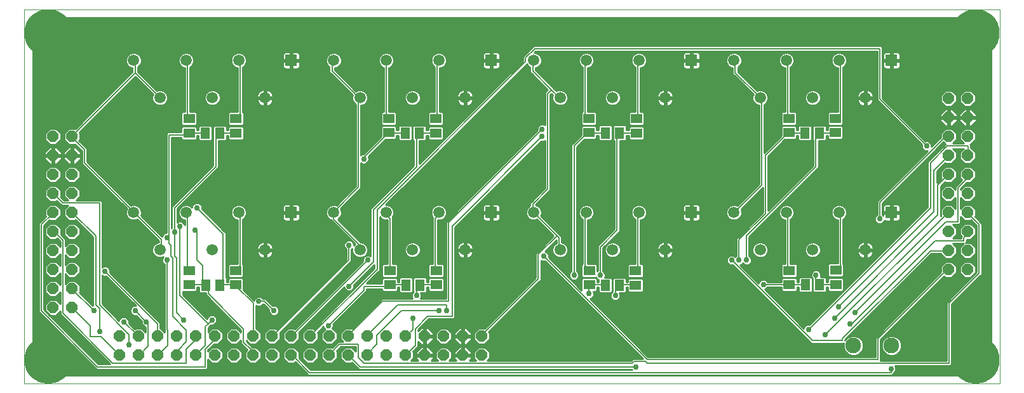
<source format=gbl>
G75*
%MOIN*%
%OFA0B0*%
%FSLAX25Y25*%
%IPPOS*%
%LPD*%
%AMOC8*
5,1,8,0,0,1.08239X$1,22.5*
%
%ADD10C,0.00000*%
%ADD11R,0.05118X0.05906*%
%ADD12R,0.05937X0.05937*%
%ADD13C,0.05937*%
%ADD14C,0.08250*%
%ADD15OC8,0.06000*%
%ADD16R,0.05906X0.05118*%
%ADD17C,0.00600*%
%ADD18C,0.25000*%
%ADD19C,0.01000*%
%ADD20C,0.02978*%
D10*
X0001500Y0001500D02*
X0001500Y0198350D01*
X0513311Y0198350D01*
X0513311Y0001500D01*
X0001500Y0001500D01*
D11*
X0096539Y0053350D03*
X0104020Y0053350D03*
X0201697Y0053390D03*
X0209177Y0053390D03*
X0306303Y0053311D03*
X0313783Y0053311D03*
X0411303Y0053469D03*
X0418783Y0053469D03*
X0418626Y0133350D03*
X0411146Y0133350D03*
X0313862Y0133390D03*
X0306382Y0133390D03*
X0208783Y0133350D03*
X0201303Y0133350D03*
X0103902Y0133154D03*
X0096421Y0133154D03*
D12*
X0141500Y0171500D03*
X0246500Y0171500D03*
X0351500Y0171500D03*
X0456500Y0171500D03*
X0456500Y0091500D03*
X0351500Y0091500D03*
X0246500Y0091500D03*
X0141500Y0091500D03*
D13*
X0163823Y0091500D03*
X0191382Y0091500D03*
X0218941Y0091500D03*
X0232720Y0071815D03*
X0205161Y0071815D03*
X0177602Y0071815D03*
X0127720Y0071815D03*
X0100161Y0071815D03*
X0072602Y0071815D03*
X0058823Y0091500D03*
X0086382Y0091500D03*
X0113941Y0091500D03*
X0127720Y0151815D03*
X0100161Y0151815D03*
X0072602Y0151815D03*
X0058823Y0171500D03*
X0086382Y0171500D03*
X0113941Y0171500D03*
X0163823Y0171500D03*
X0191382Y0171500D03*
X0218941Y0171500D03*
X0232720Y0151815D03*
X0205161Y0151815D03*
X0177602Y0151815D03*
X0268823Y0171500D03*
X0296382Y0171500D03*
X0323941Y0171500D03*
X0337720Y0151815D03*
X0310161Y0151815D03*
X0282602Y0151815D03*
X0373823Y0171500D03*
X0401382Y0171500D03*
X0428941Y0171500D03*
X0442720Y0151815D03*
X0415161Y0151815D03*
X0387602Y0151815D03*
X0373823Y0091500D03*
X0401382Y0091500D03*
X0428941Y0091500D03*
X0442720Y0071815D03*
X0415161Y0071815D03*
X0387602Y0071815D03*
X0337720Y0071815D03*
X0310161Y0071815D03*
X0282602Y0071815D03*
X0268823Y0091500D03*
X0296382Y0091500D03*
X0323941Y0091500D03*
D14*
X0436500Y0021500D03*
X0456500Y0021500D03*
D15*
X0486500Y0061500D03*
X0496500Y0061500D03*
X0496500Y0071500D03*
X0486500Y0071500D03*
X0486500Y0081500D03*
X0496500Y0081500D03*
X0496500Y0091500D03*
X0486500Y0091500D03*
X0486500Y0101500D03*
X0496500Y0101500D03*
X0496500Y0111500D03*
X0486500Y0111500D03*
X0486500Y0121500D03*
X0496500Y0121500D03*
X0496500Y0131500D03*
X0486500Y0131500D03*
X0486500Y0141500D03*
X0496500Y0141500D03*
X0496500Y0151500D03*
X0486500Y0151500D03*
X0241500Y0026500D03*
X0231500Y0026500D03*
X0221500Y0026500D03*
X0211500Y0026500D03*
X0201500Y0026500D03*
X0191500Y0026500D03*
X0181500Y0026500D03*
X0171500Y0026500D03*
X0161500Y0026500D03*
X0151500Y0026500D03*
X0141500Y0026500D03*
X0131500Y0026500D03*
X0121500Y0026500D03*
X0111500Y0026500D03*
X0101500Y0026500D03*
X0091500Y0026500D03*
X0081500Y0026500D03*
X0071500Y0026500D03*
X0061500Y0026500D03*
X0051500Y0026500D03*
X0051500Y0016500D03*
X0061500Y0016500D03*
X0071500Y0016500D03*
X0081500Y0016500D03*
X0091500Y0016500D03*
X0101500Y0016500D03*
X0111500Y0016500D03*
X0121500Y0016500D03*
X0131500Y0016500D03*
X0141500Y0016500D03*
X0151500Y0016500D03*
X0161500Y0016500D03*
X0171500Y0016500D03*
X0181500Y0016500D03*
X0191500Y0016500D03*
X0201500Y0016500D03*
X0211500Y0016500D03*
X0221500Y0016500D03*
X0231500Y0016500D03*
X0241500Y0016500D03*
X0026500Y0041500D03*
X0016500Y0041500D03*
X0016500Y0051500D03*
X0026500Y0051500D03*
X0026500Y0061500D03*
X0016500Y0061500D03*
X0016500Y0071500D03*
X0026500Y0071500D03*
X0026500Y0081500D03*
X0016500Y0081500D03*
X0016500Y0091500D03*
X0026500Y0091500D03*
X0026500Y0101500D03*
X0016500Y0101500D03*
X0016500Y0111500D03*
X0026500Y0111500D03*
X0026500Y0121500D03*
X0016500Y0121500D03*
X0016500Y0131500D03*
X0026500Y0131500D03*
D16*
X0087878Y0133311D03*
X0087878Y0140791D03*
X0112484Y0140870D03*
X0112484Y0133390D03*
X0192720Y0133547D03*
X0192720Y0141028D03*
X0217327Y0140791D03*
X0217327Y0133311D03*
X0297681Y0133547D03*
X0297681Y0141028D03*
X0322642Y0140870D03*
X0322642Y0133390D03*
X0402602Y0133508D03*
X0402602Y0140988D03*
X0427012Y0140988D03*
X0427012Y0133508D03*
X0427209Y0061106D03*
X0427209Y0053626D03*
X0402839Y0053587D03*
X0402839Y0061067D03*
X0322169Y0060752D03*
X0322169Y0053272D03*
X0297878Y0053547D03*
X0297878Y0061028D03*
X0217563Y0060949D03*
X0217563Y0053469D03*
X0193232Y0053469D03*
X0193232Y0060949D03*
X0112445Y0060909D03*
X0112445Y0053429D03*
X0088035Y0053547D03*
X0088035Y0061028D03*
D17*
X0087130Y0061539D01*
X0087130Y0091067D01*
X0086382Y0091500D01*
X0092051Y0094020D02*
X0105831Y0080240D01*
X0105831Y0053665D01*
X0104020Y0053350D01*
X0104846Y0053665D01*
X0105831Y0053665D01*
X0111736Y0053665D01*
X0112445Y0053429D01*
X0112720Y0052681D01*
X0121579Y0043823D01*
X0121579Y0027091D01*
X0121500Y0026500D01*
X0116500Y0023311D02*
X0120594Y0019217D01*
X0120594Y0017248D01*
X0121500Y0016500D01*
X0116500Y0023311D02*
X0116500Y0030201D01*
X0097957Y0048744D01*
X0097957Y0051697D01*
X0096972Y0052681D01*
X0096539Y0053350D01*
X0095004Y0053665D01*
X0095004Y0063508D01*
X0092051Y0066461D01*
X0092051Y0081224D01*
X0091067Y0082209D01*
X0083193Y0084177D02*
X0083193Y0047760D01*
X0097957Y0032996D01*
X0099925Y0034965D01*
X0097957Y0032996D02*
X0096500Y0031539D01*
X0096500Y0021697D01*
X0092051Y0017248D01*
X0091500Y0016500D01*
X0086500Y0019571D02*
X0091500Y0024571D01*
X0091500Y0026500D01*
X0086461Y0023469D02*
X0086461Y0029728D01*
X0079256Y0036933D01*
X0079256Y0067445D01*
X0078272Y0068429D01*
X0078272Y0074335D01*
X0077287Y0075319D01*
X0077287Y0078272D01*
X0076303Y0078272D01*
X0077287Y0078272D02*
X0077287Y0132406D01*
X0087130Y0132406D01*
X0087878Y0133311D01*
X0088114Y0133390D01*
X0095988Y0133390D01*
X0096421Y0133154D01*
X0101894Y0130437D02*
X0101894Y0115673D01*
X0080240Y0094020D01*
X0080240Y0081224D01*
X0080240Y0068429D01*
X0081224Y0067445D01*
X0081224Y0038902D01*
X0085161Y0034965D01*
X0076579Y0029768D02*
X0076303Y0030043D01*
X0076303Y0066461D01*
X0072602Y0071815D02*
X0073350Y0072366D01*
X0073350Y0077287D01*
X0059571Y0091067D01*
X0058823Y0091500D01*
X0058587Y0092051D01*
X0032996Y0117642D01*
X0032996Y0124531D01*
X0027091Y0130437D01*
X0027091Y0131421D01*
X0026500Y0131500D01*
X0027091Y0132406D01*
X0059571Y0164886D01*
X0059571Y0170791D01*
X0058823Y0171500D01*
X0059571Y0164886D02*
X0072366Y0152091D01*
X0072602Y0151815D01*
X0087130Y0141264D02*
X0087878Y0140791D01*
X0087130Y0141264D02*
X0087130Y0170791D01*
X0086382Y0171500D01*
X0113941Y0171500D02*
X0114689Y0170791D01*
X0114689Y0143232D01*
X0112720Y0141264D01*
X0112484Y0140870D01*
X0112484Y0133390D02*
X0104846Y0133390D01*
X0103902Y0133154D01*
X0103862Y0132406D01*
X0101894Y0130437D01*
X0162917Y0165870D02*
X0176697Y0152091D01*
X0177602Y0151815D01*
X0176697Y0151106D01*
X0176697Y0104846D01*
X0163902Y0092051D01*
X0163823Y0091500D01*
X0163862Y0091461D01*
X0163862Y0087996D01*
X0177484Y0074374D01*
X0177484Y0071887D01*
X0177602Y0071815D01*
X0171776Y0074335D02*
X0171776Y0066461D01*
X0132406Y0027091D01*
X0131500Y0026500D01*
X0141500Y0026500D02*
X0142248Y0027091D01*
X0181618Y0066461D01*
X0184571Y0065476D02*
X0171776Y0052681D01*
X0179650Y0052681D02*
X0179650Y0050713D01*
X0160949Y0032012D01*
X0151500Y0026500D02*
X0186539Y0061539D01*
X0186539Y0093035D01*
X0264295Y0170791D01*
X0264295Y0172760D01*
X0269217Y0177681D01*
X0450319Y0177681D01*
X0450319Y0151106D01*
X0474925Y0126500D01*
X0476894Y0117642D02*
X0485673Y0126421D01*
X0496579Y0126421D01*
X0496579Y0121579D01*
X0496500Y0121500D01*
X0486500Y0121500D02*
X0485752Y0120594D01*
X0478862Y0113705D01*
X0478862Y0092051D01*
X0428665Y0041854D01*
X0437524Y0038902D02*
X0485161Y0086539D01*
X0491461Y0086539D01*
X0491461Y0104650D01*
X0495594Y0108783D01*
X0495594Y0110752D01*
X0496500Y0111500D01*
X0486500Y0111500D02*
X0480831Y0105831D01*
X0480831Y0090083D01*
X0426697Y0035949D01*
X0434571Y0032996D02*
X0435673Y0032996D01*
X0479335Y0076657D01*
X0494531Y0076657D01*
X0494531Y0078193D01*
X0495594Y0079256D01*
X0495594Y0081224D01*
X0496500Y0081500D01*
X0502484Y0085161D02*
X0496579Y0091067D01*
X0496500Y0091500D01*
X0486500Y0091500D02*
X0485752Y0091067D01*
X0421776Y0027091D01*
X0414886Y0024138D02*
X0430634Y0024138D01*
X0430634Y0025122D01*
X0476894Y0071382D01*
X0485752Y0071382D01*
X0486500Y0071500D01*
X0485752Y0061539D02*
X0486500Y0061500D01*
X0485752Y0061539D02*
X0449335Y0025122D01*
X0449335Y0014295D01*
X0328272Y0014295D01*
X0274138Y0068429D01*
X0271185Y0069413D02*
X0281028Y0079256D01*
X0269217Y0091067D01*
X0268823Y0091500D01*
X0268232Y0092051D01*
X0268232Y0095988D01*
X0276106Y0103862D01*
X0276106Y0154059D01*
X0278075Y0156028D01*
X0282012Y0152091D01*
X0282602Y0151815D01*
X0278075Y0156028D02*
X0268232Y0165870D01*
X0268232Y0170791D01*
X0268823Y0171500D01*
X0295791Y0170791D02*
X0296382Y0171500D01*
X0295791Y0170791D02*
X0295791Y0142248D01*
X0296776Y0141264D01*
X0297681Y0141028D01*
X0297681Y0133547D02*
X0296776Y0133390D01*
X0289886Y0126500D01*
X0289886Y0058587D01*
X0295791Y0063508D02*
X0297760Y0061539D01*
X0297878Y0061028D01*
X0295791Y0063508D02*
X0295791Y0091067D01*
X0296382Y0091500D01*
X0312524Y0082209D02*
X0303665Y0073350D01*
X0303665Y0058587D01*
X0305634Y0053665D02*
X0298744Y0053665D01*
X0297878Y0053547D01*
X0297760Y0052681D01*
X0297760Y0048744D01*
X0305634Y0053665D02*
X0306303Y0053311D01*
X0311539Y0050713D02*
X0311539Y0047760D01*
X0311539Y0050713D02*
X0313508Y0052681D01*
X0313783Y0053311D01*
X0314492Y0053665D01*
X0321382Y0053665D01*
X0322169Y0053272D01*
X0322169Y0060752D02*
X0322366Y0061539D01*
X0323350Y0062524D01*
X0323350Y0091067D01*
X0323941Y0091500D01*
X0312524Y0082209D02*
X0312524Y0132406D01*
X0313508Y0133390D01*
X0313862Y0133390D01*
X0322642Y0133390D01*
X0306382Y0133390D02*
X0297760Y0133390D01*
X0297681Y0133547D01*
X0273154Y0135358D02*
X0223941Y0086146D01*
X0223941Y0044807D01*
X0189492Y0044807D01*
X0171776Y0027091D01*
X0171500Y0026500D01*
X0166854Y0022169D02*
X0176697Y0022169D01*
X0176697Y0015280D01*
X0179650Y0012327D01*
X0320398Y0012327D01*
X0321382Y0013311D01*
X0327287Y0013311D01*
X0328272Y0012327D01*
X0486736Y0012327D01*
X0486736Y0043823D01*
X0502484Y0059571D01*
X0502484Y0085161D01*
X0476894Y0094020D02*
X0476894Y0117642D01*
X0486500Y0131500D02*
X0485752Y0132406D01*
X0450319Y0096972D01*
X0450319Y0088114D01*
X0429650Y0091067D02*
X0428941Y0091500D01*
X0429650Y0091067D02*
X0429650Y0063508D01*
X0427681Y0061539D01*
X0427209Y0061106D01*
X0416854Y0058587D02*
X0416854Y0054650D01*
X0417839Y0053665D01*
X0418783Y0053469D01*
X0418823Y0053665D01*
X0426697Y0053665D01*
X0427209Y0053626D01*
X0411303Y0053469D02*
X0410949Y0053665D01*
X0403075Y0053665D01*
X0402839Y0053587D01*
X0402091Y0053665D01*
X0389295Y0053665D01*
X0402091Y0061539D02*
X0402839Y0061067D01*
X0402091Y0061539D02*
X0402091Y0091067D01*
X0401382Y0091500D01*
X0390280Y0091067D02*
X0376500Y0077287D01*
X0376500Y0066461D01*
X0380437Y0066461D02*
X0380437Y0079256D01*
X0416854Y0115673D01*
X0416854Y0131421D01*
X0417839Y0132406D01*
X0418626Y0133350D01*
X0418823Y0133390D01*
X0426697Y0133390D01*
X0427012Y0133508D01*
X0411146Y0133350D02*
X0410949Y0133390D01*
X0403075Y0133390D01*
X0402602Y0133508D01*
X0402091Y0133390D01*
X0390280Y0121579D01*
X0390280Y0091067D01*
X0388311Y0105831D02*
X0374531Y0092051D01*
X0373823Y0091500D01*
X0388311Y0105831D02*
X0388311Y0151106D01*
X0387602Y0151815D01*
X0374531Y0164886D01*
X0374531Y0170791D01*
X0373823Y0171500D01*
X0401382Y0171500D02*
X0402091Y0170791D01*
X0402091Y0141264D01*
X0402602Y0140988D01*
X0427012Y0140988D02*
X0427681Y0141264D01*
X0429650Y0143232D01*
X0429650Y0170791D01*
X0428941Y0171500D01*
X0323941Y0171500D02*
X0323350Y0170791D01*
X0323350Y0141264D01*
X0322642Y0140870D01*
X0273154Y0131421D02*
X0225909Y0084177D01*
X0225909Y0036933D01*
X0213114Y0036933D01*
X0206539Y0030358D01*
X0206539Y0021500D01*
X0202287Y0017248D01*
X0201500Y0016500D01*
X0186500Y0022130D02*
X0186500Y0027051D01*
X0199335Y0039886D01*
X0219020Y0039886D01*
X0222957Y0039886D02*
X0222957Y0042839D01*
X0197366Y0042839D01*
X0181618Y0027091D01*
X0181500Y0026500D01*
X0186500Y0022130D02*
X0181618Y0017248D01*
X0181500Y0016500D01*
X0177681Y0010358D02*
X0171776Y0016264D01*
X0171500Y0016500D01*
X0166854Y0022169D02*
X0161933Y0017248D01*
X0161500Y0016500D01*
X0177681Y0010358D02*
X0322366Y0010358D01*
X0271185Y0056618D02*
X0241657Y0027091D01*
X0241500Y0026500D01*
X0205240Y0030043D02*
X0202287Y0027091D01*
X0201500Y0026500D01*
X0205240Y0030043D02*
X0205240Y0035949D01*
X0207209Y0047760D02*
X0207209Y0050713D01*
X0209177Y0052681D01*
X0209177Y0053390D01*
X0209177Y0053665D01*
X0217051Y0053665D01*
X0217563Y0053469D01*
X0201697Y0053390D02*
X0201303Y0053665D01*
X0193429Y0053665D01*
X0193232Y0053469D01*
X0192445Y0052681D01*
X0179650Y0052681D01*
X0193232Y0060949D02*
X0193429Y0061539D01*
X0193429Y0088114D01*
X0191461Y0090083D01*
X0191461Y0091067D01*
X0191382Y0091500D01*
X0184571Y0093035D02*
X0184571Y0065476D01*
X0217051Y0061539D02*
X0217563Y0060949D01*
X0217051Y0061539D02*
X0217051Y0088114D01*
X0218035Y0089098D01*
X0218035Y0091067D01*
X0218941Y0091500D01*
X0207209Y0115673D02*
X0184571Y0093035D01*
X0207209Y0115673D02*
X0207209Y0131421D01*
X0208193Y0132406D01*
X0208783Y0133350D01*
X0209177Y0133390D01*
X0217051Y0133390D01*
X0217327Y0133311D01*
X0201303Y0133390D02*
X0201303Y0133350D01*
X0201303Y0133390D02*
X0193429Y0133390D01*
X0192720Y0133547D01*
X0192445Y0133390D01*
X0179650Y0120594D01*
X0179650Y0119610D01*
X0192720Y0141028D02*
X0192445Y0141264D01*
X0191461Y0142248D01*
X0191461Y0170791D01*
X0191382Y0171500D01*
X0218035Y0170791D02*
X0218941Y0171500D01*
X0218035Y0170791D02*
X0218035Y0141264D01*
X0217327Y0140791D01*
X0162917Y0165870D02*
X0162917Y0170791D01*
X0163823Y0171500D01*
X0021657Y0096500D02*
X0017248Y0100909D01*
X0016500Y0101500D01*
X0021657Y0096500D02*
X0040870Y0096500D01*
X0040870Y0042839D01*
X0056421Y0027287D01*
X0056421Y0021894D01*
X0056382Y0021854D01*
X0051500Y0016500D02*
X0050713Y0017248D01*
X0041854Y0026106D01*
X0035949Y0026106D01*
X0035949Y0032012D01*
X0027091Y0040870D01*
X0026500Y0041500D01*
X0021657Y0038429D02*
X0047760Y0012327D01*
X0086500Y0012327D01*
X0086500Y0019571D01*
X0086461Y0023469D02*
X0082209Y0019217D01*
X0082209Y0017248D01*
X0081500Y0016500D01*
X0076579Y0021461D02*
X0072366Y0017248D01*
X0071500Y0016500D01*
X0066461Y0021185D02*
X0061539Y0016264D01*
X0061500Y0016500D01*
X0066461Y0021185D02*
X0066461Y0032996D01*
X0065476Y0033980D01*
X0059571Y0039886D01*
X0053665Y0033980D02*
X0060555Y0027091D01*
X0061500Y0026500D01*
X0071382Y0027091D02*
X0071500Y0026500D01*
X0071382Y0027091D02*
X0071382Y0032996D01*
X0043823Y0060555D01*
X0027091Y0050713D02*
X0026500Y0051500D01*
X0027091Y0050713D02*
X0037917Y0039886D01*
X0040870Y0040870D02*
X0038902Y0042839D01*
X0038902Y0079256D01*
X0027091Y0091067D01*
X0026500Y0091500D01*
X0016500Y0091500D02*
X0016264Y0091067D01*
X0010358Y0085161D01*
X0010358Y0039846D01*
X0039846Y0010358D01*
X0096461Y0010358D01*
X0096461Y0019689D01*
X0100909Y0024138D01*
X0100909Y0026106D01*
X0101500Y0026500D01*
X0076579Y0029768D02*
X0076579Y0021461D01*
X0040870Y0029059D02*
X0040870Y0040870D01*
X0021657Y0038429D02*
X0021657Y0076815D01*
X0017248Y0081224D01*
X0016500Y0081500D01*
X0088035Y0053547D02*
X0088114Y0053665D01*
X0095004Y0053665D01*
X0095988Y0053665D01*
X0096539Y0053350D01*
X0112445Y0060909D02*
X0112720Y0061539D01*
X0114689Y0063508D01*
X0114689Y0091067D01*
X0113941Y0091500D01*
X0124531Y0044807D02*
X0127484Y0044807D01*
X0132406Y0039886D01*
X0141500Y0016500D02*
X0142248Y0016264D01*
X0151106Y0007406D01*
X0456224Y0007406D01*
X0456224Y0009374D01*
X0414886Y0024138D02*
X0372563Y0066461D01*
X0412917Y0030043D02*
X0476894Y0094020D01*
X0282012Y0078272D02*
X0282012Y0072366D01*
X0282602Y0071815D01*
X0271185Y0069413D02*
X0271185Y0056618D01*
X0282012Y0078272D02*
X0281028Y0079256D01*
D18*
X0500791Y0014020D03*
X0500791Y0185831D03*
X0014020Y0185831D03*
X0014020Y0014020D03*
D19*
X0006000Y0014481D02*
X0033744Y0014481D01*
X0032746Y0015479D02*
X0006000Y0015479D01*
X0006000Y0016478D02*
X0031747Y0016478D01*
X0030749Y0017476D02*
X0006000Y0017476D01*
X0006000Y0018475D02*
X0029750Y0018475D01*
X0028752Y0019473D02*
X0006000Y0019473D01*
X0006000Y0020472D02*
X0027753Y0020472D01*
X0026755Y0021470D02*
X0006000Y0021470D01*
X0006000Y0022469D02*
X0025756Y0022469D01*
X0024758Y0023467D02*
X0006000Y0023467D01*
X0006000Y0024466D02*
X0023759Y0024466D01*
X0022761Y0025464D02*
X0006000Y0025464D01*
X0006000Y0026463D02*
X0021762Y0026463D01*
X0020764Y0027461D02*
X0006000Y0027461D01*
X0006000Y0028460D02*
X0019765Y0028460D01*
X0018766Y0029458D02*
X0006000Y0029458D01*
X0006000Y0030457D02*
X0017768Y0030457D01*
X0016769Y0031455D02*
X0006000Y0031455D01*
X0006000Y0032454D02*
X0015771Y0032454D01*
X0014772Y0033452D02*
X0006000Y0033452D01*
X0006000Y0034451D02*
X0013774Y0034451D01*
X0012775Y0035449D02*
X0006000Y0035449D01*
X0006000Y0036448D02*
X0011777Y0036448D01*
X0010778Y0037446D02*
X0006000Y0037446D01*
X0006000Y0038445D02*
X0009780Y0038445D01*
X0008958Y0039267D02*
X0038446Y0009778D01*
X0039267Y0008958D01*
X0097041Y0008958D01*
X0097861Y0009778D01*
X0097861Y0014341D01*
X0099802Y0012400D01*
X0103198Y0012400D01*
X0105600Y0014802D01*
X0105600Y0018198D01*
X0103198Y0020600D01*
X0099802Y0020600D01*
X0097861Y0018659D01*
X0097861Y0019109D01*
X0101152Y0022400D01*
X0103198Y0022400D01*
X0105600Y0024802D01*
X0105600Y0028198D01*
X0103198Y0030600D01*
X0099802Y0030600D01*
X0097900Y0028698D01*
X0097900Y0030959D01*
X0098537Y0031596D01*
X0099344Y0032403D01*
X0099410Y0032376D01*
X0100440Y0032376D01*
X0101392Y0032770D01*
X0102120Y0033498D01*
X0102514Y0034450D01*
X0102514Y0035480D01*
X0102120Y0036431D01*
X0101392Y0037159D01*
X0100440Y0037554D01*
X0099410Y0037554D01*
X0098459Y0037159D01*
X0097730Y0036431D01*
X0097370Y0035562D01*
X0084593Y0048340D01*
X0084593Y0049922D01*
X0084627Y0049888D01*
X0091444Y0049888D01*
X0092088Y0050533D01*
X0092088Y0052265D01*
X0092880Y0052265D01*
X0092880Y0049942D01*
X0093525Y0049298D01*
X0096557Y0049298D01*
X0096557Y0048164D01*
X0115100Y0029621D01*
X0115100Y0028698D01*
X0113198Y0030600D01*
X0109802Y0030600D01*
X0107400Y0028198D01*
X0107400Y0024802D01*
X0109802Y0022400D01*
X0113198Y0022400D01*
X0115100Y0024302D01*
X0115100Y0022731D01*
X0118516Y0019315D01*
X0117400Y0018198D01*
X0117400Y0014802D01*
X0119802Y0012400D01*
X0123198Y0012400D01*
X0125600Y0014802D01*
X0125600Y0018198D01*
X0123198Y0020600D01*
X0121191Y0020600D01*
X0121174Y0020617D01*
X0117900Y0023891D01*
X0117900Y0024302D01*
X0119802Y0022400D01*
X0123198Y0022400D01*
X0125600Y0024802D01*
X0125600Y0028198D01*
X0123198Y0030600D01*
X0122979Y0030600D01*
X0122979Y0042698D01*
X0123065Y0042612D01*
X0124017Y0042218D01*
X0125046Y0042218D01*
X0125998Y0042612D01*
X0126726Y0043341D01*
X0126754Y0043407D01*
X0126904Y0043407D01*
X0129844Y0040467D01*
X0129817Y0040401D01*
X0129817Y0039371D01*
X0130211Y0038419D01*
X0130939Y0037691D01*
X0131891Y0037297D01*
X0132920Y0037297D01*
X0133872Y0037691D01*
X0134600Y0038419D01*
X0134994Y0039371D01*
X0134994Y0040401D01*
X0134600Y0041352D01*
X0133872Y0042081D01*
X0132920Y0042475D01*
X0131891Y0042475D01*
X0131824Y0042447D01*
X0128884Y0045387D01*
X0128064Y0046207D01*
X0126754Y0046207D01*
X0126726Y0046274D01*
X0125998Y0047002D01*
X0125046Y0047396D01*
X0124017Y0047396D01*
X0123065Y0047002D01*
X0122337Y0046274D01*
X0121977Y0045405D01*
X0116498Y0050884D01*
X0116498Y0056444D01*
X0115853Y0057088D01*
X0109036Y0057088D01*
X0108392Y0056444D01*
X0108392Y0055065D01*
X0107679Y0055065D01*
X0107679Y0056759D01*
X0107231Y0057207D01*
X0107231Y0080820D01*
X0106411Y0081640D01*
X0094613Y0093438D01*
X0094640Y0093505D01*
X0094640Y0094535D01*
X0094246Y0095486D01*
X0093518Y0096215D01*
X0092566Y0096609D01*
X0091536Y0096609D01*
X0090585Y0096215D01*
X0089856Y0095486D01*
X0089462Y0094535D01*
X0089462Y0094173D01*
X0088687Y0094949D01*
X0087191Y0095568D01*
X0085573Y0095568D01*
X0084077Y0094949D01*
X0082933Y0093805D01*
X0082313Y0092309D01*
X0082313Y0090691D01*
X0082933Y0089195D01*
X0084077Y0088051D01*
X0085573Y0087431D01*
X0085730Y0087431D01*
X0085730Y0084818D01*
X0085388Y0085644D01*
X0084659Y0086372D01*
X0083708Y0086766D01*
X0082678Y0086766D01*
X0081726Y0086372D01*
X0081640Y0086286D01*
X0081640Y0093440D01*
X0103294Y0115093D01*
X0103294Y0129101D01*
X0106916Y0129101D01*
X0107561Y0129745D01*
X0107561Y0131990D01*
X0108431Y0131990D01*
X0108431Y0130375D01*
X0109076Y0129731D01*
X0115893Y0129731D01*
X0116537Y0130375D01*
X0116537Y0136404D01*
X0115893Y0137049D01*
X0109076Y0137049D01*
X0108431Y0136404D01*
X0108431Y0134790D01*
X0107561Y0134790D01*
X0107561Y0136562D01*
X0106916Y0137206D01*
X0100887Y0137206D01*
X0100243Y0136562D01*
X0100243Y0129745D01*
X0100494Y0129494D01*
X0100494Y0116253D01*
X0079660Y0095420D01*
X0078840Y0094600D01*
X0078840Y0083447D01*
X0078774Y0083419D01*
X0078687Y0083333D01*
X0078687Y0131006D01*
X0083825Y0131006D01*
X0083825Y0130296D01*
X0084470Y0129652D01*
X0091286Y0129652D01*
X0091931Y0130296D01*
X0091931Y0131990D01*
X0092762Y0131990D01*
X0092762Y0129745D01*
X0093407Y0129101D01*
X0099436Y0129101D01*
X0100080Y0129745D01*
X0100080Y0136562D01*
X0099436Y0137206D01*
X0093407Y0137206D01*
X0092762Y0136562D01*
X0092762Y0134790D01*
X0091931Y0134790D01*
X0091931Y0136326D01*
X0091286Y0136970D01*
X0084470Y0136970D01*
X0083825Y0136326D01*
X0083825Y0133805D01*
X0076707Y0133805D01*
X0075887Y0132985D01*
X0075887Y0080861D01*
X0075788Y0080861D01*
X0074837Y0080466D01*
X0074108Y0079738D01*
X0073748Y0078869D01*
X0062609Y0090009D01*
X0062891Y0090691D01*
X0062891Y0092309D01*
X0062272Y0093805D01*
X0061127Y0094949D01*
X0059632Y0095568D01*
X0058014Y0095568D01*
X0057332Y0095286D01*
X0034396Y0118222D01*
X0034396Y0125111D01*
X0030153Y0129355D01*
X0030600Y0129802D01*
X0030600Y0133198D01*
X0030232Y0133567D01*
X0059571Y0162906D01*
X0068920Y0153557D01*
X0068534Y0152624D01*
X0068534Y0151006D01*
X0069153Y0149510D01*
X0070298Y0148366D01*
X0071793Y0147746D01*
X0073412Y0147746D01*
X0074907Y0148366D01*
X0076051Y0149510D01*
X0076671Y0151006D01*
X0076671Y0152624D01*
X0076051Y0154120D01*
X0074907Y0155264D01*
X0073412Y0155883D01*
X0071793Y0155883D01*
X0070916Y0155520D01*
X0060971Y0165466D01*
X0060971Y0167986D01*
X0061127Y0168051D01*
X0062272Y0169195D01*
X0062891Y0170691D01*
X0062891Y0172309D01*
X0062272Y0173805D01*
X0061127Y0174949D01*
X0059632Y0175568D01*
X0058014Y0175568D01*
X0056518Y0174949D01*
X0055374Y0173805D01*
X0054754Y0172309D01*
X0054754Y0170691D01*
X0055374Y0169195D01*
X0056518Y0168051D01*
X0058014Y0167431D01*
X0058171Y0167431D01*
X0058171Y0165466D01*
X0028252Y0135547D01*
X0028198Y0135600D01*
X0024802Y0135600D01*
X0022400Y0133198D01*
X0022400Y0129802D01*
X0024802Y0127400D01*
X0028148Y0127400D01*
X0031596Y0123952D01*
X0031596Y0117062D01*
X0032416Y0116242D01*
X0055221Y0093437D01*
X0054754Y0092309D01*
X0054754Y0090691D01*
X0055374Y0089195D01*
X0056518Y0088051D01*
X0058014Y0087431D01*
X0059632Y0087431D01*
X0060759Y0087898D01*
X0071950Y0076708D01*
X0071950Y0075883D01*
X0071793Y0075883D01*
X0070298Y0075264D01*
X0069153Y0074120D01*
X0068534Y0072624D01*
X0068534Y0071006D01*
X0069153Y0069510D01*
X0070298Y0068366D01*
X0071793Y0067746D01*
X0073412Y0067746D01*
X0074292Y0068111D01*
X0074108Y0067927D01*
X0073714Y0066976D01*
X0073714Y0065946D01*
X0074108Y0064994D01*
X0074837Y0064266D01*
X0074903Y0064238D01*
X0074903Y0029463D01*
X0075179Y0029188D01*
X0075179Y0028620D01*
X0073198Y0030600D01*
X0072782Y0030600D01*
X0072782Y0033576D01*
X0071962Y0034396D01*
X0046384Y0059974D01*
X0046412Y0060040D01*
X0046412Y0061070D01*
X0046018Y0062022D01*
X0045289Y0062750D01*
X0044338Y0063144D01*
X0043308Y0063144D01*
X0042356Y0062750D01*
X0042270Y0062664D01*
X0042270Y0097080D01*
X0041450Y0097900D01*
X0028698Y0097900D01*
X0030600Y0099802D01*
X0030600Y0103198D01*
X0028198Y0105600D01*
X0024802Y0105600D01*
X0022400Y0103198D01*
X0022400Y0099802D01*
X0024302Y0097900D01*
X0022237Y0097900D01*
X0020468Y0099670D01*
X0020600Y0099802D01*
X0020600Y0103198D01*
X0018198Y0105600D01*
X0014802Y0105600D01*
X0012400Y0103198D01*
X0012400Y0099802D01*
X0014802Y0097400D01*
X0018198Y0097400D01*
X0018488Y0097690D01*
X0020257Y0095920D01*
X0021078Y0095100D01*
X0024302Y0095100D01*
X0022400Y0093198D01*
X0022400Y0089802D01*
X0024802Y0087400D01*
X0028198Y0087400D01*
X0028488Y0087690D01*
X0037502Y0078676D01*
X0037502Y0042475D01*
X0037402Y0042475D01*
X0037336Y0042447D01*
X0030291Y0049492D01*
X0030600Y0049802D01*
X0030600Y0053198D01*
X0028198Y0055600D01*
X0024802Y0055600D01*
X0023057Y0053856D01*
X0023057Y0059144D01*
X0024802Y0057400D01*
X0028198Y0057400D01*
X0030600Y0059802D01*
X0030600Y0063198D01*
X0028198Y0065600D01*
X0024802Y0065600D01*
X0023057Y0063856D01*
X0023057Y0069144D01*
X0024802Y0067400D01*
X0028198Y0067400D01*
X0030600Y0069802D01*
X0030600Y0073198D01*
X0028198Y0075600D01*
X0024802Y0075600D01*
X0023057Y0073856D01*
X0023057Y0077395D01*
X0022237Y0078215D01*
X0020600Y0079852D01*
X0020600Y0083198D01*
X0018198Y0085600D01*
X0014802Y0085600D01*
X0012400Y0083198D01*
X0012400Y0079802D01*
X0014802Y0077400D01*
X0018198Y0077400D01*
X0018645Y0077847D01*
X0020257Y0076235D01*
X0020257Y0073541D01*
X0018198Y0075600D01*
X0014802Y0075600D01*
X0012400Y0073198D01*
X0012400Y0069802D01*
X0014802Y0067400D01*
X0018198Y0067400D01*
X0020257Y0069459D01*
X0020257Y0063541D01*
X0018198Y0065600D01*
X0014802Y0065600D01*
X0012400Y0063198D01*
X0012400Y0059802D01*
X0014802Y0057400D01*
X0018198Y0057400D01*
X0020257Y0059459D01*
X0020257Y0053541D01*
X0018198Y0055600D01*
X0014802Y0055600D01*
X0012400Y0053198D01*
X0012400Y0049802D01*
X0014802Y0047400D01*
X0018198Y0047400D01*
X0020257Y0049459D01*
X0020257Y0043541D01*
X0018198Y0045600D01*
X0014802Y0045600D01*
X0012400Y0043198D01*
X0012400Y0039802D01*
X0014802Y0037400D01*
X0018198Y0037400D01*
X0020257Y0039459D01*
X0020257Y0037849D01*
X0046348Y0011758D01*
X0040426Y0011758D01*
X0011758Y0040426D01*
X0011758Y0084582D01*
X0014689Y0087512D01*
X0014802Y0087400D01*
X0018198Y0087400D01*
X0020600Y0089802D01*
X0020600Y0093198D01*
X0018198Y0095600D01*
X0014802Y0095600D01*
X0012400Y0093198D01*
X0012400Y0089802D01*
X0012709Y0089492D01*
X0009778Y0086561D01*
X0008958Y0085741D01*
X0008958Y0039267D01*
X0008958Y0039443D02*
X0006000Y0039443D01*
X0006000Y0040442D02*
X0008958Y0040442D01*
X0008958Y0041440D02*
X0006000Y0041440D01*
X0006000Y0042439D02*
X0008958Y0042439D01*
X0008958Y0043437D02*
X0006000Y0043437D01*
X0006000Y0044436D02*
X0008958Y0044436D01*
X0008958Y0045434D02*
X0006000Y0045434D01*
X0006000Y0046433D02*
X0008958Y0046433D01*
X0008958Y0047432D02*
X0006000Y0047432D01*
X0006000Y0048430D02*
X0008958Y0048430D01*
X0008958Y0049429D02*
X0006000Y0049429D01*
X0006000Y0050427D02*
X0008958Y0050427D01*
X0008958Y0051426D02*
X0006000Y0051426D01*
X0006000Y0052424D02*
X0008958Y0052424D01*
X0008958Y0053423D02*
X0006000Y0053423D01*
X0006000Y0054421D02*
X0008958Y0054421D01*
X0008958Y0055420D02*
X0006000Y0055420D01*
X0006000Y0056418D02*
X0008958Y0056418D01*
X0008958Y0057417D02*
X0006000Y0057417D01*
X0006000Y0058415D02*
X0008958Y0058415D01*
X0008958Y0059414D02*
X0006000Y0059414D01*
X0006000Y0060412D02*
X0008958Y0060412D01*
X0008958Y0061411D02*
X0006000Y0061411D01*
X0006000Y0062409D02*
X0008958Y0062409D01*
X0008958Y0063408D02*
X0006000Y0063408D01*
X0006000Y0064406D02*
X0008958Y0064406D01*
X0008958Y0065405D02*
X0006000Y0065405D01*
X0006000Y0066403D02*
X0008958Y0066403D01*
X0008958Y0067402D02*
X0006000Y0067402D01*
X0006000Y0068400D02*
X0008958Y0068400D01*
X0008958Y0069399D02*
X0006000Y0069399D01*
X0006000Y0070397D02*
X0008958Y0070397D01*
X0008958Y0071396D02*
X0006000Y0071396D01*
X0006000Y0072394D02*
X0008958Y0072394D01*
X0008958Y0073393D02*
X0006000Y0073393D01*
X0006000Y0074391D02*
X0008958Y0074391D01*
X0008958Y0075390D02*
X0006000Y0075390D01*
X0006000Y0076388D02*
X0008958Y0076388D01*
X0008958Y0077387D02*
X0006000Y0077387D01*
X0006000Y0078385D02*
X0008958Y0078385D01*
X0008958Y0079384D02*
X0006000Y0079384D01*
X0006000Y0080382D02*
X0008958Y0080382D01*
X0008958Y0081381D02*
X0006000Y0081381D01*
X0006000Y0082379D02*
X0008958Y0082379D01*
X0008958Y0083378D02*
X0006000Y0083378D01*
X0006000Y0084376D02*
X0008958Y0084376D01*
X0008958Y0085375D02*
X0006000Y0085375D01*
X0006000Y0086373D02*
X0009590Y0086373D01*
X0010589Y0087372D02*
X0006000Y0087372D01*
X0006000Y0088370D02*
X0011587Y0088370D01*
X0012586Y0089369D02*
X0006000Y0089369D01*
X0006000Y0090368D02*
X0012400Y0090368D01*
X0012400Y0091366D02*
X0006000Y0091366D01*
X0006000Y0092365D02*
X0012400Y0092365D01*
X0012565Y0093363D02*
X0006000Y0093363D01*
X0006000Y0094362D02*
X0013563Y0094362D01*
X0014562Y0095360D02*
X0006000Y0095360D01*
X0006000Y0096359D02*
X0019819Y0096359D01*
X0020257Y0095920D02*
X0020257Y0095920D01*
X0020818Y0095360D02*
X0018438Y0095360D01*
X0019437Y0094362D02*
X0023563Y0094362D01*
X0022565Y0093363D02*
X0020435Y0093363D01*
X0020600Y0092365D02*
X0022400Y0092365D01*
X0022400Y0091366D02*
X0020600Y0091366D01*
X0020600Y0090368D02*
X0022400Y0090368D01*
X0022833Y0089369D02*
X0020167Y0089369D01*
X0019169Y0088370D02*
X0023831Y0088370D01*
X0028806Y0087372D02*
X0014549Y0087372D01*
X0013550Y0086373D02*
X0029804Y0086373D01*
X0030803Y0085375D02*
X0028423Y0085375D01*
X0028198Y0085600D02*
X0024802Y0085600D01*
X0022400Y0083198D01*
X0022400Y0079802D01*
X0024802Y0077400D01*
X0028198Y0077400D01*
X0030600Y0079802D01*
X0030600Y0083198D01*
X0028198Y0085600D01*
X0029422Y0084376D02*
X0031801Y0084376D01*
X0032800Y0083378D02*
X0030420Y0083378D01*
X0030600Y0082379D02*
X0033798Y0082379D01*
X0034797Y0081381D02*
X0030600Y0081381D01*
X0030600Y0080382D02*
X0035795Y0080382D01*
X0036794Y0079384D02*
X0030182Y0079384D01*
X0029184Y0078385D02*
X0037502Y0078385D01*
X0037502Y0077387D02*
X0023057Y0077387D01*
X0023057Y0076388D02*
X0037502Y0076388D01*
X0037502Y0075390D02*
X0028408Y0075390D01*
X0029407Y0074391D02*
X0037502Y0074391D01*
X0037502Y0073393D02*
X0030405Y0073393D01*
X0030600Y0072394D02*
X0037502Y0072394D01*
X0037502Y0071396D02*
X0030600Y0071396D01*
X0030600Y0070397D02*
X0037502Y0070397D01*
X0037502Y0069399D02*
X0030197Y0069399D01*
X0029199Y0068400D02*
X0037502Y0068400D01*
X0037502Y0067402D02*
X0028200Y0067402D01*
X0028394Y0065405D02*
X0037502Y0065405D01*
X0037502Y0066403D02*
X0023057Y0066403D01*
X0023057Y0065405D02*
X0024606Y0065405D01*
X0023608Y0064406D02*
X0023057Y0064406D01*
X0020257Y0064406D02*
X0019392Y0064406D01*
X0020257Y0065405D02*
X0018394Y0065405D01*
X0018200Y0067402D02*
X0020257Y0067402D01*
X0020257Y0068400D02*
X0019199Y0068400D01*
X0020197Y0069399D02*
X0020257Y0069399D01*
X0023057Y0068400D02*
X0023801Y0068400D01*
X0023057Y0067402D02*
X0024800Y0067402D01*
X0020257Y0066403D02*
X0011758Y0066403D01*
X0011758Y0065405D02*
X0014606Y0065405D01*
X0013608Y0064406D02*
X0011758Y0064406D01*
X0011758Y0063408D02*
X0012609Y0063408D01*
X0012400Y0062409D02*
X0011758Y0062409D01*
X0011758Y0061411D02*
X0012400Y0061411D01*
X0012400Y0060412D02*
X0011758Y0060412D01*
X0011758Y0059414D02*
X0012788Y0059414D01*
X0013787Y0058415D02*
X0011758Y0058415D01*
X0011758Y0057417D02*
X0014785Y0057417D01*
X0014621Y0055420D02*
X0011758Y0055420D01*
X0011758Y0056418D02*
X0020257Y0056418D01*
X0020257Y0055420D02*
X0018379Y0055420D01*
X0019377Y0054421D02*
X0020257Y0054421D01*
X0023057Y0054421D02*
X0023623Y0054421D01*
X0023057Y0055420D02*
X0024621Y0055420D01*
X0023057Y0056418D02*
X0037502Y0056418D01*
X0037502Y0055420D02*
X0028379Y0055420D01*
X0029377Y0054421D02*
X0037502Y0054421D01*
X0037502Y0053423D02*
X0030376Y0053423D01*
X0030600Y0052424D02*
X0037502Y0052424D01*
X0037502Y0051426D02*
X0030600Y0051426D01*
X0030600Y0050427D02*
X0037502Y0050427D01*
X0037502Y0049429D02*
X0030354Y0049429D01*
X0031353Y0048430D02*
X0037502Y0048430D01*
X0037502Y0047432D02*
X0032352Y0047432D01*
X0033350Y0046433D02*
X0037502Y0046433D01*
X0037502Y0045434D02*
X0034349Y0045434D01*
X0035347Y0044436D02*
X0037502Y0044436D01*
X0037502Y0043437D02*
X0036346Y0043437D01*
X0042270Y0043437D02*
X0058961Y0043437D01*
X0059056Y0042475D02*
X0058104Y0042081D01*
X0057376Y0041352D01*
X0056982Y0040401D01*
X0056982Y0039371D01*
X0057376Y0038419D01*
X0058104Y0037691D01*
X0059056Y0037297D01*
X0060086Y0037297D01*
X0060152Y0037324D01*
X0062915Y0034562D01*
X0062887Y0034495D01*
X0062887Y0033465D01*
X0063282Y0032514D01*
X0064010Y0031785D01*
X0064961Y0031391D01*
X0065061Y0031391D01*
X0065061Y0028738D01*
X0063198Y0030600D01*
X0059802Y0030600D01*
X0059414Y0030212D01*
X0056227Y0033399D01*
X0056254Y0033465D01*
X0056254Y0034495D01*
X0055860Y0035447D01*
X0055132Y0036175D01*
X0054180Y0036569D01*
X0053150Y0036569D01*
X0052199Y0036175D01*
X0051471Y0035447D01*
X0051111Y0034578D01*
X0042270Y0043418D01*
X0042270Y0058447D01*
X0042356Y0058360D01*
X0043308Y0057966D01*
X0044338Y0057966D01*
X0044404Y0057994D01*
X0059923Y0042475D01*
X0059056Y0042475D01*
X0058969Y0042439D02*
X0043250Y0042439D01*
X0044248Y0041440D02*
X0057464Y0041440D01*
X0056999Y0040442D02*
X0045247Y0040442D01*
X0046245Y0039443D02*
X0056982Y0039443D01*
X0057365Y0038445D02*
X0047244Y0038445D01*
X0048242Y0037446D02*
X0058695Y0037446D01*
X0061029Y0036448D02*
X0054473Y0036448D01*
X0052857Y0036448D02*
X0049241Y0036448D01*
X0050239Y0035449D02*
X0051473Y0035449D01*
X0055858Y0035449D02*
X0062027Y0035449D01*
X0062887Y0034451D02*
X0056254Y0034451D01*
X0056249Y0033452D02*
X0062893Y0033452D01*
X0063341Y0032454D02*
X0057172Y0032454D01*
X0058170Y0031455D02*
X0064807Y0031455D01*
X0065061Y0030457D02*
X0063341Y0030457D01*
X0064340Y0029458D02*
X0065061Y0029458D01*
X0059659Y0030457D02*
X0059169Y0030457D01*
X0070908Y0035449D02*
X0074903Y0035449D01*
X0074903Y0034451D02*
X0071907Y0034451D01*
X0072782Y0033452D02*
X0074903Y0033452D01*
X0074903Y0032454D02*
X0072782Y0032454D01*
X0072782Y0031455D02*
X0074903Y0031455D01*
X0074903Y0030457D02*
X0073341Y0030457D01*
X0074340Y0029458D02*
X0074908Y0029458D01*
X0074903Y0036448D02*
X0069910Y0036448D01*
X0068911Y0037446D02*
X0074903Y0037446D01*
X0074903Y0038445D02*
X0067913Y0038445D01*
X0066914Y0039443D02*
X0074903Y0039443D01*
X0074903Y0040442D02*
X0065916Y0040442D01*
X0064917Y0041440D02*
X0074903Y0041440D01*
X0074903Y0042439D02*
X0063919Y0042439D01*
X0062920Y0043437D02*
X0074903Y0043437D01*
X0074903Y0044436D02*
X0061922Y0044436D01*
X0060923Y0045434D02*
X0074903Y0045434D01*
X0074903Y0046433D02*
X0059925Y0046433D01*
X0058926Y0047432D02*
X0074903Y0047432D01*
X0074903Y0048430D02*
X0057928Y0048430D01*
X0056929Y0049429D02*
X0074903Y0049429D01*
X0074903Y0050427D02*
X0055931Y0050427D01*
X0054932Y0051426D02*
X0074903Y0051426D01*
X0074903Y0052424D02*
X0053934Y0052424D01*
X0052935Y0053423D02*
X0074903Y0053423D01*
X0074903Y0054421D02*
X0051937Y0054421D01*
X0050938Y0055420D02*
X0074903Y0055420D01*
X0074903Y0056418D02*
X0049940Y0056418D01*
X0048941Y0057417D02*
X0074903Y0057417D01*
X0074903Y0058415D02*
X0047943Y0058415D01*
X0046944Y0059414D02*
X0074903Y0059414D01*
X0074903Y0060412D02*
X0046412Y0060412D01*
X0046271Y0061411D02*
X0074903Y0061411D01*
X0074903Y0062409D02*
X0045630Y0062409D01*
X0042270Y0063408D02*
X0074903Y0063408D01*
X0074696Y0064406D02*
X0042270Y0064406D01*
X0042270Y0065405D02*
X0073938Y0065405D01*
X0073714Y0066403D02*
X0042270Y0066403D01*
X0042270Y0067402D02*
X0073891Y0067402D01*
X0070263Y0068400D02*
X0042270Y0068400D01*
X0042270Y0069399D02*
X0069265Y0069399D01*
X0068786Y0070397D02*
X0042270Y0070397D01*
X0042270Y0071396D02*
X0068534Y0071396D01*
X0068534Y0072394D02*
X0042270Y0072394D01*
X0042270Y0073393D02*
X0068852Y0073393D01*
X0069425Y0074391D02*
X0042270Y0074391D01*
X0042270Y0075390D02*
X0070601Y0075390D01*
X0071950Y0076388D02*
X0042270Y0076388D01*
X0042270Y0077387D02*
X0071271Y0077387D01*
X0070273Y0078385D02*
X0042270Y0078385D01*
X0042270Y0079384D02*
X0069274Y0079384D01*
X0068276Y0080382D02*
X0042270Y0080382D01*
X0042270Y0081381D02*
X0067277Y0081381D01*
X0066278Y0082379D02*
X0042270Y0082379D01*
X0042270Y0083378D02*
X0065280Y0083378D01*
X0064281Y0084376D02*
X0042270Y0084376D01*
X0042270Y0085375D02*
X0063283Y0085375D01*
X0062284Y0086373D02*
X0042270Y0086373D01*
X0042270Y0087372D02*
X0061286Y0087372D01*
X0063249Y0089369D02*
X0075887Y0089369D01*
X0075887Y0088370D02*
X0064247Y0088370D01*
X0065246Y0087372D02*
X0075887Y0087372D01*
X0075887Y0086373D02*
X0066244Y0086373D01*
X0067243Y0085375D02*
X0075887Y0085375D01*
X0075887Y0084376D02*
X0068241Y0084376D01*
X0069240Y0083378D02*
X0075887Y0083378D01*
X0075887Y0082379D02*
X0070238Y0082379D01*
X0071237Y0081381D02*
X0075887Y0081381D01*
X0074753Y0080382D02*
X0072235Y0080382D01*
X0073234Y0079384D02*
X0073962Y0079384D01*
X0078687Y0083378D02*
X0078732Y0083378D01*
X0078687Y0084376D02*
X0078840Y0084376D01*
X0078840Y0085375D02*
X0078687Y0085375D01*
X0078687Y0086373D02*
X0078840Y0086373D01*
X0078840Y0087372D02*
X0078687Y0087372D01*
X0078687Y0088370D02*
X0078840Y0088370D01*
X0078840Y0089369D02*
X0078687Y0089369D01*
X0078687Y0090368D02*
X0078840Y0090368D01*
X0078840Y0091366D02*
X0078687Y0091366D01*
X0078687Y0092365D02*
X0078840Y0092365D01*
X0078840Y0093363D02*
X0078687Y0093363D01*
X0078687Y0094362D02*
X0078840Y0094362D01*
X0078687Y0095360D02*
X0079601Y0095360D01*
X0078687Y0096359D02*
X0080599Y0096359D01*
X0081598Y0097357D02*
X0078687Y0097357D01*
X0078687Y0098356D02*
X0082596Y0098356D01*
X0083595Y0099354D02*
X0078687Y0099354D01*
X0078687Y0100353D02*
X0084593Y0100353D01*
X0085592Y0101351D02*
X0078687Y0101351D01*
X0078687Y0102350D02*
X0086590Y0102350D01*
X0087589Y0103348D02*
X0078687Y0103348D01*
X0078687Y0104347D02*
X0088587Y0104347D01*
X0089586Y0105345D02*
X0078687Y0105345D01*
X0078687Y0106344D02*
X0090584Y0106344D01*
X0091583Y0107342D02*
X0078687Y0107342D01*
X0078687Y0108341D02*
X0092581Y0108341D01*
X0093580Y0109339D02*
X0078687Y0109339D01*
X0078687Y0110338D02*
X0094578Y0110338D01*
X0095577Y0111336D02*
X0078687Y0111336D01*
X0078687Y0112335D02*
X0096575Y0112335D01*
X0097574Y0113333D02*
X0078687Y0113333D01*
X0078687Y0114332D02*
X0098572Y0114332D01*
X0099571Y0115330D02*
X0078687Y0115330D01*
X0078687Y0116329D02*
X0100494Y0116329D01*
X0100494Y0117327D02*
X0078687Y0117327D01*
X0078687Y0118326D02*
X0100494Y0118326D01*
X0100494Y0119324D02*
X0078687Y0119324D01*
X0078687Y0120323D02*
X0100494Y0120323D01*
X0100494Y0121321D02*
X0078687Y0121321D01*
X0078687Y0122320D02*
X0100494Y0122320D01*
X0100494Y0123318D02*
X0078687Y0123318D01*
X0078687Y0124317D02*
X0100494Y0124317D01*
X0100494Y0125315D02*
X0078687Y0125315D01*
X0078687Y0126314D02*
X0100494Y0126314D01*
X0100494Y0127312D02*
X0078687Y0127312D01*
X0078687Y0128311D02*
X0100494Y0128311D01*
X0100494Y0129309D02*
X0099645Y0129309D01*
X0100080Y0130308D02*
X0100243Y0130308D01*
X0100243Y0131306D02*
X0100080Y0131306D01*
X0100080Y0132305D02*
X0100243Y0132305D01*
X0100243Y0133303D02*
X0100080Y0133303D01*
X0100080Y0134302D02*
X0100243Y0134302D01*
X0100243Y0135301D02*
X0100080Y0135301D01*
X0100080Y0136299D02*
X0100243Y0136299D01*
X0107561Y0136299D02*
X0108431Y0136299D01*
X0108431Y0135301D02*
X0107561Y0135301D01*
X0109076Y0137211D02*
X0115893Y0137211D01*
X0116537Y0137855D01*
X0116537Y0143885D01*
X0116089Y0144333D01*
X0116089Y0167986D01*
X0116246Y0168051D01*
X0117390Y0169195D01*
X0118009Y0170691D01*
X0118009Y0172309D01*
X0117390Y0173805D01*
X0116246Y0174949D01*
X0114750Y0175568D01*
X0113132Y0175568D01*
X0111636Y0174949D01*
X0110492Y0173805D01*
X0109872Y0172309D01*
X0109872Y0170691D01*
X0110492Y0169195D01*
X0111636Y0168051D01*
X0113132Y0167431D01*
X0113289Y0167431D01*
X0113289Y0144529D01*
X0109076Y0144529D01*
X0108431Y0143885D01*
X0108431Y0137855D01*
X0109076Y0137211D01*
X0108989Y0137298D02*
X0091452Y0137298D01*
X0091286Y0137132D02*
X0091931Y0137777D01*
X0091931Y0143806D01*
X0091286Y0144450D01*
X0088530Y0144450D01*
X0088530Y0167986D01*
X0088687Y0168051D01*
X0089831Y0169195D01*
X0090450Y0170691D01*
X0090450Y0172309D01*
X0089831Y0173805D01*
X0088687Y0174949D01*
X0087191Y0175568D01*
X0085573Y0175568D01*
X0084077Y0174949D01*
X0082933Y0173805D01*
X0082313Y0172309D01*
X0082313Y0170691D01*
X0082933Y0169195D01*
X0084077Y0168051D01*
X0085573Y0167431D01*
X0085730Y0167431D01*
X0085730Y0144450D01*
X0084470Y0144450D01*
X0083825Y0143806D01*
X0083825Y0137777D01*
X0084470Y0137132D01*
X0091286Y0137132D01*
X0091931Y0136299D02*
X0092762Y0136299D01*
X0092762Y0135301D02*
X0091931Y0135301D01*
X0084304Y0137298D02*
X0033962Y0137298D01*
X0032964Y0136299D02*
X0083825Y0136299D01*
X0083825Y0135301D02*
X0031965Y0135301D01*
X0030967Y0134302D02*
X0083825Y0134302D01*
X0083825Y0130308D02*
X0078687Y0130308D01*
X0078687Y0129309D02*
X0093198Y0129309D01*
X0092762Y0130308D02*
X0091931Y0130308D01*
X0091931Y0131306D02*
X0092762Y0131306D01*
X0103294Y0128311D02*
X0175297Y0128311D01*
X0175297Y0129309D02*
X0107125Y0129309D01*
X0107561Y0130308D02*
X0108499Y0130308D01*
X0108431Y0131306D02*
X0107561Y0131306D01*
X0103294Y0127312D02*
X0175297Y0127312D01*
X0175297Y0126314D02*
X0103294Y0126314D01*
X0103294Y0125315D02*
X0175297Y0125315D01*
X0175297Y0124317D02*
X0103294Y0124317D01*
X0103294Y0123318D02*
X0175297Y0123318D01*
X0175297Y0122320D02*
X0103294Y0122320D01*
X0103294Y0121321D02*
X0175297Y0121321D01*
X0175297Y0120323D02*
X0103294Y0120323D01*
X0103294Y0119324D02*
X0175297Y0119324D01*
X0175297Y0118326D02*
X0103294Y0118326D01*
X0103294Y0117327D02*
X0175297Y0117327D01*
X0175297Y0116329D02*
X0103294Y0116329D01*
X0103294Y0115330D02*
X0175297Y0115330D01*
X0175297Y0114332D02*
X0102532Y0114332D01*
X0101534Y0113333D02*
X0175297Y0113333D01*
X0175297Y0112335D02*
X0100535Y0112335D01*
X0099537Y0111336D02*
X0175297Y0111336D01*
X0175297Y0110338D02*
X0098538Y0110338D01*
X0097540Y0109339D02*
X0175297Y0109339D01*
X0175297Y0108341D02*
X0096541Y0108341D01*
X0095543Y0107342D02*
X0175297Y0107342D01*
X0175297Y0106344D02*
X0094544Y0106344D01*
X0093546Y0105345D02*
X0175216Y0105345D01*
X0175297Y0105426D02*
X0165203Y0095332D01*
X0164632Y0095568D01*
X0163014Y0095568D01*
X0161518Y0094949D01*
X0160374Y0093805D01*
X0159754Y0092309D01*
X0159754Y0090691D01*
X0160374Y0089195D01*
X0161518Y0088051D01*
X0162462Y0087660D01*
X0162462Y0087416D01*
X0163282Y0086596D01*
X0174956Y0074922D01*
X0174365Y0074331D01*
X0174365Y0074850D01*
X0173970Y0075801D01*
X0173242Y0076529D01*
X0172291Y0076924D01*
X0171261Y0076924D01*
X0170309Y0076529D01*
X0169581Y0075801D01*
X0169187Y0074850D01*
X0169187Y0073820D01*
X0169581Y0072868D01*
X0170309Y0072140D01*
X0170376Y0072112D01*
X0170376Y0067041D01*
X0133567Y0030232D01*
X0133198Y0030600D01*
X0129802Y0030600D01*
X0127400Y0028198D01*
X0127400Y0024802D01*
X0129802Y0022400D01*
X0133198Y0022400D01*
X0135600Y0024802D01*
X0135600Y0028198D01*
X0135547Y0028252D01*
X0173176Y0065881D01*
X0173176Y0072112D01*
X0173242Y0072140D01*
X0173534Y0072432D01*
X0173534Y0071006D01*
X0174153Y0069510D01*
X0175298Y0068366D01*
X0176793Y0067746D01*
X0178412Y0067746D01*
X0179830Y0068334D01*
X0179423Y0067927D01*
X0179029Y0066976D01*
X0179029Y0065946D01*
X0179057Y0065879D01*
X0143488Y0030310D01*
X0143198Y0030600D01*
X0139802Y0030600D01*
X0137400Y0028198D01*
X0137400Y0024802D01*
X0139802Y0022400D01*
X0143198Y0022400D01*
X0145600Y0024802D01*
X0145600Y0028198D01*
X0145468Y0028330D01*
X0169221Y0052083D01*
X0169581Y0051215D01*
X0170309Y0050486D01*
X0171261Y0050092D01*
X0172291Y0050092D01*
X0173242Y0050486D01*
X0173970Y0051215D01*
X0174365Y0052166D01*
X0174365Y0053196D01*
X0174337Y0053263D01*
X0185139Y0064065D01*
X0185139Y0062119D01*
X0153409Y0030389D01*
X0153198Y0030600D01*
X0149802Y0030600D01*
X0147400Y0028198D01*
X0147400Y0024802D01*
X0149802Y0022400D01*
X0153198Y0022400D01*
X0155600Y0024802D01*
X0155600Y0028198D01*
X0155389Y0028409D01*
X0158394Y0031414D01*
X0158754Y0030545D01*
X0159251Y0030049D01*
X0157400Y0028198D01*
X0157400Y0024802D01*
X0159802Y0022400D01*
X0163198Y0022400D01*
X0165600Y0024802D01*
X0165600Y0028198D01*
X0163198Y0030600D01*
X0163166Y0030600D01*
X0163538Y0031497D01*
X0163538Y0032527D01*
X0163510Y0032593D01*
X0181050Y0050133D01*
X0181050Y0051281D01*
X0189180Y0051281D01*
X0189180Y0050454D01*
X0189824Y0049809D01*
X0196641Y0049809D01*
X0197285Y0050454D01*
X0197285Y0052265D01*
X0198038Y0052265D01*
X0198038Y0049981D01*
X0198682Y0049337D01*
X0204712Y0049337D01*
X0205356Y0049981D01*
X0205356Y0056798D01*
X0204712Y0057443D01*
X0198682Y0057443D01*
X0198038Y0056798D01*
X0198038Y0055065D01*
X0197285Y0055065D01*
X0197285Y0056483D01*
X0196641Y0057128D01*
X0189824Y0057128D01*
X0189180Y0056483D01*
X0189180Y0054081D01*
X0181061Y0054081D01*
X0187119Y0060139D01*
X0187939Y0060959D01*
X0187939Y0089189D01*
X0189077Y0088051D01*
X0190573Y0087431D01*
X0192029Y0087431D01*
X0192029Y0064608D01*
X0189824Y0064608D01*
X0189180Y0063964D01*
X0189180Y0057934D01*
X0189824Y0057290D01*
X0196641Y0057290D01*
X0197285Y0057934D01*
X0197285Y0063964D01*
X0196641Y0064608D01*
X0194829Y0064608D01*
X0194829Y0088694D01*
X0194579Y0088944D01*
X0194831Y0089195D01*
X0195450Y0090691D01*
X0195450Y0092309D01*
X0194831Y0093805D01*
X0193687Y0094949D01*
X0192191Y0095568D01*
X0191052Y0095568D01*
X0264875Y0169391D01*
X0265170Y0169686D01*
X0265374Y0169195D01*
X0266518Y0168051D01*
X0266832Y0167921D01*
X0266832Y0165290D01*
X0267652Y0164470D01*
X0276095Y0156028D01*
X0275526Y0155459D01*
X0274706Y0154639D01*
X0274706Y0137467D01*
X0274620Y0137553D01*
X0273669Y0137947D01*
X0272639Y0137947D01*
X0271687Y0137553D01*
X0270959Y0136825D01*
X0270565Y0135873D01*
X0270565Y0134843D01*
X0270592Y0134777D01*
X0222541Y0086726D01*
X0222541Y0046207D01*
X0209317Y0046207D01*
X0209403Y0046293D01*
X0209798Y0047245D01*
X0209798Y0048275D01*
X0209403Y0049226D01*
X0209293Y0049337D01*
X0212192Y0049337D01*
X0212836Y0049981D01*
X0212836Y0052265D01*
X0213510Y0052265D01*
X0213510Y0050454D01*
X0214155Y0049809D01*
X0220971Y0049809D01*
X0221616Y0050454D01*
X0221616Y0056483D01*
X0220971Y0057128D01*
X0214155Y0057128D01*
X0213510Y0056483D01*
X0213510Y0055065D01*
X0212836Y0055065D01*
X0212836Y0056798D01*
X0212192Y0057443D01*
X0206162Y0057443D01*
X0205518Y0056798D01*
X0205518Y0049981D01*
X0205643Y0049856D01*
X0205014Y0049226D01*
X0204620Y0048275D01*
X0204620Y0047245D01*
X0205014Y0046293D01*
X0205100Y0046207D01*
X0188912Y0046207D01*
X0188092Y0045387D01*
X0173252Y0030547D01*
X0173198Y0030600D01*
X0169802Y0030600D01*
X0167400Y0028198D01*
X0167400Y0024802D01*
X0168632Y0023569D01*
X0166274Y0023569D01*
X0165454Y0022749D01*
X0163252Y0020547D01*
X0163198Y0020600D01*
X0159802Y0020600D01*
X0157400Y0018198D01*
X0157400Y0014802D01*
X0159802Y0012400D01*
X0163198Y0012400D01*
X0165600Y0014802D01*
X0165600Y0018198D01*
X0165232Y0018567D01*
X0167434Y0020769D01*
X0175297Y0020769D01*
X0175297Y0018501D01*
X0173198Y0020600D01*
X0169802Y0020600D01*
X0167400Y0018198D01*
X0167400Y0014802D01*
X0169802Y0012400D01*
X0173198Y0012400D01*
X0173429Y0012631D01*
X0176281Y0009778D01*
X0177101Y0008958D01*
X0320144Y0008958D01*
X0320171Y0008892D01*
X0320258Y0008805D01*
X0151686Y0008805D01*
X0145600Y0014892D01*
X0145600Y0018198D01*
X0143198Y0020600D01*
X0139802Y0020600D01*
X0137400Y0018198D01*
X0137400Y0014802D01*
X0139802Y0012400D01*
X0143198Y0012400D01*
X0143665Y0012867D01*
X0149706Y0006826D01*
X0150526Y0006006D01*
X0456804Y0006006D01*
X0457624Y0006826D01*
X0457624Y0007152D01*
X0457691Y0007179D01*
X0458419Y0007907D01*
X0458813Y0008859D01*
X0458813Y0009889D01*
X0458419Y0010841D01*
X0458333Y0010927D01*
X0487316Y0010927D01*
X0488136Y0011747D01*
X0488136Y0043243D01*
X0503064Y0058171D01*
X0503884Y0058991D01*
X0503884Y0085741D01*
X0503064Y0086561D01*
X0500212Y0089414D01*
X0500600Y0089802D01*
X0500600Y0093198D01*
X0498198Y0095600D01*
X0494802Y0095600D01*
X0492861Y0093659D01*
X0492861Y0099341D01*
X0494802Y0097400D01*
X0498198Y0097400D01*
X0500600Y0099802D01*
X0500600Y0103198D01*
X0498198Y0105600D01*
X0494802Y0105600D01*
X0492861Y0103659D01*
X0492861Y0104070D01*
X0496174Y0107383D01*
X0496191Y0107400D01*
X0498198Y0107400D01*
X0500600Y0109802D01*
X0500600Y0113198D01*
X0498198Y0115600D01*
X0494802Y0115600D01*
X0492400Y0113198D01*
X0492400Y0109802D01*
X0493516Y0108685D01*
X0490061Y0105230D01*
X0490061Y0103738D01*
X0488198Y0105600D01*
X0484802Y0105600D01*
X0482400Y0103198D01*
X0482400Y0099802D01*
X0484802Y0097400D01*
X0488198Y0097400D01*
X0490061Y0099262D01*
X0490061Y0093738D01*
X0488198Y0095600D01*
X0484802Y0095600D01*
X0482400Y0093198D01*
X0482400Y0089802D01*
X0482453Y0089748D01*
X0482231Y0089526D01*
X0482231Y0105251D01*
X0484591Y0107611D01*
X0484802Y0107400D01*
X0488198Y0107400D01*
X0490600Y0109802D01*
X0490600Y0113198D01*
X0488198Y0115600D01*
X0484802Y0115600D01*
X0482400Y0113198D01*
X0482400Y0109802D01*
X0482611Y0109591D01*
X0480262Y0107242D01*
X0480262Y0113125D01*
X0484670Y0117532D01*
X0484802Y0117400D01*
X0488198Y0117400D01*
X0490600Y0119802D01*
X0490600Y0123198D01*
X0488777Y0125021D01*
X0494223Y0125021D01*
X0492400Y0123198D01*
X0492400Y0119802D01*
X0494802Y0117400D01*
X0498198Y0117400D01*
X0500600Y0119802D01*
X0500600Y0123198D01*
X0498198Y0125600D01*
X0497979Y0125600D01*
X0497979Y0127001D01*
X0497580Y0127400D01*
X0498198Y0127400D01*
X0500600Y0129802D01*
X0500600Y0133198D01*
X0498198Y0135600D01*
X0494802Y0135600D01*
X0492400Y0133198D01*
X0492400Y0129802D01*
X0494380Y0127821D01*
X0488620Y0127821D01*
X0490600Y0129802D01*
X0490600Y0133198D01*
X0488198Y0135600D01*
X0484802Y0135600D01*
X0482400Y0133198D01*
X0482400Y0131033D01*
X0477514Y0126148D01*
X0477514Y0127015D01*
X0477120Y0127967D01*
X0476392Y0128695D01*
X0475440Y0129089D01*
X0474410Y0129089D01*
X0474344Y0129061D01*
X0451719Y0151686D01*
X0451719Y0178261D01*
X0450899Y0179081D01*
X0268637Y0179081D01*
X0267817Y0178261D01*
X0262895Y0173340D01*
X0262895Y0171371D01*
X0208609Y0117085D01*
X0208609Y0129298D01*
X0211798Y0129298D01*
X0212443Y0129942D01*
X0212443Y0131990D01*
X0213274Y0131990D01*
X0213274Y0130296D01*
X0213918Y0129652D01*
X0220735Y0129652D01*
X0221380Y0130296D01*
X0221380Y0136326D01*
X0220735Y0136970D01*
X0213918Y0136970D01*
X0213274Y0136326D01*
X0213274Y0134790D01*
X0212443Y0134790D01*
X0212443Y0136759D01*
X0211798Y0137403D01*
X0205769Y0137403D01*
X0205124Y0136759D01*
X0205124Y0129942D01*
X0205769Y0129298D01*
X0205809Y0129298D01*
X0205809Y0116253D01*
X0183991Y0094435D01*
X0183171Y0093615D01*
X0183171Y0068569D01*
X0183085Y0068655D01*
X0182133Y0069050D01*
X0181103Y0069050D01*
X0180228Y0068687D01*
X0181051Y0069510D01*
X0181671Y0071006D01*
X0181671Y0072624D01*
X0181051Y0074120D01*
X0179907Y0075264D01*
X0178412Y0075883D01*
X0177955Y0075883D01*
X0165887Y0087951D01*
X0166127Y0088051D01*
X0167272Y0089195D01*
X0167891Y0090691D01*
X0167891Y0092309D01*
X0167378Y0093548D01*
X0177277Y0103446D01*
X0178097Y0104267D01*
X0178097Y0117502D01*
X0178183Y0117415D01*
X0179135Y0117021D01*
X0180165Y0117021D01*
X0181116Y0117415D01*
X0181844Y0118144D01*
X0182239Y0119095D01*
X0182239Y0120125D01*
X0181923Y0120888D01*
X0190923Y0129888D01*
X0196129Y0129888D01*
X0196773Y0130533D01*
X0196773Y0131990D01*
X0197644Y0131990D01*
X0197644Y0129942D01*
X0198288Y0129298D01*
X0204318Y0129298D01*
X0204962Y0129942D01*
X0204962Y0136759D01*
X0204318Y0137403D01*
X0198288Y0137403D01*
X0197644Y0136759D01*
X0197644Y0134790D01*
X0196773Y0134790D01*
X0196773Y0136562D01*
X0196129Y0137206D01*
X0189312Y0137206D01*
X0188668Y0136562D01*
X0188668Y0131592D01*
X0179274Y0122199D01*
X0179135Y0122199D01*
X0178183Y0121805D01*
X0178097Y0121719D01*
X0178097Y0147746D01*
X0178412Y0147746D01*
X0179907Y0148366D01*
X0181051Y0149510D01*
X0181671Y0151006D01*
X0181671Y0152624D01*
X0181051Y0154120D01*
X0179907Y0155264D01*
X0178412Y0155883D01*
X0176793Y0155883D01*
X0175443Y0155324D01*
X0164317Y0166450D01*
X0164317Y0167431D01*
X0164632Y0167431D01*
X0166127Y0168051D01*
X0167272Y0169195D01*
X0167891Y0170691D01*
X0167891Y0172309D01*
X0167272Y0173805D01*
X0166127Y0174949D01*
X0164632Y0175568D01*
X0163014Y0175568D01*
X0161518Y0174949D01*
X0160374Y0173805D01*
X0159754Y0172309D01*
X0159754Y0170691D01*
X0160374Y0169195D01*
X0161517Y0168052D01*
X0161517Y0165290D01*
X0162337Y0164470D01*
X0173724Y0153083D01*
X0173534Y0152624D01*
X0173534Y0151006D01*
X0174153Y0149510D01*
X0175297Y0148367D01*
X0175297Y0105426D01*
X0174217Y0104347D02*
X0092547Y0104347D01*
X0091549Y0103348D02*
X0173219Y0103348D01*
X0172220Y0102350D02*
X0090550Y0102350D01*
X0089552Y0101351D02*
X0171222Y0101351D01*
X0170223Y0100353D02*
X0088553Y0100353D01*
X0087554Y0099354D02*
X0169225Y0099354D01*
X0168226Y0098356D02*
X0086556Y0098356D01*
X0085557Y0097357D02*
X0167228Y0097357D01*
X0166229Y0096359D02*
X0093170Y0096359D01*
X0094298Y0095360D02*
X0112628Y0095360D01*
X0113132Y0095568D02*
X0111636Y0094949D01*
X0110492Y0093805D01*
X0109872Y0092309D01*
X0109872Y0090691D01*
X0110492Y0089195D01*
X0111636Y0088051D01*
X0113132Y0087431D01*
X0113289Y0087431D01*
X0113289Y0064568D01*
X0109036Y0064568D01*
X0108392Y0063924D01*
X0108392Y0057895D01*
X0109036Y0057250D01*
X0115853Y0057250D01*
X0116498Y0057895D01*
X0116498Y0063924D01*
X0116089Y0064333D01*
X0116089Y0087986D01*
X0116246Y0088051D01*
X0117390Y0089195D01*
X0118009Y0090691D01*
X0118009Y0092309D01*
X0117390Y0093805D01*
X0116246Y0094949D01*
X0114750Y0095568D01*
X0113132Y0095568D01*
X0115253Y0095360D02*
X0137314Y0095360D01*
X0137331Y0095390D02*
X0137134Y0095047D01*
X0137031Y0094666D01*
X0137031Y0091984D01*
X0141016Y0091984D01*
X0141016Y0091016D01*
X0137031Y0091016D01*
X0137031Y0088334D01*
X0137134Y0087953D01*
X0137331Y0087610D01*
X0137610Y0087331D01*
X0137953Y0087134D01*
X0138334Y0087031D01*
X0141016Y0087031D01*
X0141016Y0091016D01*
X0141984Y0091016D01*
X0141984Y0087031D01*
X0144666Y0087031D01*
X0145047Y0087134D01*
X0145390Y0087331D01*
X0145669Y0087610D01*
X0145866Y0087953D01*
X0145968Y0088334D01*
X0145968Y0091016D01*
X0141984Y0091016D01*
X0141984Y0091984D01*
X0141016Y0091984D01*
X0141016Y0095968D01*
X0138334Y0095968D01*
X0137953Y0095866D01*
X0137610Y0095669D01*
X0137331Y0095390D01*
X0137031Y0094362D02*
X0116833Y0094362D01*
X0117573Y0093363D02*
X0137031Y0093363D01*
X0137031Y0092365D02*
X0117987Y0092365D01*
X0118009Y0091366D02*
X0141016Y0091366D01*
X0141984Y0091366D02*
X0159754Y0091366D01*
X0159777Y0092365D02*
X0145968Y0092365D01*
X0145968Y0091984D02*
X0145968Y0094666D01*
X0145866Y0095047D01*
X0145669Y0095390D01*
X0145390Y0095669D01*
X0145047Y0095866D01*
X0144666Y0095968D01*
X0141984Y0095968D01*
X0141984Y0091984D01*
X0145968Y0091984D01*
X0145968Y0093363D02*
X0160191Y0093363D01*
X0160931Y0094362D02*
X0145968Y0094362D01*
X0145686Y0095360D02*
X0162510Y0095360D01*
X0165135Y0095360D02*
X0165231Y0095360D01*
X0167455Y0093363D02*
X0183171Y0093363D01*
X0183171Y0092365D02*
X0167868Y0092365D01*
X0167891Y0091366D02*
X0183171Y0091366D01*
X0183171Y0090368D02*
X0167757Y0090368D01*
X0167344Y0089369D02*
X0183171Y0089369D01*
X0183171Y0088370D02*
X0166447Y0088370D01*
X0166466Y0087372D02*
X0183171Y0087372D01*
X0183171Y0086373D02*
X0167465Y0086373D01*
X0168463Y0085375D02*
X0183171Y0085375D01*
X0183171Y0084376D02*
X0169462Y0084376D01*
X0170460Y0083378D02*
X0183171Y0083378D01*
X0183171Y0082379D02*
X0171459Y0082379D01*
X0172457Y0081381D02*
X0183171Y0081381D01*
X0183171Y0080382D02*
X0173456Y0080382D01*
X0174454Y0079384D02*
X0183171Y0079384D01*
X0183171Y0078385D02*
X0175453Y0078385D01*
X0176451Y0077387D02*
X0183171Y0077387D01*
X0183171Y0076388D02*
X0177450Y0076388D01*
X0179603Y0075390D02*
X0183171Y0075390D01*
X0183171Y0074391D02*
X0180780Y0074391D01*
X0181353Y0073393D02*
X0183171Y0073393D01*
X0183171Y0072394D02*
X0181671Y0072394D01*
X0181671Y0071396D02*
X0183171Y0071396D01*
X0183171Y0070397D02*
X0181419Y0070397D01*
X0180940Y0069399D02*
X0183171Y0069399D01*
X0179206Y0067402D02*
X0173176Y0067402D01*
X0173176Y0068400D02*
X0175263Y0068400D01*
X0174265Y0069399D02*
X0173176Y0069399D01*
X0173176Y0070397D02*
X0173786Y0070397D01*
X0173534Y0071396D02*
X0173176Y0071396D01*
X0173497Y0072394D02*
X0173534Y0072394D01*
X0174365Y0074391D02*
X0174425Y0074391D01*
X0174489Y0075390D02*
X0174141Y0075390D01*
X0173490Y0076388D02*
X0173383Y0076388D01*
X0172491Y0077387D02*
X0116089Y0077387D01*
X0116089Y0078385D02*
X0171493Y0078385D01*
X0170494Y0079384D02*
X0116089Y0079384D01*
X0116089Y0080382D02*
X0169496Y0080382D01*
X0168497Y0081381D02*
X0116089Y0081381D01*
X0116089Y0082379D02*
X0167499Y0082379D01*
X0166500Y0083378D02*
X0116089Y0083378D01*
X0116089Y0084376D02*
X0165502Y0084376D01*
X0164503Y0085375D02*
X0116089Y0085375D01*
X0116089Y0086373D02*
X0163505Y0086373D01*
X0162506Y0087372D02*
X0145430Y0087372D01*
X0145968Y0088370D02*
X0161199Y0088370D01*
X0160302Y0089369D02*
X0145968Y0089369D01*
X0145968Y0090368D02*
X0159888Y0090368D01*
X0168192Y0094362D02*
X0183917Y0094362D01*
X0184916Y0095360D02*
X0169190Y0095360D01*
X0170189Y0096359D02*
X0185914Y0096359D01*
X0186913Y0097357D02*
X0171187Y0097357D01*
X0172186Y0098356D02*
X0187911Y0098356D01*
X0188910Y0099354D02*
X0173184Y0099354D01*
X0174183Y0100353D02*
X0189908Y0100353D01*
X0190907Y0101351D02*
X0175181Y0101351D01*
X0176180Y0102350D02*
X0191905Y0102350D01*
X0192904Y0103348D02*
X0177178Y0103348D01*
X0178097Y0104347D02*
X0193902Y0104347D01*
X0194901Y0105345D02*
X0178097Y0105345D01*
X0178097Y0106344D02*
X0195899Y0106344D01*
X0196898Y0107342D02*
X0178097Y0107342D01*
X0178097Y0108341D02*
X0197896Y0108341D01*
X0198895Y0109339D02*
X0178097Y0109339D01*
X0178097Y0110338D02*
X0199893Y0110338D01*
X0200892Y0111336D02*
X0178097Y0111336D01*
X0178097Y0112335D02*
X0201890Y0112335D01*
X0202889Y0113333D02*
X0178097Y0113333D01*
X0178097Y0114332D02*
X0203887Y0114332D01*
X0204886Y0115330D02*
X0178097Y0115330D01*
X0178097Y0116329D02*
X0205809Y0116329D01*
X0205809Y0117327D02*
X0180903Y0117327D01*
X0181920Y0118326D02*
X0205809Y0118326D01*
X0205809Y0119324D02*
X0182239Y0119324D01*
X0182157Y0120323D02*
X0205809Y0120323D01*
X0205809Y0121321D02*
X0182356Y0121321D01*
X0183355Y0122320D02*
X0205809Y0122320D01*
X0205809Y0123318D02*
X0184353Y0123318D01*
X0185352Y0124317D02*
X0205809Y0124317D01*
X0205809Y0125315D02*
X0186350Y0125315D01*
X0187349Y0126314D02*
X0205809Y0126314D01*
X0205809Y0127312D02*
X0188347Y0127312D01*
X0189346Y0128311D02*
X0205809Y0128311D01*
X0205757Y0129309D02*
X0204330Y0129309D01*
X0204962Y0130308D02*
X0205124Y0130308D01*
X0205124Y0131306D02*
X0204962Y0131306D01*
X0204962Y0132305D02*
X0205124Y0132305D01*
X0205124Y0133303D02*
X0204962Y0133303D01*
X0204962Y0134302D02*
X0205124Y0134302D01*
X0205124Y0135301D02*
X0204962Y0135301D01*
X0204962Y0136299D02*
X0205124Y0136299D01*
X0205663Y0137298D02*
X0204423Y0137298D01*
X0198183Y0137298D02*
X0178097Y0137298D01*
X0178097Y0138296D02*
X0188668Y0138296D01*
X0188668Y0138013D02*
X0189312Y0137369D01*
X0196129Y0137369D01*
X0196773Y0138013D01*
X0196773Y0144042D01*
X0196129Y0144687D01*
X0192861Y0144687D01*
X0192861Y0167709D01*
X0193687Y0168051D01*
X0194831Y0169195D01*
X0195450Y0170691D01*
X0195450Y0172309D01*
X0194831Y0173805D01*
X0193687Y0174949D01*
X0192191Y0175568D01*
X0190573Y0175568D01*
X0189077Y0174949D01*
X0187933Y0173805D01*
X0187313Y0172309D01*
X0187313Y0170691D01*
X0187933Y0169195D01*
X0189077Y0168051D01*
X0190061Y0167644D01*
X0190061Y0144687D01*
X0189312Y0144687D01*
X0188668Y0144042D01*
X0188668Y0138013D01*
X0188668Y0139295D02*
X0178097Y0139295D01*
X0178097Y0140293D02*
X0188668Y0140293D01*
X0188668Y0141292D02*
X0178097Y0141292D01*
X0178097Y0142290D02*
X0188668Y0142290D01*
X0188668Y0143289D02*
X0178097Y0143289D01*
X0178097Y0144287D02*
X0188913Y0144287D01*
X0190061Y0145286D02*
X0178097Y0145286D01*
X0178097Y0146284D02*
X0190061Y0146284D01*
X0190061Y0147283D02*
X0178097Y0147283D01*
X0179703Y0148281D02*
X0190061Y0148281D01*
X0190061Y0149280D02*
X0180821Y0149280D01*
X0181370Y0150278D02*
X0190061Y0150278D01*
X0190061Y0151277D02*
X0181671Y0151277D01*
X0181671Y0152275D02*
X0190061Y0152275D01*
X0190061Y0153274D02*
X0181402Y0153274D01*
X0180899Y0154272D02*
X0190061Y0154272D01*
X0190061Y0155271D02*
X0179891Y0155271D01*
X0174498Y0156269D02*
X0190061Y0156269D01*
X0190061Y0157268D02*
X0173500Y0157268D01*
X0172501Y0158266D02*
X0190061Y0158266D01*
X0190061Y0159265D02*
X0171502Y0159265D01*
X0170504Y0160263D02*
X0190061Y0160263D01*
X0190061Y0161262D02*
X0169505Y0161262D01*
X0168507Y0162260D02*
X0190061Y0162260D01*
X0190061Y0163259D02*
X0167508Y0163259D01*
X0166510Y0164257D02*
X0190061Y0164257D01*
X0190061Y0165256D02*
X0165511Y0165256D01*
X0164513Y0166254D02*
X0190061Y0166254D01*
X0190061Y0167253D02*
X0164317Y0167253D01*
X0166328Y0168251D02*
X0188877Y0168251D01*
X0187910Y0169250D02*
X0167295Y0169250D01*
X0167708Y0170248D02*
X0187497Y0170248D01*
X0187313Y0171247D02*
X0167891Y0171247D01*
X0167891Y0172245D02*
X0187313Y0172245D01*
X0187701Y0173244D02*
X0167504Y0173244D01*
X0166834Y0174242D02*
X0188371Y0174242D01*
X0189782Y0175241D02*
X0165423Y0175241D01*
X0162223Y0175241D02*
X0145755Y0175241D01*
X0145669Y0175390D02*
X0145390Y0175669D01*
X0145047Y0175866D01*
X0144666Y0175968D01*
X0141984Y0175968D01*
X0141984Y0171984D01*
X0141016Y0171984D01*
X0141016Y0171016D01*
X0137031Y0171016D01*
X0137031Y0168334D01*
X0137134Y0167953D01*
X0137331Y0167610D01*
X0137610Y0167331D01*
X0137953Y0167134D01*
X0138334Y0167031D01*
X0141016Y0167031D01*
X0141016Y0171016D01*
X0141984Y0171016D01*
X0141984Y0167031D01*
X0144666Y0167031D01*
X0145047Y0167134D01*
X0145390Y0167331D01*
X0145669Y0167610D01*
X0145866Y0167953D01*
X0145968Y0168334D01*
X0145968Y0171016D01*
X0141984Y0171016D01*
X0141984Y0171984D01*
X0145968Y0171984D01*
X0145968Y0174666D01*
X0145866Y0175047D01*
X0145669Y0175390D01*
X0145968Y0174242D02*
X0160812Y0174242D01*
X0160141Y0173244D02*
X0145968Y0173244D01*
X0145968Y0172245D02*
X0159754Y0172245D01*
X0159754Y0171247D02*
X0141984Y0171247D01*
X0141016Y0171247D02*
X0118009Y0171247D01*
X0118009Y0172245D02*
X0137031Y0172245D01*
X0137031Y0171984D02*
X0141016Y0171984D01*
X0141016Y0175968D01*
X0138334Y0175968D01*
X0137953Y0175866D01*
X0137610Y0175669D01*
X0137331Y0175390D01*
X0137134Y0175047D01*
X0137031Y0174666D01*
X0137031Y0171984D01*
X0137031Y0173244D02*
X0117622Y0173244D01*
X0116952Y0174242D02*
X0137031Y0174242D01*
X0137245Y0175241D02*
X0115541Y0175241D01*
X0112341Y0175241D02*
X0087982Y0175241D01*
X0089393Y0174242D02*
X0110930Y0174242D01*
X0110260Y0173244D02*
X0090063Y0173244D01*
X0090450Y0172245D02*
X0109872Y0172245D01*
X0109872Y0171247D02*
X0090450Y0171247D01*
X0090267Y0170248D02*
X0110056Y0170248D01*
X0110469Y0169250D02*
X0089854Y0169250D01*
X0088887Y0168251D02*
X0111436Y0168251D01*
X0113289Y0167253D02*
X0088530Y0167253D01*
X0088530Y0166254D02*
X0113289Y0166254D01*
X0113289Y0165256D02*
X0088530Y0165256D01*
X0088530Y0164257D02*
X0113289Y0164257D01*
X0113289Y0163259D02*
X0088530Y0163259D01*
X0088530Y0162260D02*
X0113289Y0162260D01*
X0113289Y0161262D02*
X0088530Y0161262D01*
X0088530Y0160263D02*
X0113289Y0160263D01*
X0113289Y0159265D02*
X0088530Y0159265D01*
X0088530Y0158266D02*
X0113289Y0158266D01*
X0113289Y0157268D02*
X0088530Y0157268D01*
X0088530Y0156269D02*
X0113289Y0156269D01*
X0113289Y0155271D02*
X0102450Y0155271D01*
X0102466Y0155264D02*
X0100971Y0155883D01*
X0099352Y0155883D01*
X0097857Y0155264D01*
X0096712Y0154120D01*
X0096093Y0152624D01*
X0096093Y0151006D01*
X0096712Y0149510D01*
X0097857Y0148366D01*
X0099352Y0147746D01*
X0100971Y0147746D01*
X0102466Y0148366D01*
X0103611Y0149510D01*
X0104230Y0151006D01*
X0104230Y0152624D01*
X0103611Y0154120D01*
X0102466Y0155264D01*
X0103458Y0154272D02*
X0113289Y0154272D01*
X0113289Y0153274D02*
X0103961Y0153274D01*
X0104230Y0152275D02*
X0113289Y0152275D01*
X0113289Y0151277D02*
X0104230Y0151277D01*
X0103929Y0150278D02*
X0113289Y0150278D01*
X0113289Y0149280D02*
X0103380Y0149280D01*
X0102262Y0148281D02*
X0113289Y0148281D01*
X0113289Y0147283D02*
X0088530Y0147283D01*
X0088530Y0148281D02*
X0098061Y0148281D01*
X0096943Y0149280D02*
X0088530Y0149280D01*
X0088530Y0150278D02*
X0096394Y0150278D01*
X0096093Y0151277D02*
X0088530Y0151277D01*
X0088530Y0152275D02*
X0096093Y0152275D01*
X0096362Y0153274D02*
X0088530Y0153274D01*
X0088530Y0154272D02*
X0096865Y0154272D01*
X0097873Y0155271D02*
X0088530Y0155271D01*
X0085730Y0155271D02*
X0074891Y0155271D01*
X0075899Y0154272D02*
X0085730Y0154272D01*
X0085730Y0153274D02*
X0076402Y0153274D01*
X0076671Y0152275D02*
X0085730Y0152275D01*
X0085730Y0151277D02*
X0076671Y0151277D01*
X0076370Y0150278D02*
X0085730Y0150278D01*
X0085730Y0149280D02*
X0075821Y0149280D01*
X0074703Y0148281D02*
X0085730Y0148281D01*
X0085730Y0147283D02*
X0043948Y0147283D01*
X0044946Y0148281D02*
X0070502Y0148281D01*
X0069384Y0149280D02*
X0045945Y0149280D01*
X0046943Y0150278D02*
X0068835Y0150278D01*
X0068534Y0151277D02*
X0047942Y0151277D01*
X0048940Y0152275D02*
X0068534Y0152275D01*
X0068803Y0153274D02*
X0049939Y0153274D01*
X0050937Y0154272D02*
X0068205Y0154272D01*
X0067206Y0155271D02*
X0051936Y0155271D01*
X0052934Y0156269D02*
X0066208Y0156269D01*
X0065209Y0157268D02*
X0053933Y0157268D01*
X0054931Y0158266D02*
X0064211Y0158266D01*
X0063212Y0159265D02*
X0055930Y0159265D01*
X0056928Y0160263D02*
X0062213Y0160263D01*
X0061215Y0161262D02*
X0057927Y0161262D01*
X0058925Y0162260D02*
X0060216Y0162260D01*
X0062179Y0164257D02*
X0085730Y0164257D01*
X0085730Y0163259D02*
X0063178Y0163259D01*
X0064176Y0162260D02*
X0085730Y0162260D01*
X0085730Y0161262D02*
X0065175Y0161262D01*
X0066173Y0160263D02*
X0085730Y0160263D01*
X0085730Y0159265D02*
X0067172Y0159265D01*
X0068170Y0158266D02*
X0085730Y0158266D01*
X0085730Y0157268D02*
X0069169Y0157268D01*
X0070167Y0156269D02*
X0085730Y0156269D01*
X0085730Y0165256D02*
X0061181Y0165256D01*
X0060971Y0166254D02*
X0085730Y0166254D01*
X0085730Y0167253D02*
X0060971Y0167253D01*
X0061328Y0168251D02*
X0083877Y0168251D01*
X0082910Y0169250D02*
X0062295Y0169250D01*
X0062708Y0170248D02*
X0082497Y0170248D01*
X0082313Y0171247D02*
X0062891Y0171247D01*
X0062891Y0172245D02*
X0082313Y0172245D01*
X0082701Y0173244D02*
X0062504Y0173244D01*
X0061834Y0174242D02*
X0083371Y0174242D01*
X0084782Y0175241D02*
X0060423Y0175241D01*
X0057223Y0175241D02*
X0006000Y0175241D01*
X0006000Y0176239D02*
X0265795Y0176239D01*
X0264797Y0175241D02*
X0250755Y0175241D01*
X0250669Y0175390D02*
X0250390Y0175669D01*
X0250047Y0175866D01*
X0249666Y0175968D01*
X0246984Y0175968D01*
X0246984Y0171984D01*
X0246016Y0171984D01*
X0246016Y0171016D01*
X0242031Y0171016D01*
X0242031Y0168334D01*
X0242134Y0167953D01*
X0242331Y0167610D01*
X0242610Y0167331D01*
X0242953Y0167134D01*
X0243334Y0167031D01*
X0246016Y0167031D01*
X0246016Y0171016D01*
X0246984Y0171016D01*
X0246984Y0167031D01*
X0249666Y0167031D01*
X0250047Y0167134D01*
X0250390Y0167331D01*
X0250669Y0167610D01*
X0250866Y0167953D01*
X0250968Y0168334D01*
X0250968Y0171016D01*
X0246984Y0171016D01*
X0246984Y0171984D01*
X0250968Y0171984D01*
X0250968Y0174666D01*
X0250866Y0175047D01*
X0250669Y0175390D01*
X0250968Y0174242D02*
X0263798Y0174242D01*
X0262895Y0173244D02*
X0250968Y0173244D01*
X0250968Y0172245D02*
X0262895Y0172245D01*
X0262771Y0171247D02*
X0246984Y0171247D01*
X0246016Y0171247D02*
X0223009Y0171247D01*
X0223009Y0170691D02*
X0222390Y0169195D01*
X0221246Y0168051D01*
X0219750Y0167431D01*
X0219435Y0167431D01*
X0219435Y0144450D01*
X0220735Y0144450D01*
X0221380Y0143806D01*
X0221380Y0137777D01*
X0220735Y0137132D01*
X0213918Y0137132D01*
X0213274Y0137777D01*
X0213274Y0143806D01*
X0213918Y0144450D01*
X0216635Y0144450D01*
X0216635Y0168052D01*
X0215492Y0169195D01*
X0214872Y0170691D01*
X0214872Y0172309D01*
X0215492Y0173805D01*
X0216636Y0174949D01*
X0218132Y0175568D01*
X0219750Y0175568D01*
X0221246Y0174949D01*
X0222390Y0173805D01*
X0223009Y0172309D01*
X0223009Y0170691D01*
X0222826Y0170248D02*
X0242031Y0170248D01*
X0242031Y0169250D02*
X0222413Y0169250D01*
X0221446Y0168251D02*
X0242054Y0168251D01*
X0242746Y0167253D02*
X0219435Y0167253D01*
X0219435Y0166254D02*
X0257778Y0166254D01*
X0256780Y0165256D02*
X0219435Y0165256D01*
X0219435Y0164257D02*
X0255781Y0164257D01*
X0254783Y0163259D02*
X0219435Y0163259D01*
X0219435Y0162260D02*
X0253784Y0162260D01*
X0252786Y0161262D02*
X0219435Y0161262D01*
X0219435Y0160263D02*
X0251787Y0160263D01*
X0250789Y0159265D02*
X0219435Y0159265D01*
X0219435Y0158266D02*
X0249790Y0158266D01*
X0248792Y0157268D02*
X0219435Y0157268D01*
X0219435Y0156269D02*
X0247793Y0156269D01*
X0246795Y0155271D02*
X0235566Y0155271D01*
X0235631Y0155223D02*
X0235062Y0155637D01*
X0234436Y0155956D01*
X0233767Y0156173D01*
X0233205Y0156262D01*
X0233205Y0152299D01*
X0237168Y0152299D01*
X0237079Y0152861D01*
X0236862Y0153530D01*
X0236542Y0154157D01*
X0236129Y0154726D01*
X0235631Y0155223D01*
X0236459Y0154272D02*
X0245796Y0154272D01*
X0244798Y0153274D02*
X0236945Y0153274D01*
X0237168Y0151331D02*
X0233205Y0151331D01*
X0233205Y0152299D01*
X0232236Y0152299D01*
X0232236Y0151331D01*
X0228273Y0151331D01*
X0228362Y0150769D01*
X0228579Y0150100D01*
X0228899Y0149473D01*
X0229312Y0148904D01*
X0229809Y0148407D01*
X0230378Y0147993D01*
X0231005Y0147674D01*
X0231674Y0147456D01*
X0232236Y0147367D01*
X0232236Y0151331D01*
X0233205Y0151331D01*
X0233205Y0147367D01*
X0233767Y0147456D01*
X0234436Y0147674D01*
X0235062Y0147993D01*
X0235631Y0148407D01*
X0236129Y0148904D01*
X0236542Y0149473D01*
X0236862Y0150100D01*
X0237079Y0150769D01*
X0237168Y0151331D01*
X0237159Y0151277D02*
X0242801Y0151277D01*
X0243799Y0152275D02*
X0233205Y0152275D01*
X0232236Y0152275D02*
X0219435Y0152275D01*
X0219435Y0151277D02*
X0228282Y0151277D01*
X0228273Y0152299D02*
X0232236Y0152299D01*
X0232236Y0156262D01*
X0231674Y0156173D01*
X0231005Y0155956D01*
X0230378Y0155637D01*
X0229809Y0155223D01*
X0229312Y0154726D01*
X0228899Y0154157D01*
X0228579Y0153530D01*
X0228362Y0152861D01*
X0228273Y0152299D01*
X0228496Y0153274D02*
X0219435Y0153274D01*
X0219435Y0154272D02*
X0228982Y0154272D01*
X0229875Y0155271D02*
X0219435Y0155271D01*
X0216635Y0155271D02*
X0207450Y0155271D01*
X0207466Y0155264D02*
X0205971Y0155883D01*
X0204352Y0155883D01*
X0202857Y0155264D01*
X0201712Y0154120D01*
X0201093Y0152624D01*
X0201093Y0151006D01*
X0201712Y0149510D01*
X0202857Y0148366D01*
X0204352Y0147746D01*
X0205971Y0147746D01*
X0207466Y0148366D01*
X0208611Y0149510D01*
X0209230Y0151006D01*
X0209230Y0152624D01*
X0208611Y0154120D01*
X0207466Y0155264D01*
X0208458Y0154272D02*
X0216635Y0154272D01*
X0216635Y0153274D02*
X0208961Y0153274D01*
X0209230Y0152275D02*
X0216635Y0152275D01*
X0216635Y0151277D02*
X0209230Y0151277D01*
X0208929Y0150278D02*
X0216635Y0150278D01*
X0216635Y0149280D02*
X0208380Y0149280D01*
X0207262Y0148281D02*
X0216635Y0148281D01*
X0216635Y0147283D02*
X0192861Y0147283D01*
X0192861Y0148281D02*
X0203061Y0148281D01*
X0201943Y0149280D02*
X0192861Y0149280D01*
X0192861Y0150278D02*
X0201394Y0150278D01*
X0201093Y0151277D02*
X0192861Y0151277D01*
X0192861Y0152275D02*
X0201093Y0152275D01*
X0201362Y0153274D02*
X0192861Y0153274D01*
X0192861Y0154272D02*
X0201865Y0154272D01*
X0202873Y0155271D02*
X0192861Y0155271D01*
X0192861Y0156269D02*
X0216635Y0156269D01*
X0216635Y0157268D02*
X0192861Y0157268D01*
X0192861Y0158266D02*
X0216635Y0158266D01*
X0216635Y0159265D02*
X0192861Y0159265D01*
X0192861Y0160263D02*
X0216635Y0160263D01*
X0216635Y0161262D02*
X0192861Y0161262D01*
X0192861Y0162260D02*
X0216635Y0162260D01*
X0216635Y0163259D02*
X0192861Y0163259D01*
X0192861Y0164257D02*
X0216635Y0164257D01*
X0216635Y0165256D02*
X0192861Y0165256D01*
X0192861Y0166254D02*
X0216635Y0166254D01*
X0216635Y0167253D02*
X0192861Y0167253D01*
X0193887Y0168251D02*
X0216436Y0168251D01*
X0215469Y0169250D02*
X0194854Y0169250D01*
X0195267Y0170248D02*
X0215056Y0170248D01*
X0214872Y0171247D02*
X0195450Y0171247D01*
X0195450Y0172245D02*
X0214872Y0172245D01*
X0215260Y0173244D02*
X0195063Y0173244D01*
X0194393Y0174242D02*
X0215930Y0174242D01*
X0217341Y0175241D02*
X0192982Y0175241D01*
X0220541Y0175241D02*
X0242245Y0175241D01*
X0242331Y0175390D02*
X0242134Y0175047D01*
X0242031Y0174666D01*
X0242031Y0171984D01*
X0246016Y0171984D01*
X0246016Y0175968D01*
X0243334Y0175968D01*
X0242953Y0175866D01*
X0242610Y0175669D01*
X0242331Y0175390D01*
X0242031Y0174242D02*
X0221952Y0174242D01*
X0222622Y0173244D02*
X0242031Y0173244D01*
X0242031Y0172245D02*
X0223009Y0172245D01*
X0246016Y0172245D02*
X0246984Y0172245D01*
X0246984Y0173244D02*
X0246016Y0173244D01*
X0246016Y0174242D02*
X0246984Y0174242D01*
X0246984Y0175241D02*
X0246016Y0175241D01*
X0246016Y0170248D02*
X0246984Y0170248D01*
X0246984Y0169250D02*
X0246016Y0169250D01*
X0246016Y0168251D02*
X0246984Y0168251D01*
X0246984Y0167253D02*
X0246016Y0167253D01*
X0250254Y0167253D02*
X0258777Y0167253D01*
X0259775Y0168251D02*
X0250946Y0168251D01*
X0250968Y0169250D02*
X0260774Y0169250D01*
X0261772Y0170248D02*
X0250968Y0170248D01*
X0261738Y0166254D02*
X0266832Y0166254D01*
X0266867Y0165256D02*
X0260740Y0165256D01*
X0259741Y0164257D02*
X0267865Y0164257D01*
X0268864Y0163259D02*
X0258743Y0163259D01*
X0257744Y0162260D02*
X0269862Y0162260D01*
X0270861Y0161262D02*
X0256746Y0161262D01*
X0255747Y0160263D02*
X0271859Y0160263D01*
X0272858Y0159265D02*
X0254749Y0159265D01*
X0253750Y0158266D02*
X0273856Y0158266D01*
X0274855Y0157268D02*
X0252752Y0157268D01*
X0251753Y0156269D02*
X0275853Y0156269D01*
X0275338Y0155271D02*
X0250755Y0155271D01*
X0249756Y0154272D02*
X0274706Y0154272D01*
X0274706Y0153274D02*
X0248758Y0153274D01*
X0247759Y0152275D02*
X0274706Y0152275D01*
X0274706Y0151277D02*
X0246761Y0151277D01*
X0245762Y0150278D02*
X0274706Y0150278D01*
X0274706Y0149280D02*
X0244763Y0149280D01*
X0243765Y0148281D02*
X0274706Y0148281D01*
X0274706Y0147283D02*
X0242766Y0147283D01*
X0241768Y0146284D02*
X0274706Y0146284D01*
X0274706Y0145286D02*
X0240769Y0145286D01*
X0239771Y0144287D02*
X0274706Y0144287D01*
X0274706Y0143289D02*
X0238772Y0143289D01*
X0237774Y0142290D02*
X0274706Y0142290D01*
X0274706Y0141292D02*
X0236775Y0141292D01*
X0235777Y0140293D02*
X0274706Y0140293D01*
X0274706Y0139295D02*
X0234778Y0139295D01*
X0233780Y0138296D02*
X0274706Y0138296D01*
X0277506Y0138296D02*
X0293628Y0138296D01*
X0293628Y0138013D02*
X0294273Y0137369D01*
X0301089Y0137369D01*
X0301734Y0138013D01*
X0301734Y0144042D01*
X0301089Y0144687D01*
X0297191Y0144687D01*
X0297191Y0167432D01*
X0298687Y0168051D01*
X0299831Y0169195D01*
X0300450Y0170691D01*
X0300450Y0172309D01*
X0299831Y0173805D01*
X0298687Y0174949D01*
X0297191Y0175568D01*
X0295573Y0175568D01*
X0294077Y0174949D01*
X0292933Y0173805D01*
X0292313Y0172309D01*
X0292313Y0170691D01*
X0292933Y0169195D01*
X0294077Y0168051D01*
X0294391Y0167921D01*
X0294391Y0144687D01*
X0294273Y0144687D01*
X0293628Y0144042D01*
X0293628Y0138013D01*
X0294273Y0137206D02*
X0293628Y0136562D01*
X0293628Y0132222D01*
X0289306Y0127900D01*
X0288486Y0127080D01*
X0288486Y0060809D01*
X0288419Y0060781D01*
X0287691Y0060053D01*
X0287297Y0059102D01*
X0287297Y0058072D01*
X0287691Y0057120D01*
X0288419Y0056392D01*
X0289371Y0055998D01*
X0290401Y0055998D01*
X0291352Y0056392D01*
X0292081Y0057120D01*
X0292475Y0058072D01*
X0292475Y0059102D01*
X0292081Y0060053D01*
X0291352Y0060781D01*
X0291286Y0060809D01*
X0291286Y0125920D01*
X0295254Y0129888D01*
X0301089Y0129888D01*
X0301734Y0130533D01*
X0301734Y0131990D01*
X0302723Y0131990D01*
X0302723Y0129981D01*
X0303367Y0129337D01*
X0309397Y0129337D01*
X0310041Y0129981D01*
X0310041Y0136798D01*
X0309397Y0137443D01*
X0303367Y0137443D01*
X0302723Y0136798D01*
X0302723Y0134790D01*
X0301734Y0134790D01*
X0301734Y0136562D01*
X0301089Y0137206D01*
X0294273Y0137206D01*
X0293628Y0136299D02*
X0277506Y0136299D01*
X0277506Y0135301D02*
X0293628Y0135301D01*
X0293628Y0134302D02*
X0277506Y0134302D01*
X0277506Y0133303D02*
X0293628Y0133303D01*
X0293628Y0132305D02*
X0277506Y0132305D01*
X0277506Y0131306D02*
X0292712Y0131306D01*
X0291714Y0130308D02*
X0277506Y0130308D01*
X0277506Y0129309D02*
X0290715Y0129309D01*
X0289717Y0128311D02*
X0277506Y0128311D01*
X0277506Y0127312D02*
X0288718Y0127312D01*
X0288486Y0126314D02*
X0277506Y0126314D01*
X0277506Y0125315D02*
X0288486Y0125315D01*
X0288486Y0124317D02*
X0277506Y0124317D01*
X0277506Y0123318D02*
X0288486Y0123318D01*
X0288486Y0122320D02*
X0277506Y0122320D01*
X0277506Y0121321D02*
X0288486Y0121321D01*
X0288486Y0120323D02*
X0277506Y0120323D01*
X0277506Y0119324D02*
X0288486Y0119324D01*
X0288486Y0118326D02*
X0277506Y0118326D01*
X0277506Y0117327D02*
X0288486Y0117327D01*
X0288486Y0116329D02*
X0277506Y0116329D01*
X0277506Y0115330D02*
X0288486Y0115330D01*
X0288486Y0114332D02*
X0277506Y0114332D01*
X0277506Y0113333D02*
X0288486Y0113333D01*
X0288486Y0112335D02*
X0277506Y0112335D01*
X0277506Y0111336D02*
X0288486Y0111336D01*
X0288486Y0110338D02*
X0277506Y0110338D01*
X0277506Y0109339D02*
X0288486Y0109339D01*
X0288486Y0108341D02*
X0277506Y0108341D01*
X0277506Y0107342D02*
X0288486Y0107342D01*
X0288486Y0106344D02*
X0277506Y0106344D01*
X0277506Y0105345D02*
X0288486Y0105345D01*
X0288486Y0104347D02*
X0277506Y0104347D01*
X0277506Y0103348D02*
X0288486Y0103348D01*
X0288486Y0102350D02*
X0276574Y0102350D01*
X0277506Y0103282D02*
X0277506Y0153479D01*
X0278075Y0154048D01*
X0278816Y0153306D01*
X0278534Y0152624D01*
X0278534Y0151006D01*
X0279153Y0149510D01*
X0280298Y0148366D01*
X0281793Y0147746D01*
X0283412Y0147746D01*
X0284907Y0148366D01*
X0286051Y0149510D01*
X0286671Y0151006D01*
X0286671Y0152624D01*
X0286051Y0154120D01*
X0284907Y0155264D01*
X0283412Y0155883D01*
X0281793Y0155883D01*
X0280666Y0155416D01*
X0279475Y0156607D01*
X0279475Y0156607D01*
X0278655Y0157428D01*
X0269632Y0166450D01*
X0269632Y0167432D01*
X0271127Y0168051D01*
X0272272Y0169195D01*
X0272891Y0170691D01*
X0272891Y0172309D01*
X0272272Y0173805D01*
X0271127Y0174949D01*
X0269632Y0175568D01*
X0269084Y0175568D01*
X0269796Y0176281D01*
X0448919Y0176281D01*
X0448919Y0150526D01*
X0472364Y0127082D01*
X0472336Y0127015D01*
X0472336Y0125985D01*
X0472730Y0125033D01*
X0473459Y0124305D01*
X0474410Y0123911D01*
X0475278Y0123911D01*
X0448919Y0097552D01*
X0448919Y0090337D01*
X0448852Y0090309D01*
X0448124Y0089581D01*
X0447730Y0088629D01*
X0447730Y0087599D01*
X0448124Y0086648D01*
X0448852Y0085919D01*
X0449804Y0085525D01*
X0450834Y0085525D01*
X0451785Y0085919D01*
X0452514Y0086648D01*
X0452761Y0087244D01*
X0452953Y0087134D01*
X0453334Y0087031D01*
X0456016Y0087031D01*
X0456016Y0091016D01*
X0452031Y0091016D01*
X0452031Y0090063D01*
X0451785Y0090309D01*
X0451719Y0090337D01*
X0451719Y0096393D01*
X0483764Y0128438D01*
X0484737Y0127465D01*
X0484273Y0127001D01*
X0475494Y0118222D01*
X0475494Y0094600D01*
X0413499Y0032605D01*
X0413432Y0032632D01*
X0412402Y0032632D01*
X0411451Y0032238D01*
X0410722Y0031510D01*
X0410363Y0030641D01*
X0389893Y0051111D01*
X0390762Y0051471D01*
X0391490Y0052199D01*
X0391518Y0052265D01*
X0398786Y0052265D01*
X0398786Y0050572D01*
X0399430Y0049928D01*
X0406247Y0049928D01*
X0406891Y0050572D01*
X0406891Y0052265D01*
X0407644Y0052265D01*
X0407644Y0050060D01*
X0408288Y0049416D01*
X0414318Y0049416D01*
X0414962Y0050060D01*
X0414962Y0056817D01*
X0415124Y0056655D01*
X0415124Y0050060D01*
X0415769Y0049416D01*
X0421798Y0049416D01*
X0422443Y0050060D01*
X0422443Y0052265D01*
X0423156Y0052265D01*
X0423156Y0050611D01*
X0423800Y0049967D01*
X0430617Y0049967D01*
X0431261Y0050611D01*
X0431261Y0056641D01*
X0430617Y0057285D01*
X0423800Y0057285D01*
X0423156Y0056641D01*
X0423156Y0055065D01*
X0422443Y0055065D01*
X0422443Y0056877D01*
X0421798Y0057521D01*
X0419215Y0057521D01*
X0419443Y0058072D01*
X0419443Y0059102D01*
X0419049Y0060053D01*
X0418321Y0060781D01*
X0417369Y0061176D01*
X0416339Y0061176D01*
X0415388Y0060781D01*
X0414659Y0060053D01*
X0414265Y0059102D01*
X0414265Y0058072D01*
X0414617Y0057222D01*
X0414318Y0057521D01*
X0408288Y0057521D01*
X0407644Y0056877D01*
X0407644Y0055065D01*
X0406891Y0055065D01*
X0406891Y0056601D01*
X0406247Y0057246D01*
X0399430Y0057246D01*
X0398786Y0056601D01*
X0398786Y0055065D01*
X0391518Y0055065D01*
X0391490Y0055132D01*
X0390762Y0055860D01*
X0389810Y0056254D01*
X0388780Y0056254D01*
X0387829Y0055860D01*
X0387100Y0055132D01*
X0386741Y0054263D01*
X0377098Y0063906D01*
X0377967Y0064266D01*
X0378468Y0064768D01*
X0378970Y0064266D01*
X0379922Y0063872D01*
X0380952Y0063872D01*
X0381904Y0064266D01*
X0382632Y0064994D01*
X0383026Y0065946D01*
X0383026Y0066976D01*
X0382632Y0067927D01*
X0381904Y0068655D01*
X0381837Y0068683D01*
X0381837Y0078676D01*
X0418254Y0115093D01*
X0418254Y0129298D01*
X0421641Y0129298D01*
X0422285Y0129942D01*
X0422285Y0131990D01*
X0422959Y0131990D01*
X0422959Y0130493D01*
X0423603Y0129849D01*
X0430420Y0129849D01*
X0431065Y0130493D01*
X0431065Y0136523D01*
X0430420Y0137167D01*
X0423603Y0137167D01*
X0422959Y0136523D01*
X0422959Y0134790D01*
X0422285Y0134790D01*
X0422285Y0136759D01*
X0421641Y0137403D01*
X0415611Y0137403D01*
X0414967Y0136759D01*
X0414967Y0129942D01*
X0415454Y0129455D01*
X0415454Y0116253D01*
X0391680Y0092478D01*
X0391680Y0120999D01*
X0400530Y0129849D01*
X0406011Y0129849D01*
X0406655Y0130493D01*
X0406655Y0131990D01*
X0407487Y0131990D01*
X0407487Y0129942D01*
X0408131Y0129298D01*
X0414160Y0129298D01*
X0414805Y0129942D01*
X0414805Y0136759D01*
X0414160Y0137403D01*
X0408131Y0137403D01*
X0407487Y0136759D01*
X0407487Y0134790D01*
X0406655Y0134790D01*
X0406655Y0136523D01*
X0406011Y0137167D01*
X0399194Y0137167D01*
X0398550Y0136523D01*
X0398550Y0131829D01*
X0389711Y0122990D01*
X0389711Y0148285D01*
X0389907Y0148366D01*
X0391051Y0149510D01*
X0391671Y0151006D01*
X0391671Y0152624D01*
X0391051Y0154120D01*
X0389907Y0155264D01*
X0388412Y0155883D01*
X0386793Y0155883D01*
X0385888Y0155509D01*
X0375931Y0165466D01*
X0375931Y0167970D01*
X0376127Y0168051D01*
X0377272Y0169195D01*
X0377891Y0170691D01*
X0377891Y0172309D01*
X0377272Y0173805D01*
X0376127Y0174949D01*
X0374632Y0175568D01*
X0373014Y0175568D01*
X0371518Y0174949D01*
X0370374Y0173805D01*
X0369754Y0172309D01*
X0369754Y0170691D01*
X0370374Y0169195D01*
X0371518Y0168051D01*
X0373014Y0167431D01*
X0373131Y0167431D01*
X0373131Y0164306D01*
X0373952Y0163486D01*
X0383909Y0153529D01*
X0383534Y0152624D01*
X0383534Y0151006D01*
X0384153Y0149510D01*
X0385298Y0148366D01*
X0386793Y0147746D01*
X0386911Y0147746D01*
X0386911Y0106411D01*
X0375648Y0095148D01*
X0374632Y0095568D01*
X0373014Y0095568D01*
X0371518Y0094949D01*
X0370374Y0093805D01*
X0369754Y0092309D01*
X0369754Y0090691D01*
X0370374Y0089195D01*
X0371518Y0088051D01*
X0373014Y0087431D01*
X0374632Y0087431D01*
X0376127Y0088051D01*
X0377272Y0089195D01*
X0377891Y0090691D01*
X0377891Y0092309D01*
X0377563Y0093103D01*
X0388880Y0104419D01*
X0388880Y0091647D01*
X0375920Y0078687D01*
X0375100Y0077867D01*
X0375100Y0068683D01*
X0375033Y0068655D01*
X0374531Y0068153D01*
X0374030Y0068655D01*
X0373078Y0069050D01*
X0372048Y0069050D01*
X0371096Y0068655D01*
X0370368Y0067927D01*
X0369974Y0066976D01*
X0369974Y0065946D01*
X0370368Y0064994D01*
X0371096Y0064266D01*
X0372048Y0063872D01*
X0373078Y0063872D01*
X0373145Y0063899D01*
X0413486Y0023558D01*
X0414306Y0022738D01*
X0431214Y0022738D01*
X0431459Y0022983D01*
X0431275Y0022539D01*
X0431275Y0020461D01*
X0432070Y0018540D01*
X0433540Y0017070D01*
X0435461Y0016275D01*
X0437539Y0016275D01*
X0439460Y0017070D01*
X0440930Y0018540D01*
X0441725Y0020461D01*
X0441725Y0022539D01*
X0440930Y0024460D01*
X0439460Y0025930D01*
X0437539Y0026725D01*
X0435461Y0026725D01*
X0433540Y0025930D01*
X0432070Y0024460D01*
X0432034Y0024371D01*
X0432034Y0024542D01*
X0477474Y0069982D01*
X0482400Y0069982D01*
X0482400Y0069802D01*
X0484802Y0067400D01*
X0488198Y0067400D01*
X0490600Y0069802D01*
X0490600Y0073198D01*
X0488541Y0075257D01*
X0494459Y0075257D01*
X0492400Y0073198D01*
X0492400Y0069802D01*
X0494802Y0067400D01*
X0498198Y0067400D01*
X0500600Y0069802D01*
X0500600Y0073198D01*
X0498198Y0075600D01*
X0495454Y0075600D01*
X0495931Y0076078D01*
X0495931Y0077400D01*
X0498198Y0077400D01*
X0500600Y0079802D01*
X0500600Y0083198D01*
X0498198Y0085600D01*
X0494802Y0085600D01*
X0492400Y0083198D01*
X0492400Y0079802D01*
X0493280Y0078922D01*
X0493131Y0078773D01*
X0493131Y0078057D01*
X0488856Y0078057D01*
X0490600Y0079802D01*
X0490600Y0083198D01*
X0488659Y0085139D01*
X0492041Y0085139D01*
X0492861Y0085959D01*
X0492861Y0089341D01*
X0494802Y0087400D01*
X0498198Y0087400D01*
X0498232Y0087434D01*
X0501084Y0084582D01*
X0501084Y0060151D01*
X0485336Y0044403D01*
X0485336Y0013727D01*
X0450735Y0013727D01*
X0450735Y0024542D01*
X0484197Y0058005D01*
X0484802Y0057400D01*
X0488198Y0057400D01*
X0490600Y0059802D01*
X0490600Y0063198D01*
X0488198Y0065600D01*
X0484802Y0065600D01*
X0482400Y0063198D01*
X0482400Y0060167D01*
X0447935Y0025702D01*
X0447935Y0015695D01*
X0328852Y0015695D01*
X0298357Y0046189D01*
X0299226Y0046549D01*
X0299955Y0047278D01*
X0300349Y0048229D01*
X0300349Y0049259D01*
X0300088Y0049888D01*
X0301286Y0049888D01*
X0301931Y0050533D01*
X0301931Y0052265D01*
X0302644Y0052265D01*
X0302644Y0049903D01*
X0303288Y0049258D01*
X0309318Y0049258D01*
X0309962Y0049903D01*
X0309962Y0056719D01*
X0309318Y0057364D01*
X0305961Y0057364D01*
X0306254Y0058072D01*
X0306254Y0059102D01*
X0305860Y0060053D01*
X0305132Y0060781D01*
X0305065Y0060809D01*
X0305065Y0072770D01*
X0313924Y0081629D01*
X0313924Y0129337D01*
X0316877Y0129337D01*
X0317521Y0129981D01*
X0317521Y0131990D01*
X0318589Y0131990D01*
X0318589Y0130375D01*
X0319233Y0129731D01*
X0326050Y0129731D01*
X0326694Y0130375D01*
X0326694Y0136404D01*
X0326050Y0137049D01*
X0319233Y0137049D01*
X0318589Y0136404D01*
X0318589Y0134790D01*
X0317521Y0134790D01*
X0317521Y0136798D01*
X0316877Y0137443D01*
X0310848Y0137443D01*
X0310203Y0136798D01*
X0310203Y0129981D01*
X0310848Y0129337D01*
X0311124Y0129337D01*
X0311124Y0082789D01*
X0303085Y0074750D01*
X0302265Y0073930D01*
X0302265Y0060809D01*
X0302199Y0060781D01*
X0301931Y0060513D01*
X0301931Y0064042D01*
X0301286Y0064687D01*
X0297191Y0064687D01*
X0297191Y0087432D01*
X0298687Y0088051D01*
X0299831Y0089195D01*
X0300450Y0090691D01*
X0300450Y0092309D01*
X0299831Y0093805D01*
X0298687Y0094949D01*
X0297191Y0095568D01*
X0295573Y0095568D01*
X0294077Y0094949D01*
X0292933Y0093805D01*
X0292313Y0092309D01*
X0292313Y0090691D01*
X0292933Y0089195D01*
X0294077Y0088051D01*
X0294391Y0087921D01*
X0294391Y0064608D01*
X0293825Y0064042D01*
X0293825Y0058013D01*
X0294470Y0057369D01*
X0301286Y0057369D01*
X0301344Y0057426D01*
X0301471Y0057120D01*
X0302199Y0056392D01*
X0302644Y0056207D01*
X0302644Y0055065D01*
X0301931Y0055065D01*
X0301931Y0056562D01*
X0301286Y0057206D01*
X0294470Y0057206D01*
X0293825Y0056562D01*
X0293825Y0050722D01*
X0276699Y0067848D01*
X0276727Y0067914D01*
X0276727Y0068944D01*
X0276333Y0069896D01*
X0275604Y0070624D01*
X0274735Y0070984D01*
X0280612Y0076860D01*
X0280612Y0075394D01*
X0280298Y0075264D01*
X0279153Y0074120D01*
X0278534Y0072624D01*
X0278534Y0071006D01*
X0279153Y0069510D01*
X0280298Y0068366D01*
X0281793Y0067746D01*
X0283412Y0067746D01*
X0284907Y0068366D01*
X0286051Y0069510D01*
X0286671Y0071006D01*
X0286671Y0072624D01*
X0286051Y0074120D01*
X0284907Y0075264D01*
X0283412Y0075883D01*
X0283412Y0078852D01*
X0282592Y0079672D01*
X0282428Y0079836D01*
X0281607Y0080656D01*
X0272505Y0089758D01*
X0272891Y0090691D01*
X0272891Y0092309D01*
X0272272Y0093805D01*
X0271127Y0094949D01*
X0269745Y0095522D01*
X0277506Y0103282D01*
X0275575Y0101351D02*
X0288486Y0101351D01*
X0288486Y0100353D02*
X0274577Y0100353D01*
X0273578Y0099354D02*
X0288486Y0099354D01*
X0288486Y0098356D02*
X0272580Y0098356D01*
X0271581Y0097357D02*
X0288486Y0097357D01*
X0288486Y0096359D02*
X0270583Y0096359D01*
X0270135Y0095360D02*
X0288486Y0095360D01*
X0288486Y0094362D02*
X0271715Y0094362D01*
X0272455Y0093363D02*
X0288486Y0093363D01*
X0288486Y0092365D02*
X0272868Y0092365D01*
X0272891Y0091366D02*
X0288486Y0091366D01*
X0288486Y0090368D02*
X0272757Y0090368D01*
X0272894Y0089369D02*
X0288486Y0089369D01*
X0288486Y0088370D02*
X0273893Y0088370D01*
X0274891Y0087372D02*
X0288486Y0087372D01*
X0288486Y0086373D02*
X0275890Y0086373D01*
X0276888Y0085375D02*
X0288486Y0085375D01*
X0288486Y0084376D02*
X0277887Y0084376D01*
X0278885Y0083378D02*
X0288486Y0083378D01*
X0288486Y0082379D02*
X0279884Y0082379D01*
X0280882Y0081381D02*
X0288486Y0081381D01*
X0288486Y0080382D02*
X0281881Y0080382D01*
X0281607Y0080656D02*
X0281607Y0080656D01*
X0282428Y0079836D02*
X0282428Y0079836D01*
X0282879Y0079384D02*
X0288486Y0079384D01*
X0288486Y0078385D02*
X0283412Y0078385D01*
X0283412Y0077387D02*
X0288486Y0077387D01*
X0288486Y0076388D02*
X0283412Y0076388D01*
X0284603Y0075390D02*
X0288486Y0075390D01*
X0288486Y0074391D02*
X0285780Y0074391D01*
X0286353Y0073393D02*
X0288486Y0073393D01*
X0288486Y0072394D02*
X0286671Y0072394D01*
X0286671Y0071396D02*
X0288486Y0071396D01*
X0288486Y0070397D02*
X0286419Y0070397D01*
X0285940Y0069399D02*
X0288486Y0069399D01*
X0288486Y0068400D02*
X0284941Y0068400D01*
X0288486Y0067402D02*
X0277145Y0067402D01*
X0276727Y0068400D02*
X0280263Y0068400D01*
X0279265Y0069399D02*
X0276538Y0069399D01*
X0275831Y0070397D02*
X0278786Y0070397D01*
X0278534Y0071396D02*
X0275147Y0071396D01*
X0276146Y0072394D02*
X0278534Y0072394D01*
X0278852Y0073393D02*
X0277144Y0073393D01*
X0278143Y0074391D02*
X0279425Y0074391D01*
X0279141Y0075390D02*
X0280601Y0075390D01*
X0280612Y0076388D02*
X0280140Y0076388D01*
X0278177Y0078385D02*
X0227309Y0078385D01*
X0227309Y0077387D02*
X0277179Y0077387D01*
X0276180Y0076388D02*
X0227309Y0076388D01*
X0227309Y0075390D02*
X0230039Y0075390D01*
X0229809Y0075223D02*
X0229312Y0074726D01*
X0228899Y0074157D01*
X0228579Y0073530D01*
X0228362Y0072861D01*
X0228273Y0072299D01*
X0232236Y0072299D01*
X0232236Y0071331D01*
X0228273Y0071331D01*
X0228362Y0070769D01*
X0228579Y0070100D01*
X0228899Y0069473D01*
X0229312Y0068904D01*
X0229809Y0068407D01*
X0230378Y0067993D01*
X0231005Y0067674D01*
X0231674Y0067456D01*
X0232236Y0067367D01*
X0232236Y0071331D01*
X0233205Y0071331D01*
X0233205Y0072299D01*
X0237168Y0072299D01*
X0237079Y0072861D01*
X0236862Y0073530D01*
X0236542Y0074157D01*
X0236129Y0074726D01*
X0235631Y0075223D01*
X0235062Y0075637D01*
X0234436Y0075956D01*
X0233767Y0076173D01*
X0233205Y0076262D01*
X0233205Y0072299D01*
X0232236Y0072299D01*
X0232236Y0076262D01*
X0231674Y0076173D01*
X0231005Y0075956D01*
X0230378Y0075637D01*
X0229809Y0075223D01*
X0229069Y0074391D02*
X0227309Y0074391D01*
X0227309Y0073393D02*
X0228535Y0073393D01*
X0228288Y0072394D02*
X0227309Y0072394D01*
X0227309Y0071396D02*
X0232236Y0071396D01*
X0233205Y0071396D02*
X0271188Y0071396D01*
X0272186Y0072394D02*
X0237153Y0072394D01*
X0236906Y0073393D02*
X0273185Y0073393D01*
X0274183Y0074391D02*
X0236372Y0074391D01*
X0235402Y0075390D02*
X0275182Y0075390D01*
X0279048Y0079256D02*
X0269785Y0069993D01*
X0269785Y0057198D01*
X0243187Y0030600D01*
X0239802Y0030600D01*
X0237400Y0028198D01*
X0237400Y0024802D01*
X0239802Y0022400D01*
X0243198Y0022400D01*
X0245600Y0024802D01*
X0245600Y0028198D01*
X0245173Y0028626D01*
X0271765Y0055218D01*
X0272585Y0056038D01*
X0272585Y0066321D01*
X0272671Y0066234D01*
X0273623Y0065840D01*
X0274653Y0065840D01*
X0274719Y0065868D01*
X0325876Y0014711D01*
X0320802Y0014711D01*
X0319982Y0013891D01*
X0319818Y0013727D01*
X0244525Y0013727D01*
X0245600Y0014802D01*
X0245600Y0018198D01*
X0243198Y0020600D01*
X0239802Y0020600D01*
X0237400Y0018198D01*
X0237400Y0014802D01*
X0238475Y0013727D01*
X0235091Y0013727D01*
X0236000Y0014636D01*
X0236000Y0016000D01*
X0232000Y0016000D01*
X0232000Y0017000D01*
X0231000Y0017000D01*
X0231000Y0021000D01*
X0229636Y0021000D01*
X0227000Y0018364D01*
X0227000Y0017000D01*
X0231000Y0017000D01*
X0231000Y0016000D01*
X0227000Y0016000D01*
X0227000Y0014636D01*
X0227909Y0013727D01*
X0224525Y0013727D01*
X0225600Y0014802D01*
X0225600Y0018198D01*
X0223198Y0020600D01*
X0219802Y0020600D01*
X0217400Y0018198D01*
X0217400Y0014802D01*
X0218475Y0013727D01*
X0215091Y0013727D01*
X0216000Y0014636D01*
X0216000Y0016000D01*
X0212000Y0016000D01*
X0212000Y0017000D01*
X0211000Y0017000D01*
X0211000Y0021000D01*
X0209636Y0021000D01*
X0207000Y0018364D01*
X0207000Y0017000D01*
X0211000Y0017000D01*
X0211000Y0016000D01*
X0207000Y0016000D01*
X0207000Y0014636D01*
X0207909Y0013727D01*
X0204525Y0013727D01*
X0205600Y0014802D01*
X0205600Y0018198D01*
X0205409Y0018389D01*
X0207119Y0020100D01*
X0207939Y0020920D01*
X0207939Y0023697D01*
X0209636Y0022000D01*
X0211000Y0022000D01*
X0211000Y0026000D01*
X0212000Y0026000D01*
X0212000Y0027000D01*
X0211000Y0027000D01*
X0211000Y0031000D01*
X0209636Y0031000D01*
X0207939Y0029303D01*
X0207939Y0029778D01*
X0213694Y0035533D01*
X0226489Y0035533D01*
X0227309Y0036353D01*
X0227309Y0083597D01*
X0272572Y0128860D01*
X0272639Y0128832D01*
X0273669Y0128832D01*
X0274620Y0129226D01*
X0274706Y0129313D01*
X0274706Y0104442D01*
X0267652Y0097388D01*
X0266832Y0096568D01*
X0266832Y0095079D01*
X0266518Y0094949D01*
X0265374Y0093805D01*
X0264754Y0092309D01*
X0264754Y0090691D01*
X0265374Y0089195D01*
X0266518Y0088051D01*
X0268014Y0087431D01*
X0269632Y0087431D01*
X0270509Y0087795D01*
X0279048Y0079256D01*
X0278920Y0079384D02*
X0227309Y0079384D01*
X0227309Y0080382D02*
X0277921Y0080382D01*
X0276923Y0081381D02*
X0227309Y0081381D01*
X0227309Y0082379D02*
X0275924Y0082379D01*
X0274926Y0083378D02*
X0227309Y0083378D01*
X0228089Y0084376D02*
X0273927Y0084376D01*
X0272929Y0085375D02*
X0229087Y0085375D01*
X0230086Y0086373D02*
X0271930Y0086373D01*
X0270932Y0087372D02*
X0250430Y0087372D01*
X0250390Y0087331D02*
X0250669Y0087610D01*
X0250866Y0087953D01*
X0250968Y0088334D01*
X0250968Y0091016D01*
X0246984Y0091016D01*
X0246984Y0087031D01*
X0249666Y0087031D01*
X0250047Y0087134D01*
X0250390Y0087331D01*
X0250968Y0088370D02*
X0266199Y0088370D01*
X0265302Y0089369D02*
X0250968Y0089369D01*
X0250968Y0090368D02*
X0264888Y0090368D01*
X0264754Y0091366D02*
X0246984Y0091366D01*
X0246984Y0091016D02*
X0246984Y0091984D01*
X0246016Y0091984D01*
X0246016Y0091016D01*
X0242031Y0091016D01*
X0242031Y0088334D01*
X0242134Y0087953D01*
X0242331Y0087610D01*
X0242610Y0087331D01*
X0242953Y0087134D01*
X0243334Y0087031D01*
X0246016Y0087031D01*
X0246016Y0091016D01*
X0246984Y0091016D01*
X0246984Y0090368D02*
X0246016Y0090368D01*
X0246016Y0091366D02*
X0235078Y0091366D01*
X0234080Y0090368D02*
X0242031Y0090368D01*
X0242031Y0089369D02*
X0233081Y0089369D01*
X0232083Y0088370D02*
X0242031Y0088370D01*
X0242570Y0087372D02*
X0231084Y0087372D01*
X0225184Y0089369D02*
X0222462Y0089369D01*
X0222390Y0089195D02*
X0223009Y0090691D01*
X0223009Y0092309D01*
X0222390Y0093805D01*
X0221246Y0094949D01*
X0219750Y0095568D01*
X0218132Y0095568D01*
X0216636Y0094949D01*
X0215492Y0093805D01*
X0214872Y0092309D01*
X0214872Y0090691D01*
X0215492Y0089195D01*
X0215822Y0088865D01*
X0215651Y0088694D01*
X0215651Y0064608D01*
X0214155Y0064608D01*
X0213510Y0063964D01*
X0213510Y0057934D01*
X0214155Y0057290D01*
X0220971Y0057290D01*
X0221616Y0057934D01*
X0221616Y0063964D01*
X0220971Y0064608D01*
X0218451Y0064608D01*
X0218451Y0087431D01*
X0219750Y0087431D01*
X0221246Y0088051D01*
X0222390Y0089195D01*
X0221565Y0088370D02*
X0224186Y0088370D01*
X0223187Y0087372D02*
X0218451Y0087372D01*
X0218451Y0086373D02*
X0222541Y0086373D01*
X0222541Y0085375D02*
X0218451Y0085375D01*
X0218451Y0084376D02*
X0222541Y0084376D01*
X0222541Y0083378D02*
X0218451Y0083378D01*
X0218451Y0082379D02*
X0222541Y0082379D01*
X0222541Y0081381D02*
X0218451Y0081381D01*
X0218451Y0080382D02*
X0222541Y0080382D01*
X0222541Y0079384D02*
X0218451Y0079384D01*
X0218451Y0078385D02*
X0222541Y0078385D01*
X0222541Y0077387D02*
X0218451Y0077387D01*
X0218451Y0076388D02*
X0222541Y0076388D01*
X0222541Y0075390D02*
X0218451Y0075390D01*
X0218451Y0074391D02*
X0222541Y0074391D01*
X0222541Y0073393D02*
X0218451Y0073393D01*
X0218451Y0072394D02*
X0222541Y0072394D01*
X0222541Y0071396D02*
X0218451Y0071396D01*
X0218451Y0070397D02*
X0222541Y0070397D01*
X0222541Y0069399D02*
X0218451Y0069399D01*
X0218451Y0068400D02*
X0222541Y0068400D01*
X0222541Y0067402D02*
X0218451Y0067402D01*
X0218451Y0066403D02*
X0222541Y0066403D01*
X0222541Y0065405D02*
X0218451Y0065405D01*
X0215651Y0065405D02*
X0194829Y0065405D01*
X0194829Y0066403D02*
X0215651Y0066403D01*
X0215651Y0067402D02*
X0194829Y0067402D01*
X0194829Y0068400D02*
X0202822Y0068400D01*
X0202857Y0068366D02*
X0204352Y0067746D01*
X0205971Y0067746D01*
X0207466Y0068366D01*
X0208611Y0069510D01*
X0209230Y0071006D01*
X0209230Y0072624D01*
X0208611Y0074120D01*
X0207466Y0075264D01*
X0205971Y0075883D01*
X0204352Y0075883D01*
X0202857Y0075264D01*
X0201712Y0074120D01*
X0201093Y0072624D01*
X0201093Y0071006D01*
X0201712Y0069510D01*
X0202857Y0068366D01*
X0201824Y0069399D02*
X0194829Y0069399D01*
X0194829Y0070397D02*
X0201345Y0070397D01*
X0201093Y0071396D02*
X0194829Y0071396D01*
X0194829Y0072394D02*
X0201093Y0072394D01*
X0201411Y0073393D02*
X0194829Y0073393D01*
X0194829Y0074391D02*
X0201984Y0074391D01*
X0203160Y0075390D02*
X0194829Y0075390D01*
X0194829Y0076388D02*
X0215651Y0076388D01*
X0215651Y0075390D02*
X0207162Y0075390D01*
X0208339Y0074391D02*
X0215651Y0074391D01*
X0215651Y0073393D02*
X0208912Y0073393D01*
X0209230Y0072394D02*
X0215651Y0072394D01*
X0215651Y0071396D02*
X0209230Y0071396D01*
X0208978Y0070397D02*
X0215651Y0070397D01*
X0215651Y0069399D02*
X0208499Y0069399D01*
X0207500Y0068400D02*
X0215651Y0068400D01*
X0213953Y0064406D02*
X0196842Y0064406D01*
X0197285Y0063408D02*
X0213510Y0063408D01*
X0213510Y0062409D02*
X0197285Y0062409D01*
X0197285Y0061411D02*
X0213510Y0061411D01*
X0213510Y0060412D02*
X0197285Y0060412D01*
X0197285Y0059414D02*
X0213510Y0059414D01*
X0213510Y0058415D02*
X0197285Y0058415D01*
X0196768Y0057417D02*
X0198656Y0057417D01*
X0198038Y0056418D02*
X0197285Y0056418D01*
X0197285Y0055420D02*
X0198038Y0055420D01*
X0204737Y0057417D02*
X0206137Y0057417D01*
X0205518Y0056418D02*
X0205356Y0056418D01*
X0205356Y0055420D02*
X0205518Y0055420D01*
X0205518Y0054421D02*
X0205356Y0054421D01*
X0205356Y0053423D02*
X0205518Y0053423D01*
X0205518Y0052424D02*
X0205356Y0052424D01*
X0205356Y0051426D02*
X0205518Y0051426D01*
X0205518Y0050427D02*
X0205356Y0050427D01*
X0205216Y0049429D02*
X0204803Y0049429D01*
X0204684Y0048430D02*
X0179347Y0048430D01*
X0180345Y0049429D02*
X0198591Y0049429D01*
X0198038Y0050427D02*
X0197258Y0050427D01*
X0197285Y0051426D02*
X0198038Y0051426D01*
X0204620Y0047432D02*
X0178348Y0047432D01*
X0177350Y0046433D02*
X0204956Y0046433D01*
X0209461Y0046433D02*
X0222541Y0046433D01*
X0222541Y0047432D02*
X0209798Y0047432D01*
X0209733Y0048430D02*
X0222541Y0048430D01*
X0222541Y0049429D02*
X0212283Y0049429D01*
X0212836Y0050427D02*
X0213537Y0050427D01*
X0213510Y0051426D02*
X0212836Y0051426D01*
X0212836Y0055420D02*
X0213510Y0055420D01*
X0213510Y0056418D02*
X0212836Y0056418D01*
X0212218Y0057417D02*
X0214028Y0057417D01*
X0221098Y0057417D02*
X0222541Y0057417D01*
X0222541Y0058415D02*
X0221616Y0058415D01*
X0221616Y0059414D02*
X0222541Y0059414D01*
X0222541Y0060412D02*
X0221616Y0060412D01*
X0221616Y0061411D02*
X0222541Y0061411D01*
X0222541Y0062409D02*
X0221616Y0062409D01*
X0221616Y0063408D02*
X0222541Y0063408D01*
X0222541Y0064406D02*
X0221173Y0064406D01*
X0227309Y0064406D02*
X0269785Y0064406D01*
X0269785Y0063408D02*
X0227309Y0063408D01*
X0227309Y0062409D02*
X0269785Y0062409D01*
X0269785Y0061411D02*
X0227309Y0061411D01*
X0227309Y0060412D02*
X0269785Y0060412D01*
X0269785Y0059414D02*
X0227309Y0059414D01*
X0227309Y0058415D02*
X0269785Y0058415D01*
X0269785Y0057417D02*
X0227309Y0057417D01*
X0227309Y0056418D02*
X0269005Y0056418D01*
X0268007Y0055420D02*
X0227309Y0055420D01*
X0227309Y0054421D02*
X0267008Y0054421D01*
X0266010Y0053423D02*
X0227309Y0053423D01*
X0227309Y0052424D02*
X0265011Y0052424D01*
X0264013Y0051426D02*
X0227309Y0051426D01*
X0227309Y0050427D02*
X0263014Y0050427D01*
X0262016Y0049429D02*
X0227309Y0049429D01*
X0227309Y0048430D02*
X0261017Y0048430D01*
X0260019Y0047432D02*
X0227309Y0047432D01*
X0227309Y0046433D02*
X0259020Y0046433D01*
X0258022Y0045434D02*
X0227309Y0045434D01*
X0227309Y0044436D02*
X0257023Y0044436D01*
X0256025Y0043437D02*
X0227309Y0043437D01*
X0227309Y0042439D02*
X0255026Y0042439D01*
X0254027Y0041440D02*
X0227309Y0041440D01*
X0227309Y0040442D02*
X0253029Y0040442D01*
X0252030Y0039443D02*
X0227309Y0039443D01*
X0227309Y0038445D02*
X0251032Y0038445D01*
X0250033Y0037446D02*
X0227309Y0037446D01*
X0227309Y0036448D02*
X0249035Y0036448D01*
X0248036Y0035449D02*
X0213610Y0035449D01*
X0212612Y0034451D02*
X0247038Y0034451D01*
X0246039Y0033452D02*
X0211613Y0033452D01*
X0210615Y0032454D02*
X0245041Y0032454D01*
X0244042Y0031455D02*
X0209616Y0031455D01*
X0209093Y0030457D02*
X0208618Y0030457D01*
X0208094Y0029458D02*
X0207939Y0029458D01*
X0211000Y0029458D02*
X0212000Y0029458D01*
X0212000Y0028460D02*
X0211000Y0028460D01*
X0211000Y0027461D02*
X0212000Y0027461D01*
X0212000Y0027000D02*
X0212000Y0031000D01*
X0213364Y0031000D01*
X0216000Y0028364D01*
X0216000Y0027000D01*
X0212000Y0027000D01*
X0212000Y0026463D02*
X0217400Y0026463D01*
X0217400Y0027461D02*
X0216000Y0027461D01*
X0215904Y0028460D02*
X0217662Y0028460D01*
X0217400Y0028198D02*
X0217400Y0024802D01*
X0219802Y0022400D01*
X0223198Y0022400D01*
X0225600Y0024802D01*
X0225600Y0028198D01*
X0223198Y0030600D01*
X0219802Y0030600D01*
X0217400Y0028198D01*
X0218660Y0029458D02*
X0214906Y0029458D01*
X0213907Y0030457D02*
X0219659Y0030457D01*
X0223341Y0030457D02*
X0229093Y0030457D01*
X0229636Y0031000D02*
X0227000Y0028364D01*
X0227000Y0027000D01*
X0231000Y0027000D01*
X0231000Y0031000D01*
X0229636Y0031000D01*
X0231000Y0030457D02*
X0232000Y0030457D01*
X0232000Y0031000D02*
X0233364Y0031000D01*
X0236000Y0028364D01*
X0236000Y0027000D01*
X0232000Y0027000D01*
X0232000Y0026000D01*
X0236000Y0026000D01*
X0236000Y0024636D01*
X0233364Y0022000D01*
X0232000Y0022000D01*
X0232000Y0026000D01*
X0231000Y0026000D01*
X0231000Y0022000D01*
X0229636Y0022000D01*
X0227000Y0024636D01*
X0227000Y0026000D01*
X0231000Y0026000D01*
X0231000Y0027000D01*
X0232000Y0027000D01*
X0232000Y0031000D01*
X0232000Y0029458D02*
X0231000Y0029458D01*
X0231000Y0028460D02*
X0232000Y0028460D01*
X0232000Y0027461D02*
X0231000Y0027461D01*
X0231000Y0026463D02*
X0225600Y0026463D01*
X0225600Y0027461D02*
X0227000Y0027461D01*
X0227096Y0028460D02*
X0225338Y0028460D01*
X0224340Y0029458D02*
X0228094Y0029458D01*
X0232000Y0026463D02*
X0237400Y0026463D01*
X0237400Y0027461D02*
X0236000Y0027461D01*
X0235904Y0028460D02*
X0237662Y0028460D01*
X0238660Y0029458D02*
X0234906Y0029458D01*
X0233907Y0030457D02*
X0239659Y0030457D01*
X0245338Y0028460D02*
X0312127Y0028460D01*
X0311129Y0029458D02*
X0246005Y0029458D01*
X0247004Y0030457D02*
X0310130Y0030457D01*
X0309132Y0031455D02*
X0248002Y0031455D01*
X0249001Y0032454D02*
X0308133Y0032454D01*
X0307135Y0033452D02*
X0249999Y0033452D01*
X0250998Y0034451D02*
X0306136Y0034451D01*
X0305138Y0035449D02*
X0251996Y0035449D01*
X0252995Y0036448D02*
X0304139Y0036448D01*
X0303141Y0037446D02*
X0253993Y0037446D01*
X0254992Y0038445D02*
X0302142Y0038445D01*
X0301144Y0039443D02*
X0255990Y0039443D01*
X0256989Y0040442D02*
X0300145Y0040442D01*
X0299147Y0041440D02*
X0257987Y0041440D01*
X0258986Y0042439D02*
X0298148Y0042439D01*
X0297150Y0043437D02*
X0259984Y0043437D01*
X0260983Y0044436D02*
X0296151Y0044436D01*
X0295153Y0045434D02*
X0261981Y0045434D01*
X0262980Y0046433D02*
X0294154Y0046433D01*
X0293156Y0047432D02*
X0263978Y0047432D01*
X0264977Y0048430D02*
X0292157Y0048430D01*
X0291158Y0049429D02*
X0265975Y0049429D01*
X0266974Y0050427D02*
X0290160Y0050427D01*
X0289161Y0051426D02*
X0267972Y0051426D01*
X0268971Y0052424D02*
X0288163Y0052424D01*
X0287164Y0053423D02*
X0269969Y0053423D01*
X0270968Y0054421D02*
X0286166Y0054421D01*
X0285167Y0055420D02*
X0271966Y0055420D01*
X0272585Y0056418D02*
X0284169Y0056418D01*
X0283170Y0057417D02*
X0272585Y0057417D01*
X0272585Y0058415D02*
X0282172Y0058415D01*
X0281173Y0059414D02*
X0272585Y0059414D01*
X0272585Y0060412D02*
X0280175Y0060412D01*
X0279176Y0061411D02*
X0272585Y0061411D01*
X0272585Y0062409D02*
X0278178Y0062409D01*
X0277179Y0063408D02*
X0272585Y0063408D01*
X0272585Y0064406D02*
X0276181Y0064406D01*
X0275182Y0065405D02*
X0272585Y0065405D01*
X0269785Y0065405D02*
X0227309Y0065405D01*
X0227309Y0066403D02*
X0269785Y0066403D01*
X0269785Y0067402D02*
X0233421Y0067402D01*
X0233205Y0067402D02*
X0232236Y0067402D01*
X0232020Y0067402D02*
X0227309Y0067402D01*
X0227309Y0068400D02*
X0229818Y0068400D01*
X0228953Y0069399D02*
X0227309Y0069399D01*
X0227309Y0070397D02*
X0228483Y0070397D01*
X0232236Y0070397D02*
X0233205Y0070397D01*
X0233205Y0071331D02*
X0233205Y0067367D01*
X0233767Y0067456D01*
X0234436Y0067674D01*
X0235062Y0067993D01*
X0235631Y0068407D01*
X0236129Y0068904D01*
X0236542Y0069473D01*
X0236862Y0070100D01*
X0237079Y0070769D01*
X0237168Y0071331D01*
X0233205Y0071331D01*
X0233205Y0072394D02*
X0232236Y0072394D01*
X0232236Y0073393D02*
X0233205Y0073393D01*
X0233205Y0074391D02*
X0232236Y0074391D01*
X0232236Y0075390D02*
X0233205Y0075390D01*
X0236958Y0070397D02*
X0270189Y0070397D01*
X0269785Y0069399D02*
X0236488Y0069399D01*
X0235623Y0068400D02*
X0269785Y0068400D01*
X0278144Y0066403D02*
X0288486Y0066403D01*
X0288486Y0065405D02*
X0279142Y0065405D01*
X0280141Y0064406D02*
X0288486Y0064406D01*
X0288486Y0063408D02*
X0281139Y0063408D01*
X0282138Y0062409D02*
X0288486Y0062409D01*
X0288486Y0061411D02*
X0283136Y0061411D01*
X0284135Y0060412D02*
X0288050Y0060412D01*
X0287426Y0059414D02*
X0285133Y0059414D01*
X0286132Y0058415D02*
X0287297Y0058415D01*
X0287130Y0057417D02*
X0287568Y0057417D01*
X0288129Y0056418D02*
X0288393Y0056418D01*
X0289127Y0055420D02*
X0293825Y0055420D01*
X0293825Y0056418D02*
X0291379Y0056418D01*
X0292203Y0057417D02*
X0294421Y0057417D01*
X0293825Y0058415D02*
X0292475Y0058415D01*
X0292346Y0059414D02*
X0293825Y0059414D01*
X0293825Y0060412D02*
X0291722Y0060412D01*
X0291286Y0061411D02*
X0293825Y0061411D01*
X0293825Y0062409D02*
X0291286Y0062409D01*
X0291286Y0063408D02*
X0293825Y0063408D01*
X0294189Y0064406D02*
X0291286Y0064406D01*
X0291286Y0065405D02*
X0294391Y0065405D01*
X0294391Y0066403D02*
X0291286Y0066403D01*
X0291286Y0067402D02*
X0294391Y0067402D01*
X0294391Y0068400D02*
X0291286Y0068400D01*
X0291286Y0069399D02*
X0294391Y0069399D01*
X0294391Y0070397D02*
X0291286Y0070397D01*
X0291286Y0071396D02*
X0294391Y0071396D01*
X0294391Y0072394D02*
X0291286Y0072394D01*
X0291286Y0073393D02*
X0294391Y0073393D01*
X0294391Y0074391D02*
X0291286Y0074391D01*
X0291286Y0075390D02*
X0294391Y0075390D01*
X0294391Y0076388D02*
X0291286Y0076388D01*
X0291286Y0077387D02*
X0294391Y0077387D01*
X0294391Y0078385D02*
X0291286Y0078385D01*
X0291286Y0079384D02*
X0294391Y0079384D01*
X0294391Y0080382D02*
X0291286Y0080382D01*
X0291286Y0081381D02*
X0294391Y0081381D01*
X0294391Y0082379D02*
X0291286Y0082379D01*
X0291286Y0083378D02*
X0294391Y0083378D01*
X0294391Y0084376D02*
X0291286Y0084376D01*
X0291286Y0085375D02*
X0294391Y0085375D01*
X0294391Y0086373D02*
X0291286Y0086373D01*
X0291286Y0087372D02*
X0294391Y0087372D01*
X0293758Y0088370D02*
X0291286Y0088370D01*
X0291286Y0089369D02*
X0292861Y0089369D01*
X0292447Y0090368D02*
X0291286Y0090368D01*
X0291286Y0091366D02*
X0292313Y0091366D01*
X0292336Y0092365D02*
X0291286Y0092365D01*
X0291286Y0093363D02*
X0292750Y0093363D01*
X0293490Y0094362D02*
X0291286Y0094362D01*
X0291286Y0095360D02*
X0295069Y0095360D01*
X0297694Y0095360D02*
X0311124Y0095360D01*
X0311124Y0094362D02*
X0299274Y0094362D01*
X0300014Y0093363D02*
X0311124Y0093363D01*
X0311124Y0092365D02*
X0300427Y0092365D01*
X0300450Y0091366D02*
X0311124Y0091366D01*
X0311124Y0090368D02*
X0300316Y0090368D01*
X0299903Y0089369D02*
X0311124Y0089369D01*
X0311124Y0088370D02*
X0299006Y0088370D01*
X0297191Y0087372D02*
X0311124Y0087372D01*
X0311124Y0086373D02*
X0297191Y0086373D01*
X0297191Y0085375D02*
X0311124Y0085375D01*
X0311124Y0084376D02*
X0297191Y0084376D01*
X0297191Y0083378D02*
X0311124Y0083378D01*
X0310714Y0082379D02*
X0297191Y0082379D01*
X0297191Y0081381D02*
X0309716Y0081381D01*
X0308717Y0080382D02*
X0297191Y0080382D01*
X0297191Y0079384D02*
X0307719Y0079384D01*
X0306720Y0078385D02*
X0297191Y0078385D01*
X0297191Y0077387D02*
X0305722Y0077387D01*
X0304723Y0076388D02*
X0297191Y0076388D01*
X0297191Y0075390D02*
X0303725Y0075390D01*
X0302726Y0074391D02*
X0297191Y0074391D01*
X0297191Y0073393D02*
X0302265Y0073393D01*
X0302265Y0072394D02*
X0297191Y0072394D01*
X0297191Y0071396D02*
X0302265Y0071396D01*
X0302265Y0070397D02*
X0297191Y0070397D01*
X0297191Y0069399D02*
X0302265Y0069399D01*
X0302265Y0068400D02*
X0297191Y0068400D01*
X0297191Y0067402D02*
X0302265Y0067402D01*
X0302265Y0066403D02*
X0297191Y0066403D01*
X0297191Y0065405D02*
X0302265Y0065405D01*
X0302265Y0064406D02*
X0301567Y0064406D01*
X0301931Y0063408D02*
X0302265Y0063408D01*
X0302265Y0062409D02*
X0301931Y0062409D01*
X0301931Y0061411D02*
X0302265Y0061411D01*
X0305065Y0061411D02*
X0318117Y0061411D01*
X0318117Y0062409D02*
X0305065Y0062409D01*
X0305065Y0063408D02*
X0318117Y0063408D01*
X0318117Y0063767D02*
X0318117Y0057737D01*
X0318761Y0057093D01*
X0325578Y0057093D01*
X0326222Y0057737D01*
X0326222Y0063767D01*
X0325578Y0064411D01*
X0324750Y0064411D01*
X0324750Y0087432D01*
X0326246Y0088051D01*
X0327390Y0089195D01*
X0328009Y0090691D01*
X0328009Y0092309D01*
X0327390Y0093805D01*
X0326246Y0094949D01*
X0324750Y0095568D01*
X0323132Y0095568D01*
X0321636Y0094949D01*
X0320492Y0093805D01*
X0319872Y0092309D01*
X0319872Y0090691D01*
X0320492Y0089195D01*
X0321636Y0088051D01*
X0321950Y0087921D01*
X0321950Y0064411D01*
X0318761Y0064411D01*
X0318117Y0063767D01*
X0318756Y0064406D02*
X0305065Y0064406D01*
X0305065Y0065405D02*
X0321950Y0065405D01*
X0321950Y0066403D02*
X0305065Y0066403D01*
X0305065Y0067402D02*
X0321950Y0067402D01*
X0321950Y0068400D02*
X0312500Y0068400D01*
X0312466Y0068366D02*
X0313611Y0069510D01*
X0314230Y0071006D01*
X0314230Y0072624D01*
X0313611Y0074120D01*
X0312466Y0075264D01*
X0310971Y0075883D01*
X0309352Y0075883D01*
X0307857Y0075264D01*
X0306712Y0074120D01*
X0306093Y0072624D01*
X0306093Y0071006D01*
X0306712Y0069510D01*
X0307857Y0068366D01*
X0309352Y0067746D01*
X0310971Y0067746D01*
X0312466Y0068366D01*
X0313499Y0069399D02*
X0321950Y0069399D01*
X0321950Y0070397D02*
X0313978Y0070397D01*
X0314230Y0071396D02*
X0321950Y0071396D01*
X0321950Y0072394D02*
X0314230Y0072394D01*
X0313912Y0073393D02*
X0321950Y0073393D01*
X0321950Y0074391D02*
X0313339Y0074391D01*
X0312162Y0075390D02*
X0321950Y0075390D01*
X0321950Y0076388D02*
X0308683Y0076388D01*
X0308160Y0075390D02*
X0307685Y0075390D01*
X0306984Y0074391D02*
X0306686Y0074391D01*
X0306411Y0073393D02*
X0305688Y0073393D01*
X0306093Y0072394D02*
X0305065Y0072394D01*
X0305065Y0071396D02*
X0306093Y0071396D01*
X0306345Y0070397D02*
X0305065Y0070397D01*
X0305065Y0069399D02*
X0306824Y0069399D01*
X0307822Y0068400D02*
X0305065Y0068400D01*
X0305501Y0060412D02*
X0318117Y0060412D01*
X0318117Y0059414D02*
X0306125Y0059414D01*
X0306254Y0058415D02*
X0318117Y0058415D01*
X0318437Y0057417D02*
X0305983Y0057417D01*
X0302644Y0055420D02*
X0301931Y0055420D01*
X0301931Y0056418D02*
X0302172Y0056418D01*
X0301348Y0057417D02*
X0301334Y0057417D01*
X0293825Y0054421D02*
X0290126Y0054421D01*
X0291124Y0053423D02*
X0293825Y0053423D01*
X0293825Y0052424D02*
X0292123Y0052424D01*
X0293121Y0051426D02*
X0293825Y0051426D01*
X0300279Y0049429D02*
X0303118Y0049429D01*
X0302644Y0050427D02*
X0301825Y0050427D01*
X0301931Y0051426D02*
X0302644Y0051426D01*
X0300349Y0048430D02*
X0309015Y0048430D01*
X0308950Y0048275D02*
X0308950Y0047245D01*
X0309345Y0046293D01*
X0310073Y0045565D01*
X0311024Y0045171D01*
X0312054Y0045171D01*
X0313006Y0045565D01*
X0313734Y0046293D01*
X0314128Y0047245D01*
X0314128Y0048275D01*
X0313734Y0049226D01*
X0313702Y0049258D01*
X0316798Y0049258D01*
X0317443Y0049903D01*
X0317443Y0052265D01*
X0318117Y0052265D01*
X0318117Y0050257D01*
X0318761Y0049613D01*
X0325578Y0049613D01*
X0326222Y0050257D01*
X0326222Y0056286D01*
X0325578Y0056931D01*
X0318761Y0056931D01*
X0318117Y0056286D01*
X0318117Y0055065D01*
X0317443Y0055065D01*
X0317443Y0056719D01*
X0316798Y0057364D01*
X0310769Y0057364D01*
X0310124Y0056719D01*
X0310124Y0049976D01*
X0310073Y0049955D01*
X0309345Y0049226D01*
X0308950Y0048275D01*
X0308950Y0047432D02*
X0300018Y0047432D01*
X0298946Y0046433D02*
X0309287Y0046433D01*
X0310388Y0045434D02*
X0299112Y0045434D01*
X0300111Y0044436D02*
X0392608Y0044436D01*
X0393606Y0043437D02*
X0301109Y0043437D01*
X0302108Y0042439D02*
X0394605Y0042439D01*
X0395603Y0041440D02*
X0303106Y0041440D01*
X0304105Y0040442D02*
X0396602Y0040442D01*
X0397600Y0039443D02*
X0305103Y0039443D01*
X0306102Y0038445D02*
X0398599Y0038445D01*
X0399597Y0037446D02*
X0307100Y0037446D01*
X0308099Y0036448D02*
X0400596Y0036448D01*
X0401594Y0035449D02*
X0309097Y0035449D01*
X0310096Y0034451D02*
X0402593Y0034451D01*
X0403591Y0033452D02*
X0311094Y0033452D01*
X0312093Y0032454D02*
X0404590Y0032454D01*
X0405588Y0031455D02*
X0313091Y0031455D01*
X0314090Y0030457D02*
X0406587Y0030457D01*
X0407585Y0029458D02*
X0315088Y0029458D01*
X0316087Y0028460D02*
X0408584Y0028460D01*
X0409582Y0027461D02*
X0317086Y0027461D01*
X0318084Y0026463D02*
X0410581Y0026463D01*
X0411579Y0025464D02*
X0319083Y0025464D01*
X0320081Y0024466D02*
X0412578Y0024466D01*
X0413576Y0023467D02*
X0321080Y0023467D01*
X0322078Y0022469D02*
X0431275Y0022469D01*
X0431275Y0021470D02*
X0323077Y0021470D01*
X0324075Y0020472D02*
X0431275Y0020472D01*
X0431684Y0019473D02*
X0325074Y0019473D01*
X0326072Y0018475D02*
X0432136Y0018475D01*
X0433135Y0017476D02*
X0327071Y0017476D01*
X0328069Y0016478D02*
X0434971Y0016478D01*
X0438029Y0016478D02*
X0447935Y0016478D01*
X0447935Y0017476D02*
X0439865Y0017476D01*
X0440864Y0018475D02*
X0447935Y0018475D01*
X0447935Y0019473D02*
X0441316Y0019473D01*
X0441725Y0020472D02*
X0447935Y0020472D01*
X0447935Y0021470D02*
X0441725Y0021470D01*
X0441725Y0022469D02*
X0447935Y0022469D01*
X0447935Y0023467D02*
X0441341Y0023467D01*
X0440923Y0024466D02*
X0447935Y0024466D01*
X0447935Y0025464D02*
X0439925Y0025464D01*
X0438172Y0026463D02*
X0448695Y0026463D01*
X0449694Y0027461D02*
X0434953Y0027461D01*
X0434828Y0026463D02*
X0433954Y0026463D01*
X0433075Y0025464D02*
X0432956Y0025464D01*
X0432077Y0024466D02*
X0432034Y0024466D01*
X0435952Y0028460D02*
X0450693Y0028460D01*
X0451691Y0029458D02*
X0436950Y0029458D01*
X0437949Y0030457D02*
X0452690Y0030457D01*
X0453688Y0031455D02*
X0438947Y0031455D01*
X0439946Y0032454D02*
X0454687Y0032454D01*
X0455685Y0033452D02*
X0440944Y0033452D01*
X0441943Y0034451D02*
X0456684Y0034451D01*
X0457682Y0035449D02*
X0442941Y0035449D01*
X0443940Y0036448D02*
X0458681Y0036448D01*
X0459679Y0037446D02*
X0444938Y0037446D01*
X0445937Y0038445D02*
X0460678Y0038445D01*
X0461676Y0039443D02*
X0446935Y0039443D01*
X0447934Y0040442D02*
X0462675Y0040442D01*
X0463673Y0041440D02*
X0448932Y0041440D01*
X0449931Y0042439D02*
X0464672Y0042439D01*
X0465670Y0043437D02*
X0450929Y0043437D01*
X0451928Y0044436D02*
X0466669Y0044436D01*
X0467667Y0045434D02*
X0452926Y0045434D01*
X0453925Y0046433D02*
X0468666Y0046433D01*
X0469664Y0047432D02*
X0454923Y0047432D01*
X0455922Y0048430D02*
X0470663Y0048430D01*
X0471661Y0049429D02*
X0456920Y0049429D01*
X0457919Y0050427D02*
X0472660Y0050427D01*
X0473658Y0051426D02*
X0458917Y0051426D01*
X0459916Y0052424D02*
X0474657Y0052424D01*
X0475655Y0053423D02*
X0460914Y0053423D01*
X0461913Y0054421D02*
X0476654Y0054421D01*
X0477652Y0055420D02*
X0462911Y0055420D01*
X0463910Y0056418D02*
X0478651Y0056418D01*
X0479649Y0057417D02*
X0464908Y0057417D01*
X0465907Y0058415D02*
X0480648Y0058415D01*
X0481646Y0059414D02*
X0466905Y0059414D01*
X0467904Y0060412D02*
X0482400Y0060412D01*
X0482400Y0061411D02*
X0468902Y0061411D01*
X0469901Y0062409D02*
X0482400Y0062409D01*
X0482609Y0063408D02*
X0470899Y0063408D01*
X0471898Y0064406D02*
X0483608Y0064406D01*
X0484606Y0065405D02*
X0472896Y0065405D01*
X0473895Y0066403D02*
X0501084Y0066403D01*
X0501084Y0065405D02*
X0498394Y0065405D01*
X0498198Y0065600D02*
X0494802Y0065600D01*
X0492400Y0063198D01*
X0492400Y0059802D01*
X0494802Y0057400D01*
X0498198Y0057400D01*
X0500600Y0059802D01*
X0500600Y0063198D01*
X0498198Y0065600D01*
X0499392Y0064406D02*
X0501084Y0064406D01*
X0501084Y0063408D02*
X0500391Y0063408D01*
X0500600Y0062409D02*
X0501084Y0062409D01*
X0501084Y0061411D02*
X0500600Y0061411D01*
X0500600Y0060412D02*
X0501084Y0060412D01*
X0500347Y0059414D02*
X0500212Y0059414D01*
X0499349Y0058415D02*
X0499213Y0058415D01*
X0498350Y0057417D02*
X0498215Y0057417D01*
X0497352Y0056418D02*
X0482611Y0056418D01*
X0483609Y0057417D02*
X0484785Y0057417D01*
X0488215Y0057417D02*
X0494785Y0057417D01*
X0493787Y0058415D02*
X0489213Y0058415D01*
X0490212Y0059414D02*
X0492788Y0059414D01*
X0492400Y0060412D02*
X0490600Y0060412D01*
X0490600Y0061411D02*
X0492400Y0061411D01*
X0492400Y0062409D02*
X0490600Y0062409D01*
X0490391Y0063408D02*
X0492609Y0063408D01*
X0493608Y0064406D02*
X0489392Y0064406D01*
X0488394Y0065405D02*
X0494606Y0065405D01*
X0494800Y0067402D02*
X0488200Y0067402D01*
X0489199Y0068400D02*
X0493801Y0068400D01*
X0492803Y0069399D02*
X0490197Y0069399D01*
X0490600Y0070397D02*
X0492400Y0070397D01*
X0492400Y0071396D02*
X0490600Y0071396D01*
X0490600Y0072394D02*
X0492400Y0072394D01*
X0492595Y0073393D02*
X0490405Y0073393D01*
X0489407Y0074391D02*
X0493593Y0074391D01*
X0495931Y0076388D02*
X0501084Y0076388D01*
X0501084Y0075390D02*
X0498408Y0075390D01*
X0499407Y0074391D02*
X0501084Y0074391D01*
X0501084Y0073393D02*
X0500405Y0073393D01*
X0500600Y0072394D02*
X0501084Y0072394D01*
X0501084Y0071396D02*
X0500600Y0071396D01*
X0500600Y0070397D02*
X0501084Y0070397D01*
X0501084Y0069399D02*
X0500197Y0069399D01*
X0501084Y0068400D02*
X0499199Y0068400D01*
X0498200Y0067402D02*
X0501084Y0067402D01*
X0503884Y0067402D02*
X0508811Y0067402D01*
X0508811Y0068400D02*
X0503884Y0068400D01*
X0503884Y0069399D02*
X0508811Y0069399D01*
X0508811Y0070397D02*
X0503884Y0070397D01*
X0503884Y0071396D02*
X0508811Y0071396D01*
X0508811Y0072394D02*
X0503884Y0072394D01*
X0503884Y0073393D02*
X0508811Y0073393D01*
X0508811Y0074391D02*
X0503884Y0074391D01*
X0503884Y0075390D02*
X0508811Y0075390D01*
X0508811Y0076388D02*
X0503884Y0076388D01*
X0503884Y0077387D02*
X0508811Y0077387D01*
X0508811Y0078385D02*
X0503884Y0078385D01*
X0503884Y0079384D02*
X0508811Y0079384D01*
X0508811Y0080382D02*
X0503884Y0080382D01*
X0503884Y0081381D02*
X0508811Y0081381D01*
X0508811Y0082379D02*
X0503884Y0082379D01*
X0503884Y0083378D02*
X0508811Y0083378D01*
X0508811Y0084376D02*
X0503884Y0084376D01*
X0503884Y0085375D02*
X0508811Y0085375D01*
X0508811Y0086373D02*
X0503252Y0086373D01*
X0503064Y0086561D02*
X0503064Y0086561D01*
X0502254Y0087372D02*
X0508811Y0087372D01*
X0508811Y0088370D02*
X0501255Y0088370D01*
X0500257Y0089369D02*
X0508811Y0089369D01*
X0508811Y0090368D02*
X0500600Y0090368D01*
X0500600Y0091366D02*
X0508811Y0091366D01*
X0508811Y0092365D02*
X0500600Y0092365D01*
X0500435Y0093363D02*
X0508811Y0093363D01*
X0508811Y0094362D02*
X0499437Y0094362D01*
X0498438Y0095360D02*
X0508811Y0095360D01*
X0508811Y0096359D02*
X0492861Y0096359D01*
X0492861Y0097357D02*
X0508811Y0097357D01*
X0508811Y0098356D02*
X0499154Y0098356D01*
X0500152Y0099354D02*
X0508811Y0099354D01*
X0508811Y0100353D02*
X0500600Y0100353D01*
X0500600Y0101351D02*
X0508811Y0101351D01*
X0508811Y0102350D02*
X0500600Y0102350D01*
X0500450Y0103348D02*
X0508811Y0103348D01*
X0508811Y0104347D02*
X0499452Y0104347D01*
X0498453Y0105345D02*
X0508811Y0105345D01*
X0508811Y0106344D02*
X0495135Y0106344D01*
X0494547Y0105345D02*
X0494136Y0105345D01*
X0493548Y0104347D02*
X0493138Y0104347D01*
X0491175Y0106344D02*
X0483324Y0106344D01*
X0484322Y0107342D02*
X0492173Y0107342D01*
X0493172Y0108341D02*
X0489139Y0108341D01*
X0490137Y0109339D02*
X0492862Y0109339D01*
X0492400Y0110338D02*
X0490600Y0110338D01*
X0490600Y0111336D02*
X0492400Y0111336D01*
X0492400Y0112335D02*
X0490600Y0112335D01*
X0490465Y0113333D02*
X0492535Y0113333D01*
X0493534Y0114332D02*
X0489466Y0114332D01*
X0488468Y0115330D02*
X0494532Y0115330D01*
X0498468Y0115330D02*
X0508811Y0115330D01*
X0508811Y0114332D02*
X0499466Y0114332D01*
X0500465Y0113333D02*
X0508811Y0113333D01*
X0508811Y0112335D02*
X0500600Y0112335D01*
X0500600Y0111336D02*
X0508811Y0111336D01*
X0508811Y0110338D02*
X0500600Y0110338D01*
X0500137Y0109339D02*
X0508811Y0109339D01*
X0508811Y0108341D02*
X0499139Y0108341D01*
X0496133Y0107342D02*
X0508811Y0107342D01*
X0490176Y0105345D02*
X0488453Y0105345D01*
X0489452Y0104347D02*
X0490061Y0104347D01*
X0484547Y0105345D02*
X0482325Y0105345D01*
X0482231Y0104347D02*
X0483548Y0104347D01*
X0482550Y0103348D02*
X0482231Y0103348D01*
X0482231Y0102350D02*
X0482400Y0102350D01*
X0482400Y0101351D02*
X0482231Y0101351D01*
X0482231Y0100353D02*
X0482400Y0100353D01*
X0482231Y0099354D02*
X0482848Y0099354D01*
X0482231Y0098356D02*
X0483846Y0098356D01*
X0482231Y0097357D02*
X0490061Y0097357D01*
X0490061Y0096359D02*
X0482231Y0096359D01*
X0482231Y0095360D02*
X0484562Y0095360D01*
X0483563Y0094362D02*
X0482231Y0094362D01*
X0482231Y0093363D02*
X0482565Y0093363D01*
X0482400Y0092365D02*
X0482231Y0092365D01*
X0482231Y0091366D02*
X0482400Y0091366D01*
X0482400Y0090368D02*
X0482231Y0090368D01*
X0474257Y0093363D02*
X0460968Y0093363D01*
X0460968Y0092365D02*
X0473259Y0092365D01*
X0472260Y0091366D02*
X0456984Y0091366D01*
X0456984Y0091016D02*
X0456984Y0091984D01*
X0456016Y0091984D01*
X0456016Y0091016D01*
X0456984Y0091016D01*
X0456984Y0087031D01*
X0459666Y0087031D01*
X0460047Y0087134D01*
X0460390Y0087331D01*
X0460669Y0087610D01*
X0460866Y0087953D01*
X0460968Y0088334D01*
X0460968Y0091016D01*
X0456984Y0091016D01*
X0456984Y0090368D02*
X0456016Y0090368D01*
X0456016Y0091366D02*
X0451719Y0091366D01*
X0452031Y0091984D02*
X0456016Y0091984D01*
X0456016Y0095968D01*
X0453334Y0095968D01*
X0452953Y0095866D01*
X0452610Y0095669D01*
X0452331Y0095390D01*
X0452134Y0095047D01*
X0452031Y0094666D01*
X0452031Y0091984D01*
X0452031Y0092365D02*
X0451719Y0092365D01*
X0451719Y0093363D02*
X0452031Y0093363D01*
X0452031Y0094362D02*
X0451719Y0094362D01*
X0451719Y0095360D02*
X0452314Y0095360D01*
X0451719Y0096359D02*
X0475494Y0096359D01*
X0475494Y0097357D02*
X0452683Y0097357D01*
X0453682Y0098356D02*
X0475494Y0098356D01*
X0475494Y0099354D02*
X0454680Y0099354D01*
X0455679Y0100353D02*
X0475494Y0100353D01*
X0475494Y0101351D02*
X0456677Y0101351D01*
X0457676Y0102350D02*
X0475494Y0102350D01*
X0475494Y0103348D02*
X0458674Y0103348D01*
X0459673Y0104347D02*
X0475494Y0104347D01*
X0475494Y0105345D02*
X0460672Y0105345D01*
X0461670Y0106344D02*
X0475494Y0106344D01*
X0475494Y0107342D02*
X0462669Y0107342D01*
X0463667Y0108341D02*
X0475494Y0108341D01*
X0475494Y0109339D02*
X0464666Y0109339D01*
X0465664Y0110338D02*
X0475494Y0110338D01*
X0475494Y0111336D02*
X0466663Y0111336D01*
X0467661Y0112335D02*
X0475494Y0112335D01*
X0475494Y0113333D02*
X0468660Y0113333D01*
X0469658Y0114332D02*
X0475494Y0114332D01*
X0475494Y0115330D02*
X0470657Y0115330D01*
X0471655Y0116329D02*
X0475494Y0116329D01*
X0475494Y0117327D02*
X0472654Y0117327D01*
X0473652Y0118326D02*
X0475598Y0118326D01*
X0474651Y0119324D02*
X0476596Y0119324D01*
X0475649Y0120323D02*
X0477595Y0120323D01*
X0476648Y0121321D02*
X0478593Y0121321D01*
X0477646Y0122320D02*
X0479592Y0122320D01*
X0478645Y0123318D02*
X0480590Y0123318D01*
X0479643Y0124317D02*
X0481589Y0124317D01*
X0480642Y0125315D02*
X0482587Y0125315D01*
X0481640Y0126314D02*
X0483586Y0126314D01*
X0482639Y0127312D02*
X0484585Y0127312D01*
X0483891Y0128311D02*
X0483637Y0128311D01*
X0481675Y0130308D02*
X0473097Y0130308D01*
X0472099Y0131306D02*
X0482400Y0131306D01*
X0482400Y0132305D02*
X0471100Y0132305D01*
X0470102Y0133303D02*
X0482505Y0133303D01*
X0483504Y0134302D02*
X0469103Y0134302D01*
X0468105Y0135301D02*
X0484502Y0135301D01*
X0484636Y0137000D02*
X0482000Y0139636D01*
X0482000Y0141000D01*
X0486000Y0141000D01*
X0486000Y0142000D01*
X0486000Y0146000D01*
X0484636Y0146000D01*
X0482000Y0143364D01*
X0482000Y0142000D01*
X0486000Y0142000D01*
X0487000Y0142000D01*
X0487000Y0146000D01*
X0488364Y0146000D01*
X0491000Y0143364D01*
X0491000Y0142000D01*
X0487000Y0142000D01*
X0487000Y0141000D01*
X0491000Y0141000D01*
X0491000Y0139636D01*
X0488364Y0137000D01*
X0487000Y0137000D01*
X0487000Y0141000D01*
X0486000Y0141000D01*
X0486000Y0137000D01*
X0484636Y0137000D01*
X0484338Y0137298D02*
X0466108Y0137298D01*
X0467106Y0136299D02*
X0508811Y0136299D01*
X0508811Y0135301D02*
X0498498Y0135301D01*
X0499496Y0134302D02*
X0508811Y0134302D01*
X0508811Y0133303D02*
X0500495Y0133303D01*
X0500600Y0132305D02*
X0508811Y0132305D01*
X0508811Y0131306D02*
X0500600Y0131306D01*
X0500600Y0130308D02*
X0508811Y0130308D01*
X0508811Y0129309D02*
X0500108Y0129309D01*
X0499109Y0128311D02*
X0508811Y0128311D01*
X0508811Y0127312D02*
X0497667Y0127312D01*
X0497979Y0126314D02*
X0508811Y0126314D01*
X0508811Y0125315D02*
X0498483Y0125315D01*
X0499481Y0124317D02*
X0508811Y0124317D01*
X0508811Y0123318D02*
X0500480Y0123318D01*
X0500600Y0122320D02*
X0508811Y0122320D01*
X0508811Y0121321D02*
X0500600Y0121321D01*
X0500600Y0120323D02*
X0508811Y0120323D01*
X0508811Y0119324D02*
X0500123Y0119324D01*
X0499124Y0118326D02*
X0508811Y0118326D01*
X0508811Y0117327D02*
X0484465Y0117327D01*
X0483466Y0116329D02*
X0508811Y0116329D01*
X0493876Y0118326D02*
X0489124Y0118326D01*
X0490123Y0119324D02*
X0492877Y0119324D01*
X0492400Y0120323D02*
X0490600Y0120323D01*
X0490600Y0121321D02*
X0492400Y0121321D01*
X0492400Y0122320D02*
X0490600Y0122320D01*
X0490480Y0123318D02*
X0492520Y0123318D01*
X0493519Y0124317D02*
X0489481Y0124317D01*
X0489109Y0128311D02*
X0493891Y0128311D01*
X0492892Y0129309D02*
X0490108Y0129309D01*
X0490600Y0130308D02*
X0492400Y0130308D01*
X0492400Y0131306D02*
X0490600Y0131306D01*
X0490600Y0132305D02*
X0492400Y0132305D01*
X0492505Y0133303D02*
X0490495Y0133303D01*
X0489496Y0134302D02*
X0493504Y0134302D01*
X0494502Y0135301D02*
X0488498Y0135301D01*
X0488661Y0137298D02*
X0494338Y0137298D01*
X0494636Y0137000D02*
X0492000Y0139636D01*
X0492000Y0141000D01*
X0496000Y0141000D01*
X0496000Y0142000D01*
X0496000Y0146000D01*
X0494636Y0146000D01*
X0492000Y0143364D01*
X0492000Y0142000D01*
X0496000Y0142000D01*
X0497000Y0142000D01*
X0497000Y0146000D01*
X0498364Y0146000D01*
X0501000Y0143364D01*
X0501000Y0142000D01*
X0497000Y0142000D01*
X0497000Y0141000D01*
X0501000Y0141000D01*
X0501000Y0139636D01*
X0498364Y0137000D01*
X0497000Y0137000D01*
X0497000Y0141000D01*
X0496000Y0141000D01*
X0496000Y0137000D01*
X0494636Y0137000D01*
X0496000Y0137298D02*
X0497000Y0137298D01*
X0497000Y0138296D02*
X0496000Y0138296D01*
X0496000Y0139295D02*
X0497000Y0139295D01*
X0497000Y0140293D02*
X0496000Y0140293D01*
X0496000Y0141292D02*
X0487000Y0141292D01*
X0487000Y0142290D02*
X0486000Y0142290D01*
X0486000Y0141292D02*
X0462113Y0141292D01*
X0461115Y0142290D02*
X0482000Y0142290D01*
X0482000Y0143289D02*
X0460116Y0143289D01*
X0459118Y0144287D02*
X0482923Y0144287D01*
X0483922Y0145286D02*
X0458119Y0145286D01*
X0457121Y0146284D02*
X0508811Y0146284D01*
X0508811Y0145286D02*
X0499078Y0145286D01*
X0500077Y0144287D02*
X0508811Y0144287D01*
X0508811Y0143289D02*
X0501000Y0143289D01*
X0501000Y0142290D02*
X0508811Y0142290D01*
X0508811Y0141292D02*
X0497000Y0141292D01*
X0497000Y0142290D02*
X0496000Y0142290D01*
X0496000Y0143289D02*
X0497000Y0143289D01*
X0497000Y0144287D02*
X0496000Y0144287D01*
X0496000Y0145286D02*
X0497000Y0145286D01*
X0498198Y0147400D02*
X0500600Y0149802D01*
X0500600Y0153198D01*
X0498198Y0155600D01*
X0494802Y0155600D01*
X0492400Y0153198D01*
X0492400Y0149802D01*
X0494802Y0147400D01*
X0498198Y0147400D01*
X0499079Y0148281D02*
X0508811Y0148281D01*
X0508811Y0147283D02*
X0456122Y0147283D01*
X0455124Y0148281D02*
X0483921Y0148281D01*
X0484802Y0147400D02*
X0482400Y0149802D01*
X0482400Y0153198D01*
X0484802Y0155600D01*
X0488198Y0155600D01*
X0490600Y0153198D01*
X0490600Y0149802D01*
X0488198Y0147400D01*
X0484802Y0147400D01*
X0486000Y0145286D02*
X0487000Y0145286D01*
X0487000Y0144287D02*
X0486000Y0144287D01*
X0486000Y0143289D02*
X0487000Y0143289D01*
X0489078Y0145286D02*
X0493922Y0145286D01*
X0492923Y0144287D02*
X0490077Y0144287D01*
X0491000Y0143289D02*
X0492000Y0143289D01*
X0492000Y0142290D02*
X0491000Y0142290D01*
X0491000Y0140293D02*
X0492000Y0140293D01*
X0492341Y0139295D02*
X0490659Y0139295D01*
X0489660Y0138296D02*
X0493340Y0138296D01*
X0498661Y0137298D02*
X0508811Y0137298D01*
X0508811Y0138296D02*
X0499660Y0138296D01*
X0500659Y0139295D02*
X0508811Y0139295D01*
X0508811Y0140293D02*
X0501000Y0140293D01*
X0487000Y0140293D02*
X0486000Y0140293D01*
X0486000Y0139295D02*
X0487000Y0139295D01*
X0487000Y0138296D02*
X0486000Y0138296D01*
X0486000Y0137298D02*
X0487000Y0137298D01*
X0483340Y0138296D02*
X0465109Y0138296D01*
X0464111Y0139295D02*
X0482341Y0139295D01*
X0482000Y0140293D02*
X0463112Y0140293D01*
X0461149Y0138296D02*
X0431065Y0138296D01*
X0431065Y0137973D02*
X0431065Y0144003D01*
X0431050Y0144018D01*
X0431050Y0167970D01*
X0431246Y0168051D01*
X0432390Y0169195D01*
X0433009Y0170691D01*
X0433009Y0172309D01*
X0432390Y0173805D01*
X0431246Y0174949D01*
X0429750Y0175568D01*
X0428132Y0175568D01*
X0426636Y0174949D01*
X0425492Y0173805D01*
X0424872Y0172309D01*
X0424872Y0170691D01*
X0425492Y0169195D01*
X0426636Y0168051D01*
X0428132Y0167431D01*
X0428250Y0167431D01*
X0428250Y0144647D01*
X0423603Y0144647D01*
X0422959Y0144003D01*
X0422959Y0137973D01*
X0423603Y0137329D01*
X0430420Y0137329D01*
X0431065Y0137973D01*
X0431065Y0139295D02*
X0460151Y0139295D01*
X0459152Y0140293D02*
X0431065Y0140293D01*
X0431065Y0141292D02*
X0458154Y0141292D01*
X0457155Y0142290D02*
X0431065Y0142290D01*
X0431065Y0143289D02*
X0456157Y0143289D01*
X0455158Y0144287D02*
X0431050Y0144287D01*
X0431050Y0145286D02*
X0454160Y0145286D01*
X0453161Y0146284D02*
X0431050Y0146284D01*
X0431050Y0147283D02*
X0452163Y0147283D01*
X0451164Y0148281D02*
X0445459Y0148281D01*
X0445631Y0148407D02*
X0446129Y0148904D01*
X0446542Y0149473D01*
X0446862Y0150100D01*
X0447079Y0150769D01*
X0447168Y0151331D01*
X0443205Y0151331D01*
X0443205Y0152299D01*
X0447168Y0152299D01*
X0447079Y0152861D01*
X0446862Y0153530D01*
X0446542Y0154157D01*
X0446129Y0154726D01*
X0445631Y0155223D01*
X0445062Y0155637D01*
X0444436Y0155956D01*
X0443767Y0156173D01*
X0443205Y0156262D01*
X0443205Y0152299D01*
X0442236Y0152299D01*
X0442236Y0151331D01*
X0438273Y0151331D01*
X0438362Y0150769D01*
X0438579Y0150100D01*
X0438899Y0149473D01*
X0439312Y0148904D01*
X0439809Y0148407D01*
X0440378Y0147993D01*
X0441005Y0147674D01*
X0441674Y0147456D01*
X0442236Y0147367D01*
X0442236Y0151331D01*
X0443205Y0151331D01*
X0443205Y0147367D01*
X0443767Y0147456D01*
X0444436Y0147674D01*
X0445062Y0147993D01*
X0445631Y0148407D01*
X0446402Y0149280D02*
X0450166Y0149280D01*
X0449167Y0150278D02*
X0446920Y0150278D01*
X0447159Y0151277D02*
X0448919Y0151277D01*
X0448919Y0152275D02*
X0443205Y0152275D01*
X0442236Y0152275D02*
X0431050Y0152275D01*
X0431050Y0151277D02*
X0438282Y0151277D01*
X0438273Y0152299D02*
X0442236Y0152299D01*
X0442236Y0156262D01*
X0441674Y0156173D01*
X0441005Y0155956D01*
X0440378Y0155637D01*
X0439809Y0155223D01*
X0439312Y0154726D01*
X0438899Y0154157D01*
X0438579Y0153530D01*
X0438362Y0152861D01*
X0438273Y0152299D01*
X0438496Y0153274D02*
X0431050Y0153274D01*
X0431050Y0154272D02*
X0438982Y0154272D01*
X0439875Y0155271D02*
X0431050Y0155271D01*
X0431050Y0156269D02*
X0448919Y0156269D01*
X0448919Y0155271D02*
X0445566Y0155271D01*
X0446459Y0154272D02*
X0448919Y0154272D01*
X0448919Y0153274D02*
X0446945Y0153274D01*
X0443205Y0153274D02*
X0442236Y0153274D01*
X0442236Y0154272D02*
X0443205Y0154272D01*
X0443205Y0155271D02*
X0442236Y0155271D01*
X0442236Y0151277D02*
X0443205Y0151277D01*
X0443205Y0150278D02*
X0442236Y0150278D01*
X0442236Y0149280D02*
X0443205Y0149280D01*
X0443205Y0148281D02*
X0442236Y0148281D01*
X0439982Y0148281D02*
X0431050Y0148281D01*
X0431050Y0149280D02*
X0439039Y0149280D01*
X0438521Y0150278D02*
X0431050Y0150278D01*
X0428250Y0150278D02*
X0418929Y0150278D01*
X0419230Y0151006D02*
X0418611Y0149510D01*
X0417466Y0148366D01*
X0415971Y0147746D01*
X0414352Y0147746D01*
X0412857Y0148366D01*
X0411712Y0149510D01*
X0411093Y0151006D01*
X0411093Y0152624D01*
X0411712Y0154120D01*
X0412857Y0155264D01*
X0414352Y0155883D01*
X0415971Y0155883D01*
X0417466Y0155264D01*
X0418611Y0154120D01*
X0419230Y0152624D01*
X0419230Y0151006D01*
X0419230Y0151277D02*
X0428250Y0151277D01*
X0428250Y0152275D02*
X0419230Y0152275D01*
X0418961Y0153274D02*
X0428250Y0153274D01*
X0428250Y0154272D02*
X0418458Y0154272D01*
X0417450Y0155271D02*
X0428250Y0155271D01*
X0428250Y0156269D02*
X0403491Y0156269D01*
X0403491Y0155271D02*
X0412873Y0155271D01*
X0411865Y0154272D02*
X0403491Y0154272D01*
X0403491Y0153274D02*
X0411362Y0153274D01*
X0411093Y0152275D02*
X0403491Y0152275D01*
X0403491Y0151277D02*
X0411093Y0151277D01*
X0411394Y0150278D02*
X0403491Y0150278D01*
X0403491Y0149280D02*
X0411943Y0149280D01*
X0413061Y0148281D02*
X0403491Y0148281D01*
X0403491Y0147283D02*
X0428250Y0147283D01*
X0428250Y0148281D02*
X0417262Y0148281D01*
X0418380Y0149280D02*
X0428250Y0149280D01*
X0428250Y0146284D02*
X0403491Y0146284D01*
X0403491Y0145286D02*
X0428250Y0145286D01*
X0423243Y0144287D02*
X0406371Y0144287D01*
X0406655Y0144003D02*
X0406011Y0144647D01*
X0403491Y0144647D01*
X0403491Y0167970D01*
X0403687Y0168051D01*
X0404831Y0169195D01*
X0405450Y0170691D01*
X0405450Y0172309D01*
X0404831Y0173805D01*
X0403687Y0174949D01*
X0402191Y0175568D01*
X0400573Y0175568D01*
X0399077Y0174949D01*
X0397933Y0173805D01*
X0397313Y0172309D01*
X0397313Y0170691D01*
X0397933Y0169195D01*
X0399077Y0168051D01*
X0400573Y0167431D01*
X0400691Y0167431D01*
X0400691Y0144647D01*
X0399194Y0144647D01*
X0398550Y0144003D01*
X0398550Y0137973D01*
X0399194Y0137329D01*
X0406011Y0137329D01*
X0406655Y0137973D01*
X0406655Y0144003D01*
X0406655Y0143289D02*
X0422959Y0143289D01*
X0422959Y0142290D02*
X0406655Y0142290D01*
X0406655Y0141292D02*
X0422959Y0141292D01*
X0422959Y0140293D02*
X0406655Y0140293D01*
X0406655Y0139295D02*
X0422959Y0139295D01*
X0422959Y0138296D02*
X0406655Y0138296D01*
X0408025Y0137298D02*
X0389711Y0137298D01*
X0389711Y0138296D02*
X0398550Y0138296D01*
X0398550Y0139295D02*
X0389711Y0139295D01*
X0389711Y0140293D02*
X0398550Y0140293D01*
X0398550Y0141292D02*
X0389711Y0141292D01*
X0389711Y0142290D02*
X0398550Y0142290D01*
X0398550Y0143289D02*
X0389711Y0143289D01*
X0389711Y0144287D02*
X0398834Y0144287D01*
X0400691Y0145286D02*
X0389711Y0145286D01*
X0389711Y0146284D02*
X0400691Y0146284D01*
X0400691Y0147283D02*
X0389711Y0147283D01*
X0389711Y0148281D02*
X0400691Y0148281D01*
X0400691Y0149280D02*
X0390821Y0149280D01*
X0391370Y0150278D02*
X0400691Y0150278D01*
X0400691Y0151277D02*
X0391671Y0151277D01*
X0391671Y0152275D02*
X0400691Y0152275D01*
X0400691Y0153274D02*
X0391402Y0153274D01*
X0390899Y0154272D02*
X0400691Y0154272D01*
X0400691Y0155271D02*
X0389891Y0155271D01*
X0385128Y0156269D02*
X0400691Y0156269D01*
X0400691Y0157268D02*
X0384129Y0157268D01*
X0383131Y0158266D02*
X0400691Y0158266D01*
X0400691Y0159265D02*
X0382132Y0159265D01*
X0381134Y0160263D02*
X0400691Y0160263D01*
X0400691Y0161262D02*
X0380135Y0161262D01*
X0379137Y0162260D02*
X0400691Y0162260D01*
X0400691Y0163259D02*
X0378138Y0163259D01*
X0377140Y0164257D02*
X0400691Y0164257D01*
X0400691Y0165256D02*
X0376141Y0165256D01*
X0375931Y0166254D02*
X0400691Y0166254D01*
X0400691Y0167253D02*
X0375931Y0167253D01*
X0376328Y0168251D02*
X0398877Y0168251D01*
X0397910Y0169250D02*
X0377295Y0169250D01*
X0377708Y0170248D02*
X0397497Y0170248D01*
X0397313Y0171247D02*
X0377891Y0171247D01*
X0377891Y0172245D02*
X0397313Y0172245D01*
X0397701Y0173244D02*
X0377504Y0173244D01*
X0376834Y0174242D02*
X0398371Y0174242D01*
X0399782Y0175241D02*
X0375423Y0175241D01*
X0372223Y0175241D02*
X0355755Y0175241D01*
X0355669Y0175390D02*
X0355390Y0175669D01*
X0355047Y0175866D01*
X0354666Y0175968D01*
X0351984Y0175968D01*
X0351984Y0171984D01*
X0351016Y0171984D01*
X0351016Y0171016D01*
X0347031Y0171016D01*
X0347031Y0168334D01*
X0347134Y0167953D01*
X0347331Y0167610D01*
X0347610Y0167331D01*
X0347953Y0167134D01*
X0348334Y0167031D01*
X0351016Y0167031D01*
X0351016Y0171016D01*
X0351984Y0171016D01*
X0351984Y0167031D01*
X0354666Y0167031D01*
X0355047Y0167134D01*
X0355390Y0167331D01*
X0355669Y0167610D01*
X0355866Y0167953D01*
X0355968Y0168334D01*
X0355968Y0171016D01*
X0351984Y0171016D01*
X0351984Y0171984D01*
X0355968Y0171984D01*
X0355968Y0174666D01*
X0355866Y0175047D01*
X0355669Y0175390D01*
X0355968Y0174242D02*
X0370812Y0174242D01*
X0370141Y0173244D02*
X0355968Y0173244D01*
X0355968Y0172245D02*
X0369754Y0172245D01*
X0369754Y0171247D02*
X0351984Y0171247D01*
X0351016Y0171247D02*
X0328009Y0171247D01*
X0328009Y0170691D02*
X0327390Y0169195D01*
X0326246Y0168051D01*
X0324750Y0167432D01*
X0324750Y0144529D01*
X0326050Y0144529D01*
X0326694Y0143885D01*
X0326694Y0137855D01*
X0326050Y0137211D01*
X0319233Y0137211D01*
X0318589Y0137855D01*
X0318589Y0143885D01*
X0319233Y0144529D01*
X0321950Y0144529D01*
X0321950Y0167921D01*
X0321636Y0168051D01*
X0320492Y0169195D01*
X0319872Y0170691D01*
X0319872Y0172309D01*
X0320492Y0173805D01*
X0321636Y0174949D01*
X0323132Y0175568D01*
X0324750Y0175568D01*
X0326246Y0174949D01*
X0327390Y0173805D01*
X0328009Y0172309D01*
X0328009Y0170691D01*
X0327826Y0170248D02*
X0347031Y0170248D01*
X0347031Y0169250D02*
X0327413Y0169250D01*
X0326446Y0168251D02*
X0347054Y0168251D01*
X0347746Y0167253D02*
X0324750Y0167253D01*
X0324750Y0166254D02*
X0373131Y0166254D01*
X0373131Y0165256D02*
X0324750Y0165256D01*
X0324750Y0164257D02*
X0373180Y0164257D01*
X0374179Y0163259D02*
X0324750Y0163259D01*
X0324750Y0162260D02*
X0375177Y0162260D01*
X0376176Y0161262D02*
X0324750Y0161262D01*
X0324750Y0160263D02*
X0377174Y0160263D01*
X0378173Y0159265D02*
X0324750Y0159265D01*
X0324750Y0158266D02*
X0379171Y0158266D01*
X0380170Y0157268D02*
X0324750Y0157268D01*
X0324750Y0156269D02*
X0381168Y0156269D01*
X0382167Y0155271D02*
X0340566Y0155271D01*
X0340631Y0155223D02*
X0340062Y0155637D01*
X0339436Y0155956D01*
X0338767Y0156173D01*
X0338205Y0156262D01*
X0338205Y0152299D01*
X0342168Y0152299D01*
X0342079Y0152861D01*
X0341862Y0153530D01*
X0341542Y0154157D01*
X0341129Y0154726D01*
X0340631Y0155223D01*
X0341459Y0154272D02*
X0383165Y0154272D01*
X0383803Y0153274D02*
X0341945Y0153274D01*
X0342168Y0151331D02*
X0338205Y0151331D01*
X0338205Y0152299D01*
X0337236Y0152299D01*
X0337236Y0151331D01*
X0333273Y0151331D01*
X0333362Y0150769D01*
X0333579Y0150100D01*
X0333899Y0149473D01*
X0334312Y0148904D01*
X0334809Y0148407D01*
X0335378Y0147993D01*
X0336005Y0147674D01*
X0336674Y0147456D01*
X0337236Y0147367D01*
X0337236Y0151331D01*
X0338205Y0151331D01*
X0338205Y0147367D01*
X0338767Y0147456D01*
X0339436Y0147674D01*
X0340062Y0147993D01*
X0340631Y0148407D01*
X0341129Y0148904D01*
X0341542Y0149473D01*
X0341862Y0150100D01*
X0342079Y0150769D01*
X0342168Y0151331D01*
X0342159Y0151277D02*
X0383534Y0151277D01*
X0383534Y0152275D02*
X0338205Y0152275D01*
X0337236Y0152275D02*
X0324750Y0152275D01*
X0324750Y0151277D02*
X0333282Y0151277D01*
X0333273Y0152299D02*
X0337236Y0152299D01*
X0337236Y0156262D01*
X0336674Y0156173D01*
X0336005Y0155956D01*
X0335378Y0155637D01*
X0334809Y0155223D01*
X0334312Y0154726D01*
X0333899Y0154157D01*
X0333579Y0153530D01*
X0333362Y0152861D01*
X0333273Y0152299D01*
X0333496Y0153274D02*
X0324750Y0153274D01*
X0324750Y0154272D02*
X0333982Y0154272D01*
X0334875Y0155271D02*
X0324750Y0155271D01*
X0321950Y0155271D02*
X0312450Y0155271D01*
X0312466Y0155264D02*
X0310971Y0155883D01*
X0309352Y0155883D01*
X0307857Y0155264D01*
X0306712Y0154120D01*
X0306093Y0152624D01*
X0306093Y0151006D01*
X0306712Y0149510D01*
X0307857Y0148366D01*
X0309352Y0147746D01*
X0310971Y0147746D01*
X0312466Y0148366D01*
X0313611Y0149510D01*
X0314230Y0151006D01*
X0314230Y0152624D01*
X0313611Y0154120D01*
X0312466Y0155264D01*
X0313458Y0154272D02*
X0321950Y0154272D01*
X0321950Y0153274D02*
X0313961Y0153274D01*
X0314230Y0152275D02*
X0321950Y0152275D01*
X0321950Y0151277D02*
X0314230Y0151277D01*
X0313929Y0150278D02*
X0321950Y0150278D01*
X0321950Y0149280D02*
X0313380Y0149280D01*
X0312262Y0148281D02*
X0321950Y0148281D01*
X0321950Y0147283D02*
X0297191Y0147283D01*
X0297191Y0148281D02*
X0308061Y0148281D01*
X0306943Y0149280D02*
X0297191Y0149280D01*
X0297191Y0150278D02*
X0306394Y0150278D01*
X0306093Y0151277D02*
X0297191Y0151277D01*
X0297191Y0152275D02*
X0306093Y0152275D01*
X0306362Y0153274D02*
X0297191Y0153274D01*
X0297191Y0154272D02*
X0306865Y0154272D01*
X0307873Y0155271D02*
X0297191Y0155271D01*
X0297191Y0156269D02*
X0321950Y0156269D01*
X0321950Y0157268D02*
X0297191Y0157268D01*
X0297191Y0158266D02*
X0321950Y0158266D01*
X0321950Y0159265D02*
X0297191Y0159265D01*
X0297191Y0160263D02*
X0321950Y0160263D01*
X0321950Y0161262D02*
X0297191Y0161262D01*
X0297191Y0162260D02*
X0321950Y0162260D01*
X0321950Y0163259D02*
X0297191Y0163259D01*
X0297191Y0164257D02*
X0321950Y0164257D01*
X0321950Y0165256D02*
X0297191Y0165256D01*
X0297191Y0166254D02*
X0321950Y0166254D01*
X0321950Y0167253D02*
X0297191Y0167253D01*
X0298887Y0168251D02*
X0321436Y0168251D01*
X0320469Y0169250D02*
X0299854Y0169250D01*
X0300267Y0170248D02*
X0320056Y0170248D01*
X0319872Y0171247D02*
X0300450Y0171247D01*
X0300450Y0172245D02*
X0319872Y0172245D01*
X0320260Y0173244D02*
X0300063Y0173244D01*
X0299393Y0174242D02*
X0320930Y0174242D01*
X0322341Y0175241D02*
X0297982Y0175241D01*
X0294782Y0175241D02*
X0270423Y0175241D01*
X0269755Y0176239D02*
X0448919Y0176239D01*
X0448919Y0175241D02*
X0430541Y0175241D01*
X0431952Y0174242D02*
X0448919Y0174242D01*
X0448919Y0173244D02*
X0432622Y0173244D01*
X0433009Y0172245D02*
X0448919Y0172245D01*
X0448919Y0171247D02*
X0433009Y0171247D01*
X0432826Y0170248D02*
X0448919Y0170248D01*
X0448919Y0169250D02*
X0432413Y0169250D01*
X0431446Y0168251D02*
X0448919Y0168251D01*
X0448919Y0167253D02*
X0431050Y0167253D01*
X0431050Y0166254D02*
X0448919Y0166254D01*
X0448919Y0165256D02*
X0431050Y0165256D01*
X0431050Y0164257D02*
X0448919Y0164257D01*
X0448919Y0163259D02*
X0431050Y0163259D01*
X0431050Y0162260D02*
X0448919Y0162260D01*
X0448919Y0161262D02*
X0431050Y0161262D01*
X0431050Y0160263D02*
X0448919Y0160263D01*
X0448919Y0159265D02*
X0431050Y0159265D01*
X0431050Y0158266D02*
X0448919Y0158266D01*
X0448919Y0157268D02*
X0431050Y0157268D01*
X0428250Y0157268D02*
X0403491Y0157268D01*
X0403491Y0158266D02*
X0428250Y0158266D01*
X0428250Y0159265D02*
X0403491Y0159265D01*
X0403491Y0160263D02*
X0428250Y0160263D01*
X0428250Y0161262D02*
X0403491Y0161262D01*
X0403491Y0162260D02*
X0428250Y0162260D01*
X0428250Y0163259D02*
X0403491Y0163259D01*
X0403491Y0164257D02*
X0428250Y0164257D01*
X0428250Y0165256D02*
X0403491Y0165256D01*
X0403491Y0166254D02*
X0428250Y0166254D01*
X0428250Y0167253D02*
X0403491Y0167253D01*
X0403887Y0168251D02*
X0426436Y0168251D01*
X0425469Y0169250D02*
X0404854Y0169250D01*
X0405267Y0170248D02*
X0425056Y0170248D01*
X0424872Y0171247D02*
X0405450Y0171247D01*
X0405450Y0172245D02*
X0424872Y0172245D01*
X0425260Y0173244D02*
X0405063Y0173244D01*
X0404393Y0174242D02*
X0425930Y0174242D01*
X0427341Y0175241D02*
X0402982Y0175241D01*
X0373131Y0167253D02*
X0355254Y0167253D01*
X0355946Y0168251D02*
X0371318Y0168251D01*
X0370351Y0169250D02*
X0355968Y0169250D01*
X0355968Y0170248D02*
X0369938Y0170248D01*
X0351984Y0170248D02*
X0351016Y0170248D01*
X0351016Y0169250D02*
X0351984Y0169250D01*
X0351984Y0168251D02*
X0351016Y0168251D01*
X0351016Y0167253D02*
X0351984Y0167253D01*
X0351016Y0171984D02*
X0347031Y0171984D01*
X0347031Y0174666D01*
X0347134Y0175047D01*
X0347331Y0175390D01*
X0347610Y0175669D01*
X0347953Y0175866D01*
X0348334Y0175968D01*
X0351016Y0175968D01*
X0351016Y0171984D01*
X0351016Y0172245D02*
X0351984Y0172245D01*
X0351984Y0173244D02*
X0351016Y0173244D01*
X0351016Y0174242D02*
X0351984Y0174242D01*
X0351984Y0175241D02*
X0351016Y0175241D01*
X0347245Y0175241D02*
X0325541Y0175241D01*
X0326952Y0174242D02*
X0347031Y0174242D01*
X0347031Y0173244D02*
X0327622Y0173244D01*
X0328009Y0172245D02*
X0347031Y0172245D01*
X0338205Y0155271D02*
X0337236Y0155271D01*
X0337236Y0154272D02*
X0338205Y0154272D01*
X0338205Y0153274D02*
X0337236Y0153274D01*
X0337236Y0151277D02*
X0338205Y0151277D01*
X0338205Y0150278D02*
X0337236Y0150278D01*
X0337236Y0149280D02*
X0338205Y0149280D01*
X0338205Y0148281D02*
X0337236Y0148281D01*
X0334982Y0148281D02*
X0324750Y0148281D01*
X0324750Y0147283D02*
X0386911Y0147283D01*
X0386911Y0146284D02*
X0324750Y0146284D01*
X0324750Y0145286D02*
X0386911Y0145286D01*
X0386911Y0144287D02*
X0326292Y0144287D01*
X0326694Y0143289D02*
X0386911Y0143289D01*
X0386911Y0142290D02*
X0326694Y0142290D01*
X0326694Y0141292D02*
X0386911Y0141292D01*
X0386911Y0140293D02*
X0326694Y0140293D01*
X0326694Y0139295D02*
X0386911Y0139295D01*
X0386911Y0138296D02*
X0326694Y0138296D01*
X0326137Y0137298D02*
X0386911Y0137298D01*
X0386911Y0136299D02*
X0326694Y0136299D01*
X0326694Y0135301D02*
X0386911Y0135301D01*
X0386911Y0134302D02*
X0326694Y0134302D01*
X0326694Y0133303D02*
X0386911Y0133303D01*
X0386911Y0132305D02*
X0326694Y0132305D01*
X0326694Y0131306D02*
X0386911Y0131306D01*
X0386911Y0130308D02*
X0326627Y0130308D01*
X0318656Y0130308D02*
X0317521Y0130308D01*
X0317521Y0131306D02*
X0318589Y0131306D01*
X0313924Y0129309D02*
X0386911Y0129309D01*
X0386911Y0128311D02*
X0313924Y0128311D01*
X0313924Y0127312D02*
X0386911Y0127312D01*
X0386911Y0126314D02*
X0313924Y0126314D01*
X0313924Y0125315D02*
X0386911Y0125315D01*
X0386911Y0124317D02*
X0313924Y0124317D01*
X0313924Y0123318D02*
X0386911Y0123318D01*
X0386911Y0122320D02*
X0313924Y0122320D01*
X0313924Y0121321D02*
X0386911Y0121321D01*
X0386911Y0120323D02*
X0313924Y0120323D01*
X0313924Y0119324D02*
X0386911Y0119324D01*
X0386911Y0118326D02*
X0313924Y0118326D01*
X0313924Y0117327D02*
X0386911Y0117327D01*
X0386911Y0116329D02*
X0313924Y0116329D01*
X0313924Y0115330D02*
X0386911Y0115330D01*
X0386911Y0114332D02*
X0313924Y0114332D01*
X0313924Y0113333D02*
X0386911Y0113333D01*
X0386911Y0112335D02*
X0313924Y0112335D01*
X0313924Y0111336D02*
X0386911Y0111336D01*
X0386911Y0110338D02*
X0313924Y0110338D01*
X0313924Y0109339D02*
X0386911Y0109339D01*
X0386911Y0108341D02*
X0313924Y0108341D01*
X0313924Y0107342D02*
X0386911Y0107342D01*
X0386844Y0106344D02*
X0313924Y0106344D01*
X0313924Y0105345D02*
X0385846Y0105345D01*
X0384847Y0104347D02*
X0313924Y0104347D01*
X0313924Y0103348D02*
X0383849Y0103348D01*
X0382850Y0102350D02*
X0313924Y0102350D01*
X0313924Y0101351D02*
X0381852Y0101351D01*
X0380853Y0100353D02*
X0313924Y0100353D01*
X0313924Y0099354D02*
X0379855Y0099354D01*
X0378856Y0098356D02*
X0313924Y0098356D01*
X0313924Y0097357D02*
X0377858Y0097357D01*
X0376859Y0096359D02*
X0313924Y0096359D01*
X0313924Y0095360D02*
X0322628Y0095360D01*
X0321049Y0094362D02*
X0313924Y0094362D01*
X0313924Y0093363D02*
X0320309Y0093363D01*
X0319895Y0092365D02*
X0313924Y0092365D01*
X0313924Y0091366D02*
X0319872Y0091366D01*
X0320006Y0090368D02*
X0313924Y0090368D01*
X0313924Y0089369D02*
X0320420Y0089369D01*
X0321317Y0088370D02*
X0313924Y0088370D01*
X0313924Y0087372D02*
X0321950Y0087372D01*
X0321950Y0086373D02*
X0313924Y0086373D01*
X0313924Y0085375D02*
X0321950Y0085375D01*
X0321950Y0084376D02*
X0313924Y0084376D01*
X0313924Y0083378D02*
X0321950Y0083378D01*
X0321950Y0082379D02*
X0313924Y0082379D01*
X0313676Y0081381D02*
X0321950Y0081381D01*
X0321950Y0080382D02*
X0312677Y0080382D01*
X0311679Y0079384D02*
X0321950Y0079384D01*
X0321950Y0078385D02*
X0310680Y0078385D01*
X0309682Y0077387D02*
X0321950Y0077387D01*
X0324750Y0077387D02*
X0375100Y0077387D01*
X0375100Y0076388D02*
X0324750Y0076388D01*
X0324750Y0075390D02*
X0335039Y0075390D01*
X0334809Y0075223D02*
X0334312Y0074726D01*
X0333899Y0074157D01*
X0333579Y0073530D01*
X0333362Y0072861D01*
X0333273Y0072299D01*
X0337236Y0072299D01*
X0337236Y0071331D01*
X0333273Y0071331D01*
X0333362Y0070769D01*
X0333579Y0070100D01*
X0333899Y0069473D01*
X0334312Y0068904D01*
X0334809Y0068407D01*
X0335378Y0067993D01*
X0336005Y0067674D01*
X0336674Y0067456D01*
X0337236Y0067367D01*
X0337236Y0071331D01*
X0338205Y0071331D01*
X0338205Y0072299D01*
X0342168Y0072299D01*
X0342079Y0072861D01*
X0341862Y0073530D01*
X0341542Y0074157D01*
X0341129Y0074726D01*
X0340631Y0075223D01*
X0340062Y0075637D01*
X0339436Y0075956D01*
X0338767Y0076173D01*
X0338205Y0076262D01*
X0338205Y0072299D01*
X0337236Y0072299D01*
X0337236Y0076262D01*
X0336674Y0076173D01*
X0336005Y0075956D01*
X0335378Y0075637D01*
X0334809Y0075223D01*
X0334069Y0074391D02*
X0324750Y0074391D01*
X0324750Y0073393D02*
X0333535Y0073393D01*
X0333288Y0072394D02*
X0324750Y0072394D01*
X0324750Y0071396D02*
X0337236Y0071396D01*
X0338205Y0071396D02*
X0375100Y0071396D01*
X0375100Y0072394D02*
X0342153Y0072394D01*
X0341906Y0073393D02*
X0375100Y0073393D01*
X0375100Y0074391D02*
X0341372Y0074391D01*
X0340402Y0075390D02*
X0375100Y0075390D01*
X0375618Y0078385D02*
X0324750Y0078385D01*
X0324750Y0079384D02*
X0376617Y0079384D01*
X0375920Y0078687D02*
X0375920Y0078687D01*
X0377615Y0080382D02*
X0324750Y0080382D01*
X0324750Y0081381D02*
X0378614Y0081381D01*
X0379612Y0082379D02*
X0324750Y0082379D01*
X0324750Y0083378D02*
X0380611Y0083378D01*
X0381609Y0084376D02*
X0324750Y0084376D01*
X0324750Y0085375D02*
X0382608Y0085375D01*
X0383606Y0086373D02*
X0324750Y0086373D01*
X0324750Y0087372D02*
X0347570Y0087372D01*
X0347610Y0087331D02*
X0347953Y0087134D01*
X0348334Y0087031D01*
X0351016Y0087031D01*
X0351016Y0091016D01*
X0347031Y0091016D01*
X0347031Y0088334D01*
X0347134Y0087953D01*
X0347331Y0087610D01*
X0347610Y0087331D01*
X0347031Y0088370D02*
X0326565Y0088370D01*
X0327462Y0089369D02*
X0347031Y0089369D01*
X0347031Y0090368D02*
X0327876Y0090368D01*
X0328009Y0091366D02*
X0351016Y0091366D01*
X0351016Y0091016D02*
X0351016Y0091984D01*
X0347031Y0091984D01*
X0347031Y0094666D01*
X0347134Y0095047D01*
X0347331Y0095390D01*
X0347610Y0095669D01*
X0347953Y0095866D01*
X0348334Y0095968D01*
X0351016Y0095968D01*
X0351016Y0091984D01*
X0351984Y0091984D01*
X0351984Y0095968D01*
X0354666Y0095968D01*
X0355047Y0095866D01*
X0355390Y0095669D01*
X0355669Y0095390D01*
X0355866Y0095047D01*
X0355968Y0094666D01*
X0355968Y0091984D01*
X0351984Y0091984D01*
X0351984Y0091016D01*
X0351984Y0087031D01*
X0354666Y0087031D01*
X0355047Y0087134D01*
X0355390Y0087331D01*
X0355669Y0087610D01*
X0355866Y0087953D01*
X0355968Y0088334D01*
X0355968Y0091016D01*
X0351984Y0091016D01*
X0351016Y0091016D01*
X0351016Y0090368D02*
X0351984Y0090368D01*
X0351984Y0091366D02*
X0369754Y0091366D01*
X0369777Y0092365D02*
X0355968Y0092365D01*
X0355968Y0093363D02*
X0370191Y0093363D01*
X0370931Y0094362D02*
X0355968Y0094362D01*
X0355686Y0095360D02*
X0372510Y0095360D01*
X0375135Y0095360D02*
X0375860Y0095360D01*
X0377823Y0093363D02*
X0388880Y0093363D01*
X0388880Y0092365D02*
X0377868Y0092365D01*
X0377891Y0091366D02*
X0388599Y0091366D01*
X0387600Y0090368D02*
X0377757Y0090368D01*
X0377344Y0089369D02*
X0386602Y0089369D01*
X0385603Y0088370D02*
X0376447Y0088370D01*
X0371199Y0088370D02*
X0355968Y0088370D01*
X0355968Y0089369D02*
X0370302Y0089369D01*
X0369888Y0090368D02*
X0355968Y0090368D01*
X0351984Y0089369D02*
X0351016Y0089369D01*
X0351016Y0088370D02*
X0351984Y0088370D01*
X0351984Y0087372D02*
X0351016Y0087372D01*
X0355430Y0087372D02*
X0384605Y0087372D01*
X0387537Y0084376D02*
X0400691Y0084376D01*
X0400691Y0083378D02*
X0386539Y0083378D01*
X0385540Y0082379D02*
X0400691Y0082379D01*
X0400691Y0081381D02*
X0384542Y0081381D01*
X0383543Y0080382D02*
X0400691Y0080382D01*
X0400691Y0079384D02*
X0382545Y0079384D01*
X0381837Y0078385D02*
X0400691Y0078385D01*
X0400691Y0077387D02*
X0381837Y0077387D01*
X0381837Y0076388D02*
X0400691Y0076388D01*
X0400691Y0075390D02*
X0389603Y0075390D01*
X0389907Y0075264D02*
X0388412Y0075883D01*
X0386793Y0075883D01*
X0385298Y0075264D01*
X0384153Y0074120D01*
X0383534Y0072624D01*
X0383534Y0071006D01*
X0384153Y0069510D01*
X0385298Y0068366D01*
X0386793Y0067746D01*
X0388412Y0067746D01*
X0389907Y0068366D01*
X0391051Y0069510D01*
X0391671Y0071006D01*
X0391671Y0072624D01*
X0391051Y0074120D01*
X0389907Y0075264D01*
X0390780Y0074391D02*
X0400691Y0074391D01*
X0400691Y0073393D02*
X0391353Y0073393D01*
X0391671Y0072394D02*
X0400691Y0072394D01*
X0400691Y0071396D02*
X0391671Y0071396D01*
X0391419Y0070397D02*
X0400691Y0070397D01*
X0400691Y0069399D02*
X0390940Y0069399D01*
X0389941Y0068400D02*
X0400691Y0068400D01*
X0400691Y0067402D02*
X0382849Y0067402D01*
X0383026Y0066403D02*
X0400691Y0066403D01*
X0400691Y0065405D02*
X0382802Y0065405D01*
X0382044Y0064406D02*
X0399110Y0064406D01*
X0399430Y0064726D02*
X0398786Y0064082D01*
X0398786Y0058052D01*
X0399430Y0057408D01*
X0406247Y0057408D01*
X0406891Y0058052D01*
X0406891Y0064082D01*
X0406247Y0064726D01*
X0403491Y0064726D01*
X0403491Y0087970D01*
X0403687Y0088051D01*
X0404831Y0089195D01*
X0405450Y0090691D01*
X0405450Y0092309D01*
X0404831Y0093805D01*
X0403687Y0094949D01*
X0402191Y0095568D01*
X0400573Y0095568D01*
X0399077Y0094949D01*
X0397933Y0093805D01*
X0397313Y0092309D01*
X0397313Y0090691D01*
X0397933Y0089195D01*
X0399077Y0088051D01*
X0400573Y0087431D01*
X0400691Y0087431D01*
X0400691Y0064726D01*
X0399430Y0064726D01*
X0398786Y0063408D02*
X0377596Y0063408D01*
X0378107Y0064406D02*
X0378830Y0064406D01*
X0378594Y0062409D02*
X0398786Y0062409D01*
X0398786Y0061411D02*
X0379593Y0061411D01*
X0380591Y0060412D02*
X0398786Y0060412D01*
X0398786Y0059414D02*
X0381590Y0059414D01*
X0382588Y0058415D02*
X0398786Y0058415D01*
X0399421Y0057417D02*
X0383587Y0057417D01*
X0384585Y0056418D02*
X0398786Y0056418D01*
X0398786Y0055420D02*
X0391202Y0055420D01*
X0387388Y0055420D02*
X0385584Y0055420D01*
X0386582Y0054421D02*
X0386806Y0054421D01*
X0384620Y0052424D02*
X0326222Y0052424D01*
X0326222Y0051426D02*
X0385618Y0051426D01*
X0386617Y0050427D02*
X0326222Y0050427D01*
X0326222Y0053423D02*
X0383621Y0053423D01*
X0382623Y0054421D02*
X0326222Y0054421D01*
X0326222Y0055420D02*
X0381624Y0055420D01*
X0380626Y0056418D02*
X0326090Y0056418D01*
X0325901Y0057417D02*
X0379627Y0057417D01*
X0378629Y0058415D02*
X0326222Y0058415D01*
X0326222Y0059414D02*
X0377630Y0059414D01*
X0376632Y0060412D02*
X0326222Y0060412D01*
X0326222Y0061411D02*
X0375633Y0061411D01*
X0374635Y0062409D02*
X0326222Y0062409D01*
X0326222Y0063408D02*
X0373636Y0063408D01*
X0370956Y0064406D02*
X0325582Y0064406D01*
X0324750Y0065405D02*
X0370198Y0065405D01*
X0369974Y0066403D02*
X0324750Y0066403D01*
X0324750Y0067402D02*
X0337020Y0067402D01*
X0337236Y0067402D02*
X0338205Y0067402D01*
X0338205Y0067367D02*
X0338767Y0067456D01*
X0339436Y0067674D01*
X0340062Y0067993D01*
X0340631Y0068407D01*
X0341129Y0068904D01*
X0341542Y0069473D01*
X0341862Y0070100D01*
X0342079Y0070769D01*
X0342168Y0071331D01*
X0338205Y0071331D01*
X0338205Y0067367D01*
X0338421Y0067402D02*
X0370151Y0067402D01*
X0370841Y0068400D02*
X0340623Y0068400D01*
X0341488Y0069399D02*
X0375100Y0069399D01*
X0375100Y0070397D02*
X0341958Y0070397D01*
X0338205Y0070397D02*
X0337236Y0070397D01*
X0337236Y0069399D02*
X0338205Y0069399D01*
X0338205Y0068400D02*
X0337236Y0068400D01*
X0334818Y0068400D02*
X0324750Y0068400D01*
X0324750Y0069399D02*
X0333953Y0069399D01*
X0333483Y0070397D02*
X0324750Y0070397D01*
X0337236Y0072394D02*
X0338205Y0072394D01*
X0338205Y0073393D02*
X0337236Y0073393D01*
X0337236Y0074391D02*
X0338205Y0074391D01*
X0338205Y0075390D02*
X0337236Y0075390D01*
X0374285Y0068400D02*
X0374778Y0068400D01*
X0381837Y0069399D02*
X0384265Y0069399D01*
X0383786Y0070397D02*
X0381837Y0070397D01*
X0381837Y0071396D02*
X0383534Y0071396D01*
X0383534Y0072394D02*
X0381837Y0072394D01*
X0381837Y0073393D02*
X0383852Y0073393D01*
X0384425Y0074391D02*
X0381837Y0074391D01*
X0381837Y0075390D02*
X0385601Y0075390D01*
X0385263Y0068400D02*
X0382159Y0068400D01*
X0403491Y0068400D02*
X0412822Y0068400D01*
X0412857Y0068366D02*
X0414352Y0067746D01*
X0415971Y0067746D01*
X0417466Y0068366D01*
X0418611Y0069510D01*
X0419230Y0071006D01*
X0419230Y0072624D01*
X0418611Y0074120D01*
X0417466Y0075264D01*
X0415971Y0075883D01*
X0414352Y0075883D01*
X0412857Y0075264D01*
X0411712Y0074120D01*
X0411093Y0072624D01*
X0411093Y0071006D01*
X0411712Y0069510D01*
X0412857Y0068366D01*
X0411824Y0069399D02*
X0403491Y0069399D01*
X0403491Y0070397D02*
X0411345Y0070397D01*
X0411093Y0071396D02*
X0403491Y0071396D01*
X0403491Y0072394D02*
X0411093Y0072394D01*
X0411411Y0073393D02*
X0403491Y0073393D01*
X0403491Y0074391D02*
X0411984Y0074391D01*
X0413160Y0075390D02*
X0403491Y0075390D01*
X0403491Y0076388D02*
X0428250Y0076388D01*
X0428250Y0075390D02*
X0417162Y0075390D01*
X0418339Y0074391D02*
X0428250Y0074391D01*
X0428250Y0073393D02*
X0418912Y0073393D01*
X0419230Y0072394D02*
X0428250Y0072394D01*
X0428250Y0071396D02*
X0419230Y0071396D01*
X0418978Y0070397D02*
X0428250Y0070397D01*
X0428250Y0069399D02*
X0418499Y0069399D01*
X0417500Y0068400D02*
X0428250Y0068400D01*
X0428250Y0067402D02*
X0403491Y0067402D01*
X0403491Y0066403D02*
X0428250Y0066403D01*
X0428250Y0065405D02*
X0403491Y0065405D01*
X0406567Y0064406D02*
X0423441Y0064406D01*
X0423156Y0064121D02*
X0423156Y0058092D01*
X0423800Y0057447D01*
X0430617Y0057447D01*
X0431261Y0058092D01*
X0431261Y0064121D01*
X0431050Y0064333D01*
X0431050Y0087970D01*
X0431246Y0088051D01*
X0432390Y0089195D01*
X0433009Y0090691D01*
X0433009Y0092309D01*
X0432390Y0093805D01*
X0431246Y0094949D01*
X0429750Y0095568D01*
X0428132Y0095568D01*
X0426636Y0094949D01*
X0425492Y0093805D01*
X0424872Y0092309D01*
X0424872Y0090691D01*
X0425492Y0089195D01*
X0426636Y0088051D01*
X0428132Y0087431D01*
X0428250Y0087431D01*
X0428250Y0064765D01*
X0423800Y0064765D01*
X0423156Y0064121D01*
X0423156Y0063408D02*
X0406891Y0063408D01*
X0406891Y0062409D02*
X0423156Y0062409D01*
X0423156Y0061411D02*
X0406891Y0061411D01*
X0406891Y0060412D02*
X0415019Y0060412D01*
X0414395Y0059414D02*
X0406891Y0059414D01*
X0406891Y0058415D02*
X0414265Y0058415D01*
X0414422Y0057417D02*
X0414537Y0057417D01*
X0414962Y0056418D02*
X0415124Y0056418D01*
X0415124Y0055420D02*
X0414962Y0055420D01*
X0414962Y0054421D02*
X0415124Y0054421D01*
X0415124Y0053423D02*
X0414962Y0053423D01*
X0414962Y0052424D02*
X0415124Y0052424D01*
X0415124Y0051426D02*
X0414962Y0051426D01*
X0414962Y0050427D02*
X0415124Y0050427D01*
X0415756Y0049429D02*
X0414331Y0049429D01*
X0408276Y0049429D02*
X0391575Y0049429D01*
X0390576Y0050427D02*
X0398931Y0050427D01*
X0398786Y0051426D02*
X0390653Y0051426D01*
X0392573Y0048430D02*
X0429324Y0048430D01*
X0428326Y0047432D02*
X0393572Y0047432D01*
X0394570Y0046433D02*
X0427327Y0046433D01*
X0426329Y0045434D02*
X0395569Y0045434D01*
X0396568Y0044436D02*
X0425330Y0044436D01*
X0424332Y0043437D02*
X0397566Y0043437D01*
X0398565Y0042439D02*
X0423333Y0042439D01*
X0422335Y0041440D02*
X0399563Y0041440D01*
X0400562Y0040442D02*
X0421336Y0040442D01*
X0420338Y0039443D02*
X0401560Y0039443D01*
X0402559Y0038445D02*
X0419339Y0038445D01*
X0418341Y0037446D02*
X0403557Y0037446D01*
X0404556Y0036448D02*
X0417342Y0036448D01*
X0416344Y0035449D02*
X0405554Y0035449D01*
X0406553Y0034451D02*
X0415345Y0034451D01*
X0414346Y0033452D02*
X0407551Y0033452D01*
X0408550Y0032454D02*
X0411972Y0032454D01*
X0410700Y0031455D02*
X0409548Y0031455D01*
X0391609Y0045434D02*
X0312691Y0045434D01*
X0313792Y0046433D02*
X0390611Y0046433D01*
X0389612Y0047432D02*
X0314128Y0047432D01*
X0314064Y0048430D02*
X0388614Y0048430D01*
X0387615Y0049429D02*
X0316968Y0049429D01*
X0317443Y0050427D02*
X0318117Y0050427D01*
X0318117Y0051426D02*
X0317443Y0051426D01*
X0310124Y0051426D02*
X0309962Y0051426D01*
X0309962Y0052424D02*
X0310124Y0052424D01*
X0310124Y0053423D02*
X0309962Y0053423D01*
X0309962Y0054421D02*
X0310124Y0054421D01*
X0310124Y0055420D02*
X0309962Y0055420D01*
X0309962Y0056418D02*
X0310124Y0056418D01*
X0317443Y0056418D02*
X0318248Y0056418D01*
X0318117Y0055420D02*
X0317443Y0055420D01*
X0310124Y0050427D02*
X0309962Y0050427D01*
X0309547Y0049429D02*
X0309488Y0049429D01*
X0313126Y0027461D02*
X0245600Y0027461D01*
X0245600Y0026463D02*
X0314124Y0026463D01*
X0315123Y0025464D02*
X0245600Y0025464D01*
X0245264Y0024466D02*
X0316121Y0024466D01*
X0317120Y0023467D02*
X0244266Y0023467D01*
X0243267Y0022469D02*
X0318118Y0022469D01*
X0319117Y0021470D02*
X0207939Y0021470D01*
X0207939Y0022469D02*
X0209167Y0022469D01*
X0208169Y0023467D02*
X0207939Y0023467D01*
X0207491Y0020472D02*
X0209108Y0020472D01*
X0208109Y0019473D02*
X0206492Y0019473D01*
X0207111Y0018475D02*
X0205494Y0018475D01*
X0205600Y0017476D02*
X0207000Y0017476D01*
X0205600Y0016478D02*
X0211000Y0016478D01*
X0211000Y0017476D02*
X0212000Y0017476D01*
X0212000Y0017000D02*
X0212000Y0021000D01*
X0213364Y0021000D01*
X0216000Y0018364D01*
X0216000Y0017000D01*
X0212000Y0017000D01*
X0212000Y0016478D02*
X0217400Y0016478D01*
X0217400Y0017476D02*
X0216000Y0017476D01*
X0215889Y0018475D02*
X0217676Y0018475D01*
X0218675Y0019473D02*
X0214891Y0019473D01*
X0213892Y0020472D02*
X0219673Y0020472D01*
X0219733Y0022469D02*
X0213833Y0022469D01*
X0213364Y0022000D02*
X0216000Y0024636D01*
X0216000Y0026000D01*
X0212000Y0026000D01*
X0212000Y0022000D01*
X0213364Y0022000D01*
X0212000Y0022469D02*
X0211000Y0022469D01*
X0211000Y0023467D02*
X0212000Y0023467D01*
X0212000Y0024466D02*
X0211000Y0024466D01*
X0211000Y0025464D02*
X0212000Y0025464D01*
X0214831Y0023467D02*
X0218734Y0023467D01*
X0217736Y0024466D02*
X0215830Y0024466D01*
X0216000Y0025464D02*
X0217400Y0025464D01*
X0223267Y0022469D02*
X0229167Y0022469D01*
X0228169Y0023467D02*
X0224266Y0023467D01*
X0225264Y0024466D02*
X0227170Y0024466D01*
X0227000Y0025464D02*
X0225600Y0025464D01*
X0231000Y0025464D02*
X0232000Y0025464D01*
X0232000Y0024466D02*
X0231000Y0024466D01*
X0231000Y0023467D02*
X0232000Y0023467D01*
X0232000Y0022469D02*
X0231000Y0022469D01*
X0232000Y0021000D02*
X0232000Y0017000D01*
X0236000Y0017000D01*
X0236000Y0018364D01*
X0233364Y0021000D01*
X0232000Y0021000D01*
X0232000Y0020472D02*
X0231000Y0020472D01*
X0231000Y0019473D02*
X0232000Y0019473D01*
X0232000Y0018475D02*
X0231000Y0018475D01*
X0231000Y0017476D02*
X0232000Y0017476D01*
X0232000Y0016478D02*
X0237400Y0016478D01*
X0237400Y0017476D02*
X0236000Y0017476D01*
X0235889Y0018475D02*
X0237676Y0018475D01*
X0238675Y0019473D02*
X0234891Y0019473D01*
X0233892Y0020472D02*
X0239673Y0020472D01*
X0239733Y0022469D02*
X0233833Y0022469D01*
X0234831Y0023467D02*
X0238734Y0023467D01*
X0237736Y0024466D02*
X0235830Y0024466D01*
X0236000Y0025464D02*
X0237400Y0025464D01*
X0243327Y0020472D02*
X0320115Y0020472D01*
X0321114Y0019473D02*
X0244325Y0019473D01*
X0245324Y0018475D02*
X0322112Y0018475D01*
X0323111Y0017476D02*
X0245600Y0017476D01*
X0245600Y0016478D02*
X0324109Y0016478D01*
X0325108Y0015479D02*
X0245600Y0015479D01*
X0245279Y0014481D02*
X0320572Y0014481D01*
X0237721Y0014481D02*
X0235845Y0014481D01*
X0236000Y0015479D02*
X0237400Y0015479D01*
X0231000Y0016478D02*
X0225600Y0016478D01*
X0225600Y0017476D02*
X0227000Y0017476D01*
X0227111Y0018475D02*
X0225324Y0018475D01*
X0224325Y0019473D02*
X0228109Y0019473D01*
X0229108Y0020472D02*
X0223327Y0020472D01*
X0212000Y0020472D02*
X0211000Y0020472D01*
X0211000Y0019473D02*
X0212000Y0019473D01*
X0212000Y0018475D02*
X0211000Y0018475D01*
X0207000Y0015479D02*
X0205600Y0015479D01*
X0205279Y0014481D02*
X0207155Y0014481D01*
X0215845Y0014481D02*
X0217721Y0014481D01*
X0217400Y0015479D02*
X0216000Y0015479D01*
X0225279Y0014481D02*
X0227155Y0014481D01*
X0227000Y0015479D02*
X0225600Y0015479D01*
X0212000Y0030457D02*
X0211000Y0030457D01*
X0184146Y0041440D02*
X0172357Y0041440D01*
X0171359Y0040442D02*
X0183147Y0040442D01*
X0182149Y0039443D02*
X0170360Y0039443D01*
X0169362Y0038445D02*
X0181150Y0038445D01*
X0180152Y0037446D02*
X0168363Y0037446D01*
X0167365Y0036448D02*
X0179153Y0036448D01*
X0178155Y0035449D02*
X0166366Y0035449D01*
X0165368Y0034451D02*
X0177156Y0034451D01*
X0176158Y0033452D02*
X0164369Y0033452D01*
X0163538Y0032454D02*
X0175159Y0032454D01*
X0174160Y0031455D02*
X0163521Y0031455D01*
X0163341Y0030457D02*
X0169659Y0030457D01*
X0168660Y0029458D02*
X0164340Y0029458D01*
X0165338Y0028460D02*
X0167662Y0028460D01*
X0167400Y0027461D02*
X0165600Y0027461D01*
X0165600Y0026463D02*
X0167400Y0026463D01*
X0167400Y0025464D02*
X0165600Y0025464D01*
X0165264Y0024466D02*
X0167736Y0024466D01*
X0166172Y0023467D02*
X0164266Y0023467D01*
X0165174Y0022469D02*
X0163267Y0022469D01*
X0164175Y0021470D02*
X0120321Y0021470D01*
X0119733Y0022469D02*
X0119322Y0022469D01*
X0118734Y0023467D02*
X0118324Y0023467D01*
X0116361Y0021470D02*
X0100222Y0021470D01*
X0099673Y0020472D02*
X0099223Y0020472D01*
X0098675Y0019473D02*
X0098225Y0019473D01*
X0103327Y0020472D02*
X0109673Y0020472D01*
X0109802Y0020600D02*
X0107400Y0018198D01*
X0107400Y0014802D01*
X0109802Y0012400D01*
X0113198Y0012400D01*
X0115600Y0014802D01*
X0115600Y0018198D01*
X0113198Y0020600D01*
X0109802Y0020600D01*
X0108675Y0019473D02*
X0104325Y0019473D01*
X0105324Y0018475D02*
X0107676Y0018475D01*
X0107400Y0017476D02*
X0105600Y0017476D01*
X0105600Y0016478D02*
X0107400Y0016478D01*
X0107400Y0015479D02*
X0105600Y0015479D01*
X0105279Y0014481D02*
X0107721Y0014481D01*
X0108720Y0013482D02*
X0104280Y0013482D01*
X0103282Y0012484D02*
X0109718Y0012484D01*
X0113282Y0012484D02*
X0119718Y0012484D01*
X0118720Y0013482D02*
X0114280Y0013482D01*
X0115279Y0014481D02*
X0117721Y0014481D01*
X0117400Y0015479D02*
X0115600Y0015479D01*
X0115600Y0016478D02*
X0117400Y0016478D01*
X0117400Y0017476D02*
X0115600Y0017476D01*
X0115324Y0018475D02*
X0117676Y0018475D01*
X0118358Y0019473D02*
X0114325Y0019473D01*
X0113327Y0020472D02*
X0117359Y0020472D01*
X0115362Y0022469D02*
X0113267Y0022469D01*
X0114266Y0023467D02*
X0115100Y0023467D01*
X0109733Y0022469D02*
X0103267Y0022469D01*
X0104266Y0023467D02*
X0108734Y0023467D01*
X0107736Y0024466D02*
X0105264Y0024466D01*
X0105600Y0025464D02*
X0107400Y0025464D01*
X0107400Y0026463D02*
X0105600Y0026463D01*
X0105600Y0027461D02*
X0107400Y0027461D01*
X0107662Y0028460D02*
X0105338Y0028460D01*
X0104340Y0029458D02*
X0108660Y0029458D01*
X0109659Y0030457D02*
X0103341Y0030457D01*
X0102074Y0033452D02*
X0111269Y0033452D01*
X0112267Y0032454D02*
X0100629Y0032454D01*
X0099659Y0030457D02*
X0097900Y0030457D01*
X0097900Y0029458D02*
X0098660Y0029458D01*
X0098396Y0031455D02*
X0113266Y0031455D01*
X0113341Y0030457D02*
X0114264Y0030457D01*
X0114340Y0029458D02*
X0115100Y0029458D01*
X0122979Y0031455D02*
X0134790Y0031455D01*
X0133792Y0030457D02*
X0133341Y0030457D01*
X0135755Y0028460D02*
X0137662Y0028460D01*
X0137400Y0027461D02*
X0135600Y0027461D01*
X0135600Y0026463D02*
X0137400Y0026463D01*
X0137400Y0025464D02*
X0135600Y0025464D01*
X0135264Y0024466D02*
X0137736Y0024466D01*
X0138734Y0023467D02*
X0134266Y0023467D01*
X0133267Y0022469D02*
X0139733Y0022469D01*
X0139673Y0020472D02*
X0133327Y0020472D01*
X0133198Y0020600D02*
X0129802Y0020600D01*
X0127400Y0018198D01*
X0127400Y0014802D01*
X0129802Y0012400D01*
X0133198Y0012400D01*
X0135600Y0014802D01*
X0135600Y0018198D01*
X0133198Y0020600D01*
X0134325Y0019473D02*
X0138675Y0019473D01*
X0137676Y0018475D02*
X0135324Y0018475D01*
X0135600Y0017476D02*
X0137400Y0017476D01*
X0137400Y0016478D02*
X0135600Y0016478D01*
X0135600Y0015479D02*
X0137400Y0015479D01*
X0137721Y0014481D02*
X0135279Y0014481D01*
X0134280Y0013482D02*
X0138720Y0013482D01*
X0139718Y0012484D02*
X0133282Y0012484D01*
X0129718Y0012484D02*
X0123282Y0012484D01*
X0124280Y0013482D02*
X0128720Y0013482D01*
X0127721Y0014481D02*
X0125279Y0014481D01*
X0125600Y0015479D02*
X0127400Y0015479D01*
X0127400Y0016478D02*
X0125600Y0016478D01*
X0125600Y0017476D02*
X0127400Y0017476D01*
X0127676Y0018475D02*
X0125324Y0018475D01*
X0124325Y0019473D02*
X0128675Y0019473D01*
X0129673Y0020472D02*
X0123327Y0020472D01*
X0123267Y0022469D02*
X0129733Y0022469D01*
X0128734Y0023467D02*
X0124266Y0023467D01*
X0125264Y0024466D02*
X0127736Y0024466D01*
X0127400Y0025464D02*
X0125600Y0025464D01*
X0125600Y0026463D02*
X0127400Y0026463D01*
X0127400Y0027461D02*
X0125600Y0027461D01*
X0125338Y0028460D02*
X0127662Y0028460D01*
X0128660Y0029458D02*
X0124340Y0029458D01*
X0123341Y0030457D02*
X0129659Y0030457D01*
X0135789Y0032454D02*
X0122979Y0032454D01*
X0122979Y0033452D02*
X0136787Y0033452D01*
X0137786Y0034451D02*
X0122979Y0034451D01*
X0122979Y0035449D02*
X0138784Y0035449D01*
X0139783Y0036448D02*
X0122979Y0036448D01*
X0122979Y0037446D02*
X0131529Y0037446D01*
X0130200Y0038445D02*
X0122979Y0038445D01*
X0122979Y0039443D02*
X0129817Y0039443D01*
X0129834Y0040442D02*
X0122979Y0040442D01*
X0122979Y0041440D02*
X0128871Y0041440D01*
X0127872Y0042439D02*
X0125580Y0042439D01*
X0123483Y0042439D02*
X0122979Y0042439D01*
X0121989Y0045434D02*
X0121947Y0045434D01*
X0122496Y0046433D02*
X0120948Y0046433D01*
X0119950Y0047432D02*
X0150767Y0047432D01*
X0151765Y0048430D02*
X0118951Y0048430D01*
X0117953Y0049429D02*
X0152764Y0049429D01*
X0153762Y0050427D02*
X0116954Y0050427D01*
X0116498Y0051426D02*
X0154761Y0051426D01*
X0155759Y0052424D02*
X0116498Y0052424D01*
X0116498Y0053423D02*
X0156758Y0053423D01*
X0157756Y0054421D02*
X0116498Y0054421D01*
X0116498Y0055420D02*
X0158755Y0055420D01*
X0159753Y0056418D02*
X0116498Y0056418D01*
X0116020Y0057417D02*
X0160752Y0057417D01*
X0161750Y0058415D02*
X0116498Y0058415D01*
X0116498Y0059414D02*
X0162749Y0059414D01*
X0163747Y0060412D02*
X0116498Y0060412D01*
X0116498Y0061411D02*
X0164746Y0061411D01*
X0165744Y0062409D02*
X0116498Y0062409D01*
X0116498Y0063408D02*
X0166743Y0063408D01*
X0167741Y0064406D02*
X0116089Y0064406D01*
X0116089Y0065405D02*
X0168740Y0065405D01*
X0169738Y0066403D02*
X0116089Y0066403D01*
X0116089Y0067402D02*
X0127020Y0067402D01*
X0127236Y0067402D02*
X0128205Y0067402D01*
X0128205Y0067367D02*
X0128767Y0067456D01*
X0129436Y0067674D01*
X0130062Y0067993D01*
X0130631Y0068407D01*
X0131129Y0068904D01*
X0131542Y0069473D01*
X0131862Y0070100D01*
X0132079Y0070769D01*
X0132168Y0071331D01*
X0128205Y0071331D01*
X0128205Y0072299D01*
X0132168Y0072299D01*
X0132079Y0072861D01*
X0131862Y0073530D01*
X0131542Y0074157D01*
X0131129Y0074726D01*
X0130631Y0075223D01*
X0130062Y0075637D01*
X0129436Y0075956D01*
X0128767Y0076173D01*
X0128205Y0076262D01*
X0128205Y0072299D01*
X0127236Y0072299D01*
X0127236Y0071331D01*
X0123273Y0071331D01*
X0123362Y0070769D01*
X0123579Y0070100D01*
X0123899Y0069473D01*
X0124312Y0068904D01*
X0124809Y0068407D01*
X0125378Y0067993D01*
X0126005Y0067674D01*
X0126674Y0067456D01*
X0127236Y0067367D01*
X0127236Y0071331D01*
X0128205Y0071331D01*
X0128205Y0067367D01*
X0128421Y0067402D02*
X0170376Y0067402D01*
X0170376Y0068400D02*
X0130623Y0068400D01*
X0131488Y0069399D02*
X0170376Y0069399D01*
X0170376Y0070397D02*
X0131958Y0070397D01*
X0132153Y0072394D02*
X0170055Y0072394D01*
X0170376Y0071396D02*
X0128205Y0071396D01*
X0127236Y0071396D02*
X0116089Y0071396D01*
X0116089Y0072394D02*
X0123288Y0072394D01*
X0123273Y0072299D02*
X0127236Y0072299D01*
X0127236Y0076262D01*
X0126674Y0076173D01*
X0126005Y0075956D01*
X0125378Y0075637D01*
X0124809Y0075223D01*
X0124312Y0074726D01*
X0123899Y0074157D01*
X0123579Y0073530D01*
X0123362Y0072861D01*
X0123273Y0072299D01*
X0123535Y0073393D02*
X0116089Y0073393D01*
X0116089Y0074391D02*
X0124069Y0074391D01*
X0125039Y0075390D02*
X0116089Y0075390D01*
X0116089Y0076388D02*
X0170168Y0076388D01*
X0169410Y0075390D02*
X0130402Y0075390D01*
X0131372Y0074391D02*
X0169187Y0074391D01*
X0169363Y0073393D02*
X0131906Y0073393D01*
X0128205Y0073393D02*
X0127236Y0073393D01*
X0127236Y0074391D02*
X0128205Y0074391D01*
X0128205Y0075390D02*
X0127236Y0075390D01*
X0127236Y0072394D02*
X0128205Y0072394D01*
X0128205Y0070397D02*
X0127236Y0070397D01*
X0127236Y0069399D02*
X0128205Y0069399D01*
X0128205Y0068400D02*
X0127236Y0068400D01*
X0124818Y0068400D02*
X0116089Y0068400D01*
X0116089Y0069399D02*
X0123953Y0069399D01*
X0123483Y0070397D02*
X0116089Y0070397D01*
X0113289Y0070397D02*
X0107231Y0070397D01*
X0107231Y0069399D02*
X0113289Y0069399D01*
X0113289Y0068400D02*
X0107231Y0068400D01*
X0107231Y0067402D02*
X0113289Y0067402D01*
X0113289Y0066403D02*
X0107231Y0066403D01*
X0107231Y0065405D02*
X0113289Y0065405D01*
X0108874Y0064406D02*
X0107231Y0064406D01*
X0107231Y0063408D02*
X0108392Y0063408D01*
X0108392Y0062409D02*
X0107231Y0062409D01*
X0107231Y0061411D02*
X0108392Y0061411D01*
X0108392Y0060412D02*
X0107231Y0060412D01*
X0107231Y0059414D02*
X0108392Y0059414D01*
X0108392Y0058415D02*
X0107231Y0058415D01*
X0107231Y0057417D02*
X0108870Y0057417D01*
X0108392Y0056418D02*
X0107679Y0056418D01*
X0107679Y0055420D02*
X0108392Y0055420D01*
X0096557Y0048430D02*
X0084593Y0048430D01*
X0084593Y0049429D02*
X0093394Y0049429D01*
X0092880Y0050427D02*
X0091983Y0050427D01*
X0092088Y0051426D02*
X0092880Y0051426D01*
X0097289Y0047432D02*
X0085501Y0047432D01*
X0086500Y0046433D02*
X0098288Y0046433D01*
X0099286Y0045434D02*
X0087498Y0045434D01*
X0088497Y0044436D02*
X0100285Y0044436D01*
X0101283Y0043437D02*
X0089495Y0043437D01*
X0090494Y0042439D02*
X0102282Y0042439D01*
X0103280Y0041440D02*
X0091492Y0041440D01*
X0092491Y0040442D02*
X0104279Y0040442D01*
X0105277Y0039443D02*
X0093489Y0039443D01*
X0094488Y0038445D02*
X0106276Y0038445D01*
X0107274Y0037446D02*
X0100699Y0037446D01*
X0099152Y0037446D02*
X0095486Y0037446D01*
X0096485Y0036448D02*
X0097747Y0036448D01*
X0102103Y0036448D02*
X0108273Y0036448D01*
X0109271Y0035449D02*
X0102514Y0035449D01*
X0102514Y0034451D02*
X0110270Y0034451D01*
X0130834Y0043437D02*
X0146773Y0043437D01*
X0145774Y0042439D02*
X0133007Y0042439D01*
X0134512Y0041440D02*
X0144776Y0041440D01*
X0143777Y0040442D02*
X0134977Y0040442D01*
X0134994Y0039443D02*
X0142779Y0039443D01*
X0141780Y0038445D02*
X0134611Y0038445D01*
X0133282Y0037446D02*
X0140781Y0037446D01*
X0142744Y0035449D02*
X0148627Y0035449D01*
X0147628Y0034451D02*
X0141746Y0034451D01*
X0140747Y0033452D02*
X0146630Y0033452D01*
X0145631Y0032454D02*
X0139749Y0032454D01*
X0138750Y0031455D02*
X0144633Y0031455D01*
X0143634Y0030457D02*
X0143341Y0030457D01*
X0145597Y0028460D02*
X0147662Y0028460D01*
X0147400Y0027461D02*
X0145600Y0027461D01*
X0145600Y0026463D02*
X0147400Y0026463D01*
X0147400Y0025464D02*
X0145600Y0025464D01*
X0145264Y0024466D02*
X0147736Y0024466D01*
X0148734Y0023467D02*
X0144266Y0023467D01*
X0143267Y0022469D02*
X0149733Y0022469D01*
X0149802Y0020600D02*
X0147400Y0018198D01*
X0147400Y0014802D01*
X0149802Y0012400D01*
X0153198Y0012400D01*
X0155600Y0014802D01*
X0155600Y0018198D01*
X0153198Y0020600D01*
X0149802Y0020600D01*
X0149673Y0020472D02*
X0143327Y0020472D01*
X0144325Y0019473D02*
X0148675Y0019473D01*
X0147676Y0018475D02*
X0145324Y0018475D01*
X0145600Y0017476D02*
X0147400Y0017476D01*
X0147400Y0016478D02*
X0145600Y0016478D01*
X0145600Y0015479D02*
X0147400Y0015479D01*
X0147721Y0014481D02*
X0146011Y0014481D01*
X0147010Y0013482D02*
X0148720Y0013482D01*
X0148008Y0012484D02*
X0149718Y0012484D01*
X0149007Y0011485D02*
X0174574Y0011485D01*
X0173576Y0012484D02*
X0173282Y0012484D01*
X0175573Y0010487D02*
X0150005Y0010487D01*
X0151004Y0009488D02*
X0176571Y0009488D01*
X0169718Y0012484D02*
X0163282Y0012484D01*
X0164280Y0013482D02*
X0168720Y0013482D01*
X0167721Y0014481D02*
X0165279Y0014481D01*
X0165600Y0015479D02*
X0167400Y0015479D01*
X0167400Y0016478D02*
X0165600Y0016478D01*
X0165600Y0017476D02*
X0167400Y0017476D01*
X0167676Y0018475D02*
X0165324Y0018475D01*
X0166138Y0019473D02*
X0168675Y0019473D01*
X0169673Y0020472D02*
X0167137Y0020472D01*
X0173327Y0020472D02*
X0175297Y0020472D01*
X0175297Y0019473D02*
X0174325Y0019473D01*
X0159673Y0020472D02*
X0153327Y0020472D01*
X0154325Y0019473D02*
X0158675Y0019473D01*
X0157676Y0018475D02*
X0155324Y0018475D01*
X0155600Y0017476D02*
X0157400Y0017476D01*
X0157400Y0016478D02*
X0155600Y0016478D01*
X0155600Y0015479D02*
X0157400Y0015479D01*
X0157721Y0014481D02*
X0155279Y0014481D01*
X0154280Y0013482D02*
X0158720Y0013482D01*
X0159718Y0012484D02*
X0153282Y0012484D01*
X0146045Y0010487D02*
X0097861Y0010487D01*
X0097861Y0011485D02*
X0145047Y0011485D01*
X0144048Y0012484D02*
X0143282Y0012484D01*
X0147044Y0009488D02*
X0097570Y0009488D01*
X0097861Y0012484D02*
X0099718Y0012484D01*
X0098720Y0013482D02*
X0097861Y0013482D01*
X0121174Y0020617D02*
X0121174Y0020617D01*
X0136753Y0029458D02*
X0138660Y0029458D01*
X0137752Y0030457D02*
X0139659Y0030457D01*
X0146596Y0029458D02*
X0148660Y0029458D01*
X0149659Y0030457D02*
X0147594Y0030457D01*
X0148593Y0031455D02*
X0154475Y0031455D01*
X0153477Y0030457D02*
X0153341Y0030457D01*
X0155440Y0028460D02*
X0157662Y0028460D01*
X0157400Y0027461D02*
X0155600Y0027461D01*
X0155600Y0026463D02*
X0157400Y0026463D01*
X0157400Y0025464D02*
X0155600Y0025464D01*
X0155264Y0024466D02*
X0157736Y0024466D01*
X0158734Y0023467D02*
X0154266Y0023467D01*
X0153267Y0022469D02*
X0159733Y0022469D01*
X0158660Y0029458D02*
X0156438Y0029458D01*
X0157437Y0030457D02*
X0158842Y0030457D01*
X0156472Y0033452D02*
X0150590Y0033452D01*
X0149591Y0032454D02*
X0155474Y0032454D01*
X0157471Y0034451D02*
X0151588Y0034451D01*
X0152587Y0035449D02*
X0158470Y0035449D01*
X0159468Y0036448D02*
X0153585Y0036448D01*
X0154584Y0037446D02*
X0160467Y0037446D01*
X0161465Y0038445D02*
X0155582Y0038445D01*
X0156581Y0039443D02*
X0162464Y0039443D01*
X0163462Y0040442D02*
X0157579Y0040442D01*
X0158578Y0041440D02*
X0164461Y0041440D01*
X0165459Y0042439D02*
X0159576Y0042439D01*
X0160575Y0043437D02*
X0166458Y0043437D01*
X0167456Y0044436D02*
X0161573Y0044436D01*
X0162572Y0045434D02*
X0168455Y0045434D01*
X0169453Y0046433D02*
X0163570Y0046433D01*
X0164569Y0047432D02*
X0170452Y0047432D01*
X0171450Y0048430D02*
X0165567Y0048430D01*
X0166566Y0049429D02*
X0172449Y0049429D01*
X0173099Y0050427D02*
X0173447Y0050427D01*
X0174058Y0051426D02*
X0174446Y0051426D01*
X0174365Y0052424D02*
X0175444Y0052424D01*
X0174497Y0053423D02*
X0176443Y0053423D01*
X0175495Y0054421D02*
X0177441Y0054421D01*
X0176494Y0055420D02*
X0178440Y0055420D01*
X0177492Y0056418D02*
X0179438Y0056418D01*
X0178491Y0057417D02*
X0180437Y0057417D01*
X0179490Y0058415D02*
X0181435Y0058415D01*
X0180488Y0059414D02*
X0182434Y0059414D01*
X0181487Y0060412D02*
X0183432Y0060412D01*
X0182485Y0061411D02*
X0184431Y0061411D01*
X0185139Y0062409D02*
X0183484Y0062409D01*
X0184482Y0063408D02*
X0185139Y0063408D01*
X0187939Y0063408D02*
X0189180Y0063408D01*
X0189180Y0062409D02*
X0187939Y0062409D01*
X0187939Y0061411D02*
X0189180Y0061411D01*
X0189180Y0060412D02*
X0187392Y0060412D01*
X0186394Y0059414D02*
X0189180Y0059414D01*
X0189180Y0058415D02*
X0185395Y0058415D01*
X0184397Y0057417D02*
X0189697Y0057417D01*
X0189180Y0056418D02*
X0183398Y0056418D01*
X0182399Y0055420D02*
X0189180Y0055420D01*
X0189180Y0054421D02*
X0181401Y0054421D01*
X0181050Y0050427D02*
X0189206Y0050427D01*
X0188140Y0045434D02*
X0176351Y0045434D01*
X0175353Y0044436D02*
X0187141Y0044436D01*
X0186143Y0043437D02*
X0174354Y0043437D01*
X0173356Y0042439D02*
X0185144Y0042439D01*
X0170452Y0050427D02*
X0167564Y0050427D01*
X0168563Y0051426D02*
X0169493Y0051426D01*
X0166600Y0053423D02*
X0160717Y0053423D01*
X0159719Y0052424D02*
X0165602Y0052424D01*
X0164603Y0051426D02*
X0158720Y0051426D01*
X0157722Y0050427D02*
X0163605Y0050427D01*
X0162606Y0049429D02*
X0156723Y0049429D01*
X0155725Y0048430D02*
X0161608Y0048430D01*
X0160609Y0047432D02*
X0154726Y0047432D01*
X0153728Y0046433D02*
X0159611Y0046433D01*
X0158612Y0045434D02*
X0152729Y0045434D01*
X0151731Y0044436D02*
X0157614Y0044436D01*
X0156615Y0043437D02*
X0150732Y0043437D01*
X0149734Y0042439D02*
X0155617Y0042439D01*
X0154618Y0041440D02*
X0148735Y0041440D01*
X0147737Y0040442D02*
X0153620Y0040442D01*
X0152621Y0039443D02*
X0146738Y0039443D01*
X0145740Y0038445D02*
X0151623Y0038445D01*
X0150624Y0037446D02*
X0144741Y0037446D01*
X0143743Y0036448D02*
X0149625Y0036448D01*
X0147771Y0044436D02*
X0129835Y0044436D01*
X0128837Y0045434D02*
X0148770Y0045434D01*
X0149768Y0046433D02*
X0126567Y0046433D01*
X0161716Y0054421D02*
X0167599Y0054421D01*
X0168597Y0055420D02*
X0162714Y0055420D01*
X0163713Y0056418D02*
X0169596Y0056418D01*
X0170594Y0057417D02*
X0164711Y0057417D01*
X0165710Y0058415D02*
X0171593Y0058415D01*
X0172591Y0059414D02*
X0166709Y0059414D01*
X0167707Y0060412D02*
X0173590Y0060412D01*
X0174588Y0061411D02*
X0168706Y0061411D01*
X0169704Y0062409D02*
X0175587Y0062409D01*
X0176585Y0063408D02*
X0170703Y0063408D01*
X0171701Y0064406D02*
X0177584Y0064406D01*
X0178582Y0065405D02*
X0172700Y0065405D01*
X0173176Y0066403D02*
X0179029Y0066403D01*
X0187939Y0066403D02*
X0192029Y0066403D01*
X0192029Y0065405D02*
X0187939Y0065405D01*
X0187939Y0064406D02*
X0189622Y0064406D01*
X0187939Y0067402D02*
X0192029Y0067402D01*
X0192029Y0068400D02*
X0187939Y0068400D01*
X0187939Y0069399D02*
X0192029Y0069399D01*
X0192029Y0070397D02*
X0187939Y0070397D01*
X0187939Y0071396D02*
X0192029Y0071396D01*
X0192029Y0072394D02*
X0187939Y0072394D01*
X0187939Y0073393D02*
X0192029Y0073393D01*
X0192029Y0074391D02*
X0187939Y0074391D01*
X0187939Y0075390D02*
X0192029Y0075390D01*
X0192029Y0076388D02*
X0187939Y0076388D01*
X0187939Y0077387D02*
X0192029Y0077387D01*
X0192029Y0078385D02*
X0187939Y0078385D01*
X0187939Y0079384D02*
X0192029Y0079384D01*
X0192029Y0080382D02*
X0187939Y0080382D01*
X0187939Y0081381D02*
X0192029Y0081381D01*
X0192029Y0082379D02*
X0187939Y0082379D01*
X0187939Y0083378D02*
X0192029Y0083378D01*
X0192029Y0084376D02*
X0187939Y0084376D01*
X0187939Y0085375D02*
X0192029Y0085375D01*
X0192029Y0086373D02*
X0187939Y0086373D01*
X0187939Y0087372D02*
X0192029Y0087372D01*
X0194829Y0087372D02*
X0215651Y0087372D01*
X0215651Y0088370D02*
X0194829Y0088370D01*
X0194903Y0089369D02*
X0215420Y0089369D01*
X0215006Y0090368D02*
X0195316Y0090368D01*
X0195450Y0091366D02*
X0214872Y0091366D01*
X0214895Y0092365D02*
X0195427Y0092365D01*
X0195014Y0093363D02*
X0215309Y0093363D01*
X0216049Y0094362D02*
X0194274Y0094362D01*
X0192694Y0095360D02*
X0217628Y0095360D01*
X0220253Y0095360D02*
X0231175Y0095360D01*
X0230177Y0094362D02*
X0221833Y0094362D01*
X0222573Y0093363D02*
X0229178Y0093363D01*
X0228180Y0092365D02*
X0222987Y0092365D01*
X0223009Y0091366D02*
X0227181Y0091366D01*
X0226183Y0090368D02*
X0222876Y0090368D01*
X0215651Y0086373D02*
X0194829Y0086373D01*
X0194829Y0085375D02*
X0215651Y0085375D01*
X0215651Y0084376D02*
X0194829Y0084376D01*
X0194829Y0083378D02*
X0215651Y0083378D01*
X0215651Y0082379D02*
X0194829Y0082379D01*
X0194829Y0081381D02*
X0215651Y0081381D01*
X0215651Y0080382D02*
X0194829Y0080382D01*
X0194829Y0079384D02*
X0215651Y0079384D01*
X0215651Y0078385D02*
X0194829Y0078385D01*
X0194829Y0077387D02*
X0215651Y0077387D01*
X0232236Y0069399D02*
X0233205Y0069399D01*
X0233205Y0068400D02*
X0232236Y0068400D01*
X0222541Y0056418D02*
X0221616Y0056418D01*
X0221616Y0055420D02*
X0222541Y0055420D01*
X0222541Y0054421D02*
X0221616Y0054421D01*
X0221616Y0053423D02*
X0222541Y0053423D01*
X0222541Y0052424D02*
X0221616Y0052424D01*
X0221616Y0051426D02*
X0222541Y0051426D01*
X0222541Y0050427D02*
X0221589Y0050427D01*
X0246016Y0087372D02*
X0246984Y0087372D01*
X0246984Y0088370D02*
X0246016Y0088370D01*
X0246016Y0089369D02*
X0246984Y0089369D01*
X0246984Y0091984D02*
X0250968Y0091984D01*
X0250968Y0094666D01*
X0250866Y0095047D01*
X0250669Y0095390D01*
X0250390Y0095669D01*
X0250047Y0095866D01*
X0249666Y0095968D01*
X0246984Y0095968D01*
X0246984Y0091984D01*
X0246984Y0092365D02*
X0246016Y0092365D01*
X0246016Y0091984D02*
X0246016Y0095968D01*
X0243334Y0095968D01*
X0242953Y0095866D01*
X0242610Y0095669D01*
X0242331Y0095390D01*
X0242134Y0095047D01*
X0242031Y0094666D01*
X0242031Y0091984D01*
X0246016Y0091984D01*
X0246016Y0093363D02*
X0246984Y0093363D01*
X0246984Y0094362D02*
X0246016Y0094362D01*
X0246016Y0095360D02*
X0246984Y0095360D01*
X0250686Y0095360D02*
X0266832Y0095360D01*
X0266832Y0096359D02*
X0240071Y0096359D01*
X0241069Y0097357D02*
X0267621Y0097357D01*
X0268620Y0098356D02*
X0242068Y0098356D01*
X0243066Y0099354D02*
X0269618Y0099354D01*
X0270617Y0100353D02*
X0244065Y0100353D01*
X0245063Y0101351D02*
X0271615Y0101351D01*
X0272614Y0102350D02*
X0246062Y0102350D01*
X0247060Y0103348D02*
X0273612Y0103348D01*
X0274611Y0104347D02*
X0248059Y0104347D01*
X0249057Y0105345D02*
X0274706Y0105345D01*
X0274706Y0106344D02*
X0250056Y0106344D01*
X0251054Y0107342D02*
X0274706Y0107342D01*
X0274706Y0108341D02*
X0252053Y0108341D01*
X0253051Y0109339D02*
X0274706Y0109339D01*
X0274706Y0110338D02*
X0254050Y0110338D01*
X0255048Y0111336D02*
X0274706Y0111336D01*
X0274706Y0112335D02*
X0256047Y0112335D01*
X0257045Y0113333D02*
X0274706Y0113333D01*
X0274706Y0114332D02*
X0258044Y0114332D01*
X0259042Y0115330D02*
X0274706Y0115330D01*
X0274706Y0116329D02*
X0260041Y0116329D01*
X0261039Y0117327D02*
X0274706Y0117327D01*
X0274706Y0118326D02*
X0262038Y0118326D01*
X0263037Y0119324D02*
X0274706Y0119324D01*
X0274706Y0120323D02*
X0264035Y0120323D01*
X0265034Y0121321D02*
X0274706Y0121321D01*
X0274706Y0122320D02*
X0266032Y0122320D01*
X0267031Y0123318D02*
X0274706Y0123318D01*
X0274706Y0124317D02*
X0268029Y0124317D01*
X0269028Y0125315D02*
X0274706Y0125315D01*
X0274706Y0126314D02*
X0270026Y0126314D01*
X0271025Y0127312D02*
X0274706Y0127312D01*
X0274706Y0128311D02*
X0272023Y0128311D01*
X0274703Y0129309D02*
X0274706Y0129309D01*
X0269119Y0133303D02*
X0228787Y0133303D01*
X0227789Y0132305D02*
X0268120Y0132305D01*
X0267122Y0131306D02*
X0226790Y0131306D01*
X0225792Y0130308D02*
X0266123Y0130308D01*
X0265125Y0129309D02*
X0224793Y0129309D01*
X0223795Y0128311D02*
X0264126Y0128311D01*
X0263128Y0127312D02*
X0222796Y0127312D01*
X0221798Y0126314D02*
X0262129Y0126314D01*
X0261131Y0125315D02*
X0220799Y0125315D01*
X0219801Y0124317D02*
X0260132Y0124317D01*
X0259134Y0123318D02*
X0218802Y0123318D01*
X0217804Y0122320D02*
X0258135Y0122320D01*
X0257137Y0121321D02*
X0216805Y0121321D01*
X0215807Y0120323D02*
X0256138Y0120323D01*
X0255140Y0119324D02*
X0214808Y0119324D01*
X0213810Y0118326D02*
X0254141Y0118326D01*
X0253143Y0117327D02*
X0212811Y0117327D01*
X0211813Y0116329D02*
X0252144Y0116329D01*
X0251146Y0115330D02*
X0210814Y0115330D01*
X0209816Y0114332D02*
X0250147Y0114332D01*
X0249149Y0113333D02*
X0208817Y0113333D01*
X0207819Y0112335D02*
X0248150Y0112335D01*
X0247152Y0111336D02*
X0206820Y0111336D01*
X0205822Y0110338D02*
X0246153Y0110338D01*
X0245155Y0109339D02*
X0204823Y0109339D01*
X0203825Y0108341D02*
X0244156Y0108341D01*
X0243158Y0107342D02*
X0202826Y0107342D01*
X0201828Y0106344D02*
X0242159Y0106344D01*
X0241161Y0105345D02*
X0200829Y0105345D01*
X0199830Y0104347D02*
X0240162Y0104347D01*
X0239164Y0103348D02*
X0198832Y0103348D01*
X0197833Y0102350D02*
X0238165Y0102350D01*
X0237167Y0101351D02*
X0196835Y0101351D01*
X0195836Y0100353D02*
X0236168Y0100353D01*
X0235170Y0099354D02*
X0194838Y0099354D01*
X0193839Y0098356D02*
X0234171Y0098356D01*
X0233172Y0097357D02*
X0192841Y0097357D01*
X0191842Y0096359D02*
X0232174Y0096359D01*
X0238074Y0094362D02*
X0242031Y0094362D01*
X0242031Y0093363D02*
X0237075Y0093363D01*
X0236077Y0092365D02*
X0242031Y0092365D01*
X0242314Y0095360D02*
X0239072Y0095360D01*
X0250968Y0094362D02*
X0265931Y0094362D01*
X0265191Y0093363D02*
X0250968Y0093363D01*
X0250968Y0092365D02*
X0264777Y0092365D01*
X0291286Y0096359D02*
X0311124Y0096359D01*
X0311124Y0097357D02*
X0291286Y0097357D01*
X0291286Y0098356D02*
X0311124Y0098356D01*
X0311124Y0099354D02*
X0291286Y0099354D01*
X0291286Y0100353D02*
X0311124Y0100353D01*
X0311124Y0101351D02*
X0291286Y0101351D01*
X0291286Y0102350D02*
X0311124Y0102350D01*
X0311124Y0103348D02*
X0291286Y0103348D01*
X0291286Y0104347D02*
X0311124Y0104347D01*
X0311124Y0105345D02*
X0291286Y0105345D01*
X0291286Y0106344D02*
X0311124Y0106344D01*
X0311124Y0107342D02*
X0291286Y0107342D01*
X0291286Y0108341D02*
X0311124Y0108341D01*
X0311124Y0109339D02*
X0291286Y0109339D01*
X0291286Y0110338D02*
X0311124Y0110338D01*
X0311124Y0111336D02*
X0291286Y0111336D01*
X0291286Y0112335D02*
X0311124Y0112335D01*
X0311124Y0113333D02*
X0291286Y0113333D01*
X0291286Y0114332D02*
X0311124Y0114332D01*
X0311124Y0115330D02*
X0291286Y0115330D01*
X0291286Y0116329D02*
X0311124Y0116329D01*
X0311124Y0117327D02*
X0291286Y0117327D01*
X0291286Y0118326D02*
X0311124Y0118326D01*
X0311124Y0119324D02*
X0291286Y0119324D01*
X0291286Y0120323D02*
X0311124Y0120323D01*
X0311124Y0121321D02*
X0291286Y0121321D01*
X0291286Y0122320D02*
X0311124Y0122320D01*
X0311124Y0123318D02*
X0291286Y0123318D01*
X0291286Y0124317D02*
X0311124Y0124317D01*
X0311124Y0125315D02*
X0291286Y0125315D01*
X0291680Y0126314D02*
X0311124Y0126314D01*
X0311124Y0127312D02*
X0292678Y0127312D01*
X0293677Y0128311D02*
X0311124Y0128311D01*
X0311124Y0129309D02*
X0294675Y0129309D01*
X0301509Y0130308D02*
X0302723Y0130308D01*
X0302723Y0131306D02*
X0301734Y0131306D01*
X0301734Y0135301D02*
X0302723Y0135301D01*
X0302723Y0136299D02*
X0301734Y0136299D01*
X0303222Y0137298D02*
X0277506Y0137298D01*
X0277506Y0139295D02*
X0293628Y0139295D01*
X0293628Y0140293D02*
X0277506Y0140293D01*
X0277506Y0141292D02*
X0293628Y0141292D01*
X0293628Y0142290D02*
X0277506Y0142290D01*
X0277506Y0143289D02*
X0293628Y0143289D01*
X0293873Y0144287D02*
X0277506Y0144287D01*
X0277506Y0145286D02*
X0294391Y0145286D01*
X0294391Y0146284D02*
X0277506Y0146284D01*
X0277506Y0147283D02*
X0294391Y0147283D01*
X0294391Y0148281D02*
X0284703Y0148281D01*
X0285821Y0149280D02*
X0294391Y0149280D01*
X0294391Y0150278D02*
X0286370Y0150278D01*
X0286671Y0151277D02*
X0294391Y0151277D01*
X0294391Y0152275D02*
X0286671Y0152275D01*
X0286402Y0153274D02*
X0294391Y0153274D01*
X0294391Y0154272D02*
X0285899Y0154272D01*
X0284891Y0155271D02*
X0294391Y0155271D01*
X0294391Y0156269D02*
X0279813Y0156269D01*
X0278814Y0157268D02*
X0294391Y0157268D01*
X0294391Y0158266D02*
X0277816Y0158266D01*
X0278655Y0157428D02*
X0278655Y0157428D01*
X0276817Y0159265D02*
X0294391Y0159265D01*
X0294391Y0160263D02*
X0275819Y0160263D01*
X0274820Y0161262D02*
X0294391Y0161262D01*
X0294391Y0162260D02*
X0273822Y0162260D01*
X0272823Y0163259D02*
X0294391Y0163259D01*
X0294391Y0164257D02*
X0271825Y0164257D01*
X0270826Y0165256D02*
X0294391Y0165256D01*
X0294391Y0166254D02*
X0269828Y0166254D01*
X0269632Y0167253D02*
X0294391Y0167253D01*
X0293877Y0168251D02*
X0271328Y0168251D01*
X0272295Y0169250D02*
X0292910Y0169250D01*
X0292497Y0170248D02*
X0272708Y0170248D01*
X0272891Y0171247D02*
X0292313Y0171247D01*
X0292313Y0172245D02*
X0272891Y0172245D01*
X0272504Y0173244D02*
X0292701Y0173244D01*
X0293371Y0174242D02*
X0271834Y0174242D01*
X0266794Y0177238D02*
X0006000Y0177238D01*
X0006000Y0178237D02*
X0267792Y0178237D01*
X0265351Y0169250D02*
X0264734Y0169250D01*
X0263735Y0168251D02*
X0266318Y0168251D01*
X0266832Y0167253D02*
X0262737Y0167253D01*
X0233205Y0155271D02*
X0232236Y0155271D01*
X0232236Y0154272D02*
X0233205Y0154272D01*
X0233205Y0153274D02*
X0232236Y0153274D01*
X0232236Y0151277D02*
X0233205Y0151277D01*
X0233205Y0150278D02*
X0232236Y0150278D01*
X0232236Y0149280D02*
X0233205Y0149280D01*
X0233205Y0148281D02*
X0232236Y0148281D01*
X0229982Y0148281D02*
X0219435Y0148281D01*
X0219435Y0147283D02*
X0238807Y0147283D01*
X0239805Y0148281D02*
X0235459Y0148281D01*
X0236402Y0149280D02*
X0240804Y0149280D01*
X0241802Y0150278D02*
X0236920Y0150278D01*
X0237808Y0146284D02*
X0219435Y0146284D01*
X0219435Y0145286D02*
X0236810Y0145286D01*
X0235811Y0144287D02*
X0220898Y0144287D01*
X0221380Y0143289D02*
X0234813Y0143289D01*
X0233814Y0142290D02*
X0221380Y0142290D01*
X0221380Y0141292D02*
X0232816Y0141292D01*
X0231817Y0140293D02*
X0221380Y0140293D01*
X0221380Y0139295D02*
X0230819Y0139295D01*
X0229820Y0138296D02*
X0221380Y0138296D01*
X0220900Y0137298D02*
X0228822Y0137298D01*
X0227823Y0136299D02*
X0221380Y0136299D01*
X0221380Y0135301D02*
X0226825Y0135301D01*
X0225826Y0134302D02*
X0221380Y0134302D01*
X0221380Y0133303D02*
X0224828Y0133303D01*
X0223829Y0132305D02*
X0221380Y0132305D01*
X0221380Y0131306D02*
X0222831Y0131306D01*
X0221832Y0130308D02*
X0221380Y0130308D01*
X0220834Y0129309D02*
X0211810Y0129309D01*
X0212443Y0130308D02*
X0213274Y0130308D01*
X0213274Y0131306D02*
X0212443Y0131306D01*
X0208609Y0128311D02*
X0219835Y0128311D01*
X0218836Y0127312D02*
X0208609Y0127312D01*
X0208609Y0126314D02*
X0217838Y0126314D01*
X0216839Y0125315D02*
X0208609Y0125315D01*
X0208609Y0124317D02*
X0215841Y0124317D01*
X0214842Y0123318D02*
X0208609Y0123318D01*
X0208609Y0122320D02*
X0213844Y0122320D01*
X0212845Y0121321D02*
X0208609Y0121321D01*
X0208609Y0120323D02*
X0211847Y0120323D01*
X0210848Y0119324D02*
X0208609Y0119324D01*
X0208609Y0118326D02*
X0209850Y0118326D01*
X0208851Y0117327D02*
X0208609Y0117327D01*
X0184388Y0127312D02*
X0178097Y0127312D01*
X0178097Y0126314D02*
X0183389Y0126314D01*
X0182391Y0125315D02*
X0178097Y0125315D01*
X0178097Y0124317D02*
X0181392Y0124317D01*
X0180394Y0123318D02*
X0178097Y0123318D01*
X0178097Y0122320D02*
X0179395Y0122320D01*
X0178396Y0117327D02*
X0178097Y0117327D01*
X0178097Y0128311D02*
X0185386Y0128311D01*
X0186385Y0129309D02*
X0178097Y0129309D01*
X0178097Y0130308D02*
X0187383Y0130308D01*
X0188382Y0131306D02*
X0178097Y0131306D01*
X0178097Y0132305D02*
X0188668Y0132305D01*
X0188668Y0133303D02*
X0178097Y0133303D01*
X0178097Y0134302D02*
X0188668Y0134302D01*
X0188668Y0135301D02*
X0178097Y0135301D01*
X0178097Y0136299D02*
X0188668Y0136299D01*
X0196773Y0136299D02*
X0197644Y0136299D01*
X0197644Y0135301D02*
X0196773Y0135301D01*
X0196773Y0138296D02*
X0213274Y0138296D01*
X0213274Y0139295D02*
X0196773Y0139295D01*
X0196773Y0140293D02*
X0213274Y0140293D01*
X0213274Y0141292D02*
X0196773Y0141292D01*
X0196773Y0142290D02*
X0213274Y0142290D01*
X0213274Y0143289D02*
X0196773Y0143289D01*
X0196528Y0144287D02*
X0213755Y0144287D01*
X0216635Y0145286D02*
X0192861Y0145286D01*
X0192861Y0146284D02*
X0216635Y0146284D01*
X0219435Y0149280D02*
X0229039Y0149280D01*
X0228521Y0150278D02*
X0219435Y0150278D01*
X0213753Y0137298D02*
X0211904Y0137298D01*
X0212443Y0136299D02*
X0213274Y0136299D01*
X0213274Y0135301D02*
X0212443Y0135301D01*
X0197644Y0131306D02*
X0196773Y0131306D01*
X0196549Y0130308D02*
X0197644Y0130308D01*
X0198277Y0129309D02*
X0190344Y0129309D01*
X0175297Y0130308D02*
X0116470Y0130308D01*
X0116537Y0131306D02*
X0175297Y0131306D01*
X0175297Y0132305D02*
X0116537Y0132305D01*
X0116537Y0133303D02*
X0175297Y0133303D01*
X0175297Y0134302D02*
X0116537Y0134302D01*
X0116537Y0135301D02*
X0175297Y0135301D01*
X0175297Y0136299D02*
X0116537Y0136299D01*
X0115979Y0137298D02*
X0175297Y0137298D01*
X0175297Y0138296D02*
X0116537Y0138296D01*
X0116537Y0139295D02*
X0175297Y0139295D01*
X0175297Y0140293D02*
X0116537Y0140293D01*
X0116537Y0141292D02*
X0175297Y0141292D01*
X0175297Y0142290D02*
X0116537Y0142290D01*
X0116537Y0143289D02*
X0175297Y0143289D01*
X0175297Y0144287D02*
X0116135Y0144287D01*
X0116089Y0145286D02*
X0175297Y0145286D01*
X0175297Y0146284D02*
X0116089Y0146284D01*
X0116089Y0147283D02*
X0175297Y0147283D01*
X0175297Y0148281D02*
X0130459Y0148281D01*
X0130631Y0148407D02*
X0131129Y0148904D01*
X0131542Y0149473D01*
X0131862Y0150100D01*
X0132079Y0150769D01*
X0132168Y0151331D01*
X0128205Y0151331D01*
X0128205Y0152299D01*
X0132168Y0152299D01*
X0132079Y0152861D01*
X0131862Y0153530D01*
X0131542Y0154157D01*
X0131129Y0154726D01*
X0130631Y0155223D01*
X0130062Y0155637D01*
X0129436Y0155956D01*
X0128767Y0156173D01*
X0128205Y0156262D01*
X0128205Y0152299D01*
X0127236Y0152299D01*
X0127236Y0151331D01*
X0123273Y0151331D01*
X0123362Y0150769D01*
X0123579Y0150100D01*
X0123899Y0149473D01*
X0124312Y0148904D01*
X0124809Y0148407D01*
X0125378Y0147993D01*
X0126005Y0147674D01*
X0126674Y0147456D01*
X0127236Y0147367D01*
X0127236Y0151331D01*
X0128205Y0151331D01*
X0128205Y0147367D01*
X0128767Y0147456D01*
X0129436Y0147674D01*
X0130062Y0147993D01*
X0130631Y0148407D01*
X0131402Y0149280D02*
X0174384Y0149280D01*
X0173835Y0150278D02*
X0131920Y0150278D01*
X0132159Y0151277D02*
X0173534Y0151277D01*
X0173534Y0152275D02*
X0128205Y0152275D01*
X0127236Y0152275D02*
X0116089Y0152275D01*
X0116089Y0151277D02*
X0123282Y0151277D01*
X0123273Y0152299D02*
X0127236Y0152299D01*
X0127236Y0156262D01*
X0126674Y0156173D01*
X0126005Y0155956D01*
X0125378Y0155637D01*
X0124809Y0155223D01*
X0124312Y0154726D01*
X0123899Y0154157D01*
X0123579Y0153530D01*
X0123362Y0152861D01*
X0123273Y0152299D01*
X0123496Y0153274D02*
X0116089Y0153274D01*
X0116089Y0154272D02*
X0123982Y0154272D01*
X0124875Y0155271D02*
X0116089Y0155271D01*
X0116089Y0156269D02*
X0170538Y0156269D01*
X0171537Y0155271D02*
X0130566Y0155271D01*
X0131459Y0154272D02*
X0172535Y0154272D01*
X0173534Y0153274D02*
X0131945Y0153274D01*
X0128205Y0153274D02*
X0127236Y0153274D01*
X0127236Y0154272D02*
X0128205Y0154272D01*
X0128205Y0155271D02*
X0127236Y0155271D01*
X0127236Y0151277D02*
X0128205Y0151277D01*
X0128205Y0150278D02*
X0127236Y0150278D01*
X0127236Y0149280D02*
X0128205Y0149280D01*
X0128205Y0148281D02*
X0127236Y0148281D01*
X0124982Y0148281D02*
X0116089Y0148281D01*
X0116089Y0149280D02*
X0124039Y0149280D01*
X0123521Y0150278D02*
X0116089Y0150278D01*
X0113289Y0146284D02*
X0088530Y0146284D01*
X0088530Y0145286D02*
X0113289Y0145286D01*
X0108834Y0144287D02*
X0091450Y0144287D01*
X0091931Y0143289D02*
X0108431Y0143289D01*
X0108431Y0142290D02*
X0091931Y0142290D01*
X0091931Y0141292D02*
X0108431Y0141292D01*
X0108431Y0140293D02*
X0091931Y0140293D01*
X0091931Y0139295D02*
X0108431Y0139295D01*
X0108431Y0138296D02*
X0091931Y0138296D01*
X0083825Y0138296D02*
X0034961Y0138296D01*
X0035959Y0139295D02*
X0083825Y0139295D01*
X0083825Y0140293D02*
X0036958Y0140293D01*
X0037957Y0141292D02*
X0083825Y0141292D01*
X0083825Y0142290D02*
X0038955Y0142290D01*
X0039954Y0143289D02*
X0083825Y0143289D01*
X0084306Y0144287D02*
X0040952Y0144287D01*
X0041951Y0145286D02*
X0085730Y0145286D01*
X0085730Y0146284D02*
X0042949Y0146284D01*
X0040986Y0148281D02*
X0006000Y0148281D01*
X0006000Y0147283D02*
X0039988Y0147283D01*
X0038989Y0146284D02*
X0006000Y0146284D01*
X0006000Y0145286D02*
X0037991Y0145286D01*
X0036992Y0144287D02*
X0006000Y0144287D01*
X0006000Y0143289D02*
X0035994Y0143289D01*
X0034995Y0142290D02*
X0006000Y0142290D01*
X0006000Y0141292D02*
X0033997Y0141292D01*
X0032998Y0140293D02*
X0006000Y0140293D01*
X0006000Y0139295D02*
X0032000Y0139295D01*
X0031001Y0138296D02*
X0006000Y0138296D01*
X0006000Y0137298D02*
X0030003Y0137298D01*
X0029004Y0136299D02*
X0006000Y0136299D01*
X0006000Y0135301D02*
X0014502Y0135301D01*
X0014802Y0135600D02*
X0012400Y0133198D01*
X0012400Y0129802D01*
X0014802Y0127400D01*
X0018198Y0127400D01*
X0020600Y0129802D01*
X0020600Y0133198D01*
X0018198Y0135600D01*
X0014802Y0135600D01*
X0013504Y0134302D02*
X0006000Y0134302D01*
X0006000Y0133303D02*
X0012505Y0133303D01*
X0012400Y0132305D02*
X0006000Y0132305D01*
X0006000Y0131306D02*
X0012400Y0131306D01*
X0012400Y0130308D02*
X0006000Y0130308D01*
X0006000Y0129309D02*
X0012892Y0129309D01*
X0013891Y0128311D02*
X0006000Y0128311D01*
X0006000Y0127312D02*
X0028235Y0127312D01*
X0028364Y0126000D02*
X0027000Y0126000D01*
X0027000Y0122000D01*
X0026000Y0122000D01*
X0026000Y0126000D01*
X0024636Y0126000D01*
X0022000Y0123364D01*
X0022000Y0122000D01*
X0026000Y0122000D01*
X0026000Y0121000D01*
X0022000Y0121000D01*
X0022000Y0119636D01*
X0024636Y0117000D01*
X0026000Y0117000D01*
X0026000Y0121000D01*
X0027000Y0121000D01*
X0027000Y0122000D01*
X0031000Y0122000D01*
X0031000Y0123364D01*
X0028364Y0126000D01*
X0029234Y0126314D02*
X0006000Y0126314D01*
X0006000Y0125315D02*
X0013951Y0125315D01*
X0014636Y0126000D02*
X0012000Y0123364D01*
X0012000Y0122000D01*
X0016000Y0122000D01*
X0016000Y0126000D01*
X0014636Y0126000D01*
X0016000Y0125315D02*
X0017000Y0125315D01*
X0017000Y0126000D02*
X0017000Y0122000D01*
X0016000Y0122000D01*
X0016000Y0121000D01*
X0012000Y0121000D01*
X0012000Y0119636D01*
X0014636Y0117000D01*
X0016000Y0117000D01*
X0016000Y0121000D01*
X0017000Y0121000D01*
X0017000Y0122000D01*
X0021000Y0122000D01*
X0021000Y0123364D01*
X0018364Y0126000D01*
X0017000Y0126000D01*
X0017000Y0124317D02*
X0016000Y0124317D01*
X0016000Y0123318D02*
X0017000Y0123318D01*
X0017000Y0122320D02*
X0016000Y0122320D01*
X0016000Y0121321D02*
X0006000Y0121321D01*
X0006000Y0120323D02*
X0012000Y0120323D01*
X0012312Y0119324D02*
X0006000Y0119324D01*
X0006000Y0118326D02*
X0013310Y0118326D01*
X0014309Y0117327D02*
X0006000Y0117327D01*
X0006000Y0116329D02*
X0032329Y0116329D01*
X0031596Y0117327D02*
X0028691Y0117327D01*
X0028364Y0117000D02*
X0031000Y0119636D01*
X0031000Y0121000D01*
X0027000Y0121000D01*
X0027000Y0117000D01*
X0028364Y0117000D01*
X0027000Y0117327D02*
X0026000Y0117327D01*
X0026000Y0118326D02*
X0027000Y0118326D01*
X0027000Y0119324D02*
X0026000Y0119324D01*
X0026000Y0120323D02*
X0027000Y0120323D01*
X0027000Y0121321D02*
X0031596Y0121321D01*
X0031596Y0120323D02*
X0031000Y0120323D01*
X0030688Y0119324D02*
X0031596Y0119324D01*
X0031596Y0118326D02*
X0029690Y0118326D01*
X0034396Y0118326D02*
X0075887Y0118326D01*
X0075887Y0119324D02*
X0034396Y0119324D01*
X0034396Y0120323D02*
X0075887Y0120323D01*
X0075887Y0121321D02*
X0034396Y0121321D01*
X0034396Y0122320D02*
X0075887Y0122320D01*
X0075887Y0123318D02*
X0034396Y0123318D01*
X0034396Y0124317D02*
X0075887Y0124317D01*
X0075887Y0125315D02*
X0034192Y0125315D01*
X0033194Y0126314D02*
X0075887Y0126314D01*
X0075887Y0127312D02*
X0032195Y0127312D01*
X0031197Y0128311D02*
X0075887Y0128311D01*
X0075887Y0129309D02*
X0030198Y0129309D01*
X0030600Y0130308D02*
X0075887Y0130308D01*
X0075887Y0131306D02*
X0030600Y0131306D01*
X0030600Y0132305D02*
X0075887Y0132305D01*
X0076205Y0133303D02*
X0030495Y0133303D01*
X0024502Y0135301D02*
X0018498Y0135301D01*
X0019496Y0134302D02*
X0023504Y0134302D01*
X0022505Y0133303D02*
X0020495Y0133303D01*
X0020600Y0132305D02*
X0022400Y0132305D01*
X0022400Y0131306D02*
X0020600Y0131306D01*
X0020600Y0130308D02*
X0022400Y0130308D01*
X0022892Y0129309D02*
X0020108Y0129309D01*
X0019109Y0128311D02*
X0023891Y0128311D01*
X0023951Y0125315D02*
X0019049Y0125315D01*
X0020047Y0124317D02*
X0022953Y0124317D01*
X0022000Y0123318D02*
X0021000Y0123318D01*
X0021000Y0122320D02*
X0022000Y0122320D01*
X0021000Y0121000D02*
X0017000Y0121000D01*
X0017000Y0117000D01*
X0018364Y0117000D01*
X0021000Y0119636D01*
X0021000Y0121000D01*
X0021000Y0120323D02*
X0022000Y0120323D01*
X0022312Y0119324D02*
X0020688Y0119324D01*
X0019690Y0118326D02*
X0023310Y0118326D01*
X0024309Y0117327D02*
X0018691Y0117327D01*
X0017000Y0117327D02*
X0016000Y0117327D01*
X0016000Y0118326D02*
X0017000Y0118326D01*
X0017000Y0119324D02*
X0016000Y0119324D01*
X0016000Y0120323D02*
X0017000Y0120323D01*
X0017000Y0121321D02*
X0026000Y0121321D01*
X0026000Y0122320D02*
X0027000Y0122320D01*
X0027000Y0123318D02*
X0026000Y0123318D01*
X0026000Y0124317D02*
X0027000Y0124317D01*
X0027000Y0125315D02*
X0026000Y0125315D01*
X0029049Y0125315D02*
X0030232Y0125315D01*
X0030047Y0124317D02*
X0031231Y0124317D01*
X0031000Y0123318D02*
X0031596Y0123318D01*
X0031596Y0122320D02*
X0031000Y0122320D01*
X0035290Y0117327D02*
X0075887Y0117327D01*
X0075887Y0116329D02*
X0036289Y0116329D01*
X0037287Y0115330D02*
X0075887Y0115330D01*
X0075887Y0114332D02*
X0038286Y0114332D01*
X0039284Y0113333D02*
X0075887Y0113333D01*
X0075887Y0112335D02*
X0040283Y0112335D01*
X0041281Y0111336D02*
X0075887Y0111336D01*
X0075887Y0110338D02*
X0042280Y0110338D01*
X0043278Y0109339D02*
X0075887Y0109339D01*
X0075887Y0108341D02*
X0044277Y0108341D01*
X0045275Y0107342D02*
X0075887Y0107342D01*
X0075887Y0106344D02*
X0046274Y0106344D01*
X0047273Y0105345D02*
X0075887Y0105345D01*
X0075887Y0104347D02*
X0048271Y0104347D01*
X0049270Y0103348D02*
X0075887Y0103348D01*
X0075887Y0102350D02*
X0050268Y0102350D01*
X0051267Y0101351D02*
X0075887Y0101351D01*
X0075887Y0100353D02*
X0052265Y0100353D01*
X0053264Y0099354D02*
X0075887Y0099354D01*
X0075887Y0098356D02*
X0054262Y0098356D01*
X0055261Y0097357D02*
X0075887Y0097357D01*
X0075887Y0096359D02*
X0056259Y0096359D01*
X0057258Y0095360D02*
X0057510Y0095360D01*
X0060135Y0095360D02*
X0075887Y0095360D01*
X0075887Y0094362D02*
X0061715Y0094362D01*
X0062455Y0093363D02*
X0075887Y0093363D01*
X0075887Y0092365D02*
X0062868Y0092365D01*
X0062891Y0091366D02*
X0075887Y0091366D01*
X0075887Y0090368D02*
X0062757Y0090368D01*
X0056199Y0088370D02*
X0042270Y0088370D01*
X0042270Y0089369D02*
X0055302Y0089369D01*
X0054888Y0090368D02*
X0042270Y0090368D01*
X0042270Y0091366D02*
X0054754Y0091366D01*
X0054777Y0092365D02*
X0042270Y0092365D01*
X0042270Y0093363D02*
X0055191Y0093363D01*
X0054296Y0094362D02*
X0042270Y0094362D01*
X0042270Y0095360D02*
X0053298Y0095360D01*
X0052299Y0096359D02*
X0042270Y0096359D01*
X0041993Y0097357D02*
X0051301Y0097357D01*
X0050302Y0098356D02*
X0029154Y0098356D01*
X0030152Y0099354D02*
X0049304Y0099354D01*
X0048305Y0100353D02*
X0030600Y0100353D01*
X0030600Y0101351D02*
X0047307Y0101351D01*
X0046308Y0102350D02*
X0030600Y0102350D01*
X0030450Y0103348D02*
X0045310Y0103348D01*
X0044311Y0104347D02*
X0029452Y0104347D01*
X0028453Y0105345D02*
X0043313Y0105345D01*
X0042314Y0106344D02*
X0006000Y0106344D01*
X0006000Y0107342D02*
X0041316Y0107342D01*
X0040317Y0108341D02*
X0029139Y0108341D01*
X0028198Y0107400D02*
X0030600Y0109802D01*
X0030600Y0113198D01*
X0028198Y0115600D01*
X0024802Y0115600D01*
X0022400Y0113198D01*
X0022400Y0109802D01*
X0024802Y0107400D01*
X0028198Y0107400D01*
X0030137Y0109339D02*
X0039319Y0109339D01*
X0038320Y0110338D02*
X0030600Y0110338D01*
X0030600Y0111336D02*
X0037322Y0111336D01*
X0036323Y0112335D02*
X0030600Y0112335D01*
X0030465Y0113333D02*
X0035325Y0113333D01*
X0034326Y0114332D02*
X0029466Y0114332D01*
X0028468Y0115330D02*
X0033328Y0115330D01*
X0024532Y0115330D02*
X0018468Y0115330D01*
X0018198Y0115600D02*
X0014802Y0115600D01*
X0012400Y0113198D01*
X0012400Y0109802D01*
X0014802Y0107400D01*
X0018198Y0107400D01*
X0020600Y0109802D01*
X0020600Y0113198D01*
X0018198Y0
... [36267 chars truncated]
</source>
